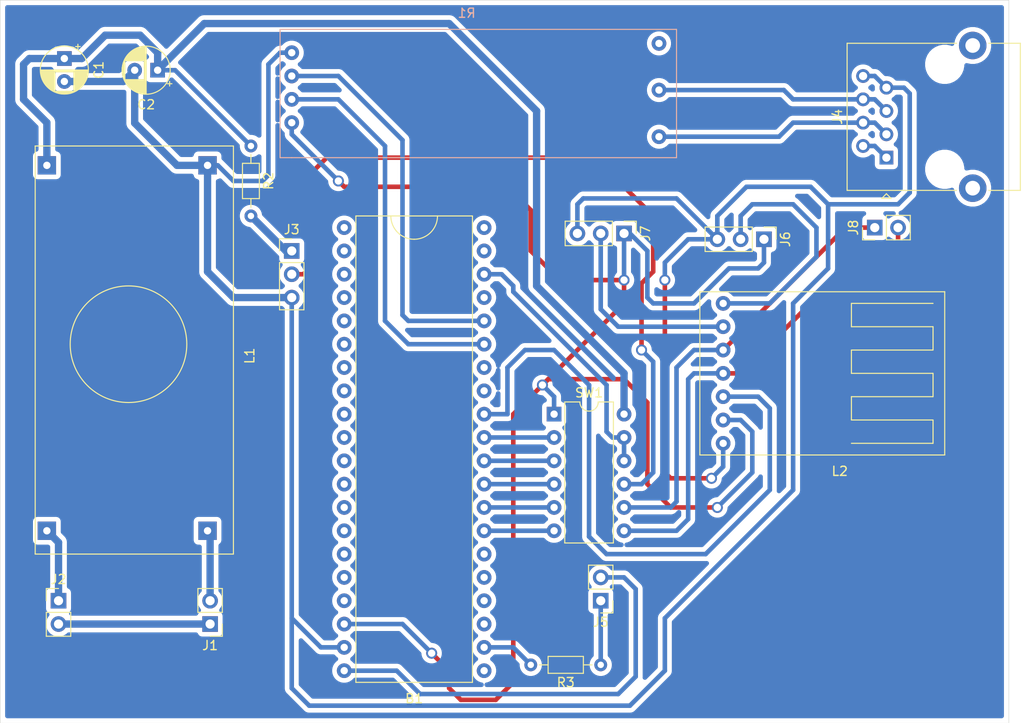
<source format=kicad_pcb>
(kicad_pcb (version 20171130) (host pcbnew "(5.1.6)-1")

  (general
    (thickness 1.6)
    (drawings 4)
    (tracks 227)
    (zones 0)
    (modules 17)
    (nets 54)
  )

  (page A4)
  (layers
    (0 F.Cu signal)
    (31 B.Cu signal)
    (32 B.Adhes user)
    (33 F.Adhes user)
    (34 B.Paste user)
    (35 F.Paste user)
    (36 B.SilkS user)
    (37 F.SilkS user)
    (38 B.Mask user)
    (39 F.Mask user)
    (40 Dwgs.User user)
    (41 Cmts.User user)
    (42 Eco1.User user)
    (43 Eco2.User user)
    (44 Edge.Cuts user)
    (45 Margin user)
    (46 B.CrtYd user)
    (47 F.CrtYd user)
    (48 B.Fab user)
    (49 F.Fab user)
  )

  (setup
    (last_trace_width 0.25)
    (user_trace_width 0.5)
    (user_trace_width 0.8)
    (trace_clearance 0.2)
    (zone_clearance 0.508)
    (zone_45_only no)
    (trace_min 0.2)
    (via_size 0.8)
    (via_drill 0.4)
    (via_min_size 0.4)
    (via_min_drill 0.3)
    (user_via 1.2 0.8)
    (uvia_size 0.3)
    (uvia_drill 0.1)
    (uvias_allowed no)
    (uvia_min_size 0.2)
    (uvia_min_drill 0.1)
    (edge_width 0.05)
    (segment_width 0.2)
    (pcb_text_width 0.3)
    (pcb_text_size 1.5 1.5)
    (mod_edge_width 0.12)
    (mod_text_size 1 1)
    (mod_text_width 0.15)
    (pad_size 1.524 1.524)
    (pad_drill 0.762)
    (pad_to_mask_clearance 0.05)
    (aux_axis_origin 0 0)
    (visible_elements 7FFFFF9F)
    (pcbplotparams
      (layerselection 0x010fc_ffffffff)
      (usegerberextensions false)
      (usegerberattributes true)
      (usegerberadvancedattributes true)
      (creategerberjobfile true)
      (excludeedgelayer true)
      (linewidth 0.100000)
      (plotframeref false)
      (viasonmask false)
      (mode 1)
      (useauxorigin false)
      (hpglpennumber 1)
      (hpglpenspeed 20)
      (hpglpendiameter 15.000000)
      (psnegative false)
      (psa4output false)
      (plotreference true)
      (plotvalue true)
      (plotinvisibletext false)
      (padsonsilk false)
      (subtractmaskfromsilk false)
      (outputformat 1)
      (mirror false)
      (drillshape 1)
      (scaleselection 1)
      (outputdirectory ""))
  )

  (net 0 "")
  (net 1 "Net-(B1-Pad1)")
  (net 2 "Net-(B1-Pad2)")
  (net 3 "Net-(B1-Pad3)")
  (net 4 "Net-(B1-Pad4)")
  (net 5 "Net-(B1-Pad5)")
  (net 6 "Net-(B1-Pad6)")
  (net 7 "Net-(B1-Pad7)")
  (net 8 "Net-(B1-Pad8)")
  (net 9 "Net-(B1-Pad9)")
  (net 10 "Net-(B1-Pad10)")
  (net 11 RLI)
  (net 12 MODE)
  (net 13 MANUAL)
  (net 14 "Net-(B1-Pad14)")
  (net 15 "Net-(B1-Pad15)")
  (net 16 "Net-(B1-Pad16)")
  (net 17 "Net-(B1-Pad17)")
  (net 18 VCCI)
  (net 19 GND1)
  (net 20 "Net-(B1-Pad21)")
  (net 21 "Net-(B1-Pad22)")
  (net 22 "Net-(B1-Pad23)")
  (net 23 "Net-(B1-Pad24)")
  (net 24 "Net-(B1-Pad25)")
  (net 25 AUX)
  (net 26 LRXI)
  (net 27 LTXI)
  (net 28 "Net-(B1-Pad33)")
  (net 29 "Net-(B1-Pad34)")
  (net 30 RTXD)
  (net 31 RRXD)
  (net 32 "Net-(B1-Pad37)")
  (net 33 3V3)
  (net 34 "Net-(B1-Pad39)")
  (net 35 VCCO)
  (net 36 "Net-(J1-Pad1)")
  (net 37 "Net-(J1-Pad2)")
  (net 38 "Net-(J2-Pad1)")
  (net 39 "Net-(J3-Pad1)")
  (net 40 RLD)
  (net 41 A)
  (net 42 B)
  (net 43 "Net-(J4-Pad1)")
  (net 44 "Net-(J5-Pad1)")
  (net 45 M0)
  (net 46 M1)
  (net 47 LRXD)
  (net 48 LTXD)
  (net 49 "Net-(R1-Pad7)")
  (net 50 "Net-(B1-Pad11)")
  (net 51 "Net-(B1-Pad12)")
  (net 52 "Net-(B1-Pad13)")
  (net 53 "Net-(B1-Pad26)")

  (net_class Default "This is the default net class."
    (clearance 0.2)
    (trace_width 0.25)
    (via_dia 0.8)
    (via_drill 0.4)
    (uvia_dia 0.3)
    (uvia_drill 0.1)
    (add_net 3V3)
    (add_net A)
    (add_net AUX)
    (add_net B)
    (add_net GND1)
    (add_net LRXD)
    (add_net LRXI)
    (add_net LTXD)
    (add_net LTXI)
    (add_net M0)
    (add_net M1)
    (add_net MANUAL)
    (add_net MODE)
    (add_net "Net-(B1-Pad1)")
    (add_net "Net-(B1-Pad10)")
    (add_net "Net-(B1-Pad11)")
    (add_net "Net-(B1-Pad12)")
    (add_net "Net-(B1-Pad13)")
    (add_net "Net-(B1-Pad14)")
    (add_net "Net-(B1-Pad15)")
    (add_net "Net-(B1-Pad16)")
    (add_net "Net-(B1-Pad17)")
    (add_net "Net-(B1-Pad2)")
    (add_net "Net-(B1-Pad21)")
    (add_net "Net-(B1-Pad22)")
    (add_net "Net-(B1-Pad23)")
    (add_net "Net-(B1-Pad24)")
    (add_net "Net-(B1-Pad25)")
    (add_net "Net-(B1-Pad26)")
    (add_net "Net-(B1-Pad3)")
    (add_net "Net-(B1-Pad33)")
    (add_net "Net-(B1-Pad34)")
    (add_net "Net-(B1-Pad37)")
    (add_net "Net-(B1-Pad39)")
    (add_net "Net-(B1-Pad4)")
    (add_net "Net-(B1-Pad5)")
    (add_net "Net-(B1-Pad6)")
    (add_net "Net-(B1-Pad7)")
    (add_net "Net-(B1-Pad8)")
    (add_net "Net-(B1-Pad9)")
    (add_net "Net-(J1-Pad1)")
    (add_net "Net-(J1-Pad2)")
    (add_net "Net-(J2-Pad1)")
    (add_net "Net-(J3-Pad1)")
    (add_net "Net-(J4-Pad1)")
    (add_net "Net-(J5-Pad1)")
    (add_net "Net-(R1-Pad7)")
    (add_net RLD)
    (add_net RLI)
    (add_net RRXD)
    (add_net RTXD)
    (add_net VCCI)
    (add_net VCCO)
  )

  (module Connector_PinHeader_2.54mm:PinHeader_1x02_P2.54mm_Vertical (layer F.Cu) (tedit 59FED5CC) (tstamp 5F8BC15D)
    (at 185.42 74.93 90)
    (descr "Through hole straight pin header, 1x02, 2.54mm pitch, single row")
    (tags "Through hole pin header THT 1x02 2.54mm single row")
    (path /5F8D920A)
    (fp_text reference J8 (at 0 -2.33 90) (layer F.SilkS)
      (effects (font (size 1 1) (thickness 0.15)))
    )
    (fp_text value Conn_01x02_Male (at 0 4.87 90) (layer F.Fab)
      (effects (font (size 1 1) (thickness 0.15)))
    )
    (fp_line (start 1.8 -1.8) (end -1.8 -1.8) (layer F.CrtYd) (width 0.05))
    (fp_line (start 1.8 4.35) (end 1.8 -1.8) (layer F.CrtYd) (width 0.05))
    (fp_line (start -1.8 4.35) (end 1.8 4.35) (layer F.CrtYd) (width 0.05))
    (fp_line (start -1.8 -1.8) (end -1.8 4.35) (layer F.CrtYd) (width 0.05))
    (fp_line (start -1.33 -1.33) (end 0 -1.33) (layer F.SilkS) (width 0.12))
    (fp_line (start -1.33 0) (end -1.33 -1.33) (layer F.SilkS) (width 0.12))
    (fp_line (start -1.33 1.27) (end 1.33 1.27) (layer F.SilkS) (width 0.12))
    (fp_line (start 1.33 1.27) (end 1.33 3.87) (layer F.SilkS) (width 0.12))
    (fp_line (start -1.33 1.27) (end -1.33 3.87) (layer F.SilkS) (width 0.12))
    (fp_line (start -1.33 3.87) (end 1.33 3.87) (layer F.SilkS) (width 0.12))
    (fp_line (start -1.27 -0.635) (end -0.635 -1.27) (layer F.Fab) (width 0.1))
    (fp_line (start -1.27 3.81) (end -1.27 -0.635) (layer F.Fab) (width 0.1))
    (fp_line (start 1.27 3.81) (end -1.27 3.81) (layer F.Fab) (width 0.1))
    (fp_line (start 1.27 -1.27) (end 1.27 3.81) (layer F.Fab) (width 0.1))
    (fp_line (start -0.635 -1.27) (end 1.27 -1.27) (layer F.Fab) (width 0.1))
    (fp_text user %R (at 0 1.27) (layer F.Fab)
      (effects (font (size 1 1) (thickness 0.15)))
    )
    (pad 2 thru_hole oval (at 0 2.54 90) (size 1.7 1.7) (drill 1) (layers *.Cu *.Mask)
      (net 48 LTXD))
    (pad 1 thru_hole rect (at 0 0 90) (size 1.7 1.7) (drill 1) (layers *.Cu *.Mask)
      (net 47 LRXD))
    (model ${KISYS3DMOD}/Connector_PinHeader_2.54mm.3dshapes/PinHeader_1x02_P2.54mm_Vertical.wrl
      (at (xyz 0 0 0))
      (scale (xyz 1 1 1))
      (rotate (xyz 0 0 0))
    )
  )

  (module custom:LM2596 (layer F.Cu) (tedit 5F8AE44D) (tstamp 5F8B4BCF)
    (at 99.06 95.25 90)
    (path /5F87A2D9)
    (fp_text reference L1 (at 6.35 18.28 90) (layer F.SilkS)
      (effects (font (size 1 1) (thickness 0.15)))
    )
    (fp_text value LM2596 (at 7.62 -6.85 90) (layer F.Fab)
      (effects (font (size 1 1) (thickness 0.15)))
    )
    (fp_line (start -15.24 16.51) (end -15.24 -5.08) (layer F.SilkS) (width 0.12))
    (fp_line (start 29.21 16.51) (end -15.24 16.51) (layer F.SilkS) (width 0.12))
    (fp_line (start 29.21 -5.08) (end 29.21 16.51) (layer F.SilkS) (width 0.12))
    (fp_line (start -15.24 -5.08) (end 29.21 -5.08) (layer F.SilkS) (width 0.12))
    (fp_circle (center 7.62 5.08) (end 12.7 8.89) (layer F.SilkS) (width 0.12))
    (pad 1 thru_hole rect (at -12.7 -3.81 90) (size 2 2) (drill 0.8) (layers *.Cu *.Mask)
      (net 38 "Net-(J2-Pad1)"))
    (pad 2 thru_hole rect (at -12.7 13.69 90) (size 2 2) (drill 0.8) (layers *.Cu *.Mask)
      (net 37 "Net-(J1-Pad2)"))
    (pad 3 thru_hole rect (at 27.1 -3.81 90) (size 2 2) (drill 0.8) (layers *.Cu *.Mask)
      (net 35 VCCO))
    (pad 4 thru_hole rect (at 27.1 13.69 90) (size 2 2) (drill 0.8) (layers *.Cu *.Mask)
      (net 19 GND1))
  )

  (module custom:BLUEPILL (layer F.Cu) (tedit 5F8ACCC6) (tstamp 5F8B4A10)
    (at 135.255 80.01)
    (path /5F872A09)
    (fp_text reference B1 (at 0 46.22) (layer F.SilkS)
      (effects (font (size 1 1) (thickness 0.15)))
    )
    (fp_text value bluepill (at 0 -8.12) (layer F.Fab)
      (effects (font (size 1 1) (thickness 0.15)))
    )
    (fp_line (start 6.35 -6.35) (end -6.35 -6.35) (layer F.SilkS) (width 0.12))
    (fp_line (start 6.35 44.45) (end 6.35 -6.35) (layer F.SilkS) (width 0.12))
    (fp_line (start -6.35 44.45) (end 6.35 44.45) (layer F.SilkS) (width 0.12))
    (fp_line (start -6.35 -6.35) (end -6.35 44.45) (layer F.SilkS) (width 0.12))
    (fp_arc (start 0 -6.35) (end 2.54 -6.35) (angle 90) (layer F.SilkS) (width 0.12))
    (fp_arc (start 0 -6.35) (end 0 -3.81) (angle 90) (layer F.SilkS) (width 0.12))
    (pad 1 thru_hole circle (at -7.62 -5.08) (size 1.6 1.6) (drill 0.8) (layers *.Cu *.Mask)
      (net 1 "Net-(B1-Pad1)"))
    (pad 2 thru_hole circle (at -7.62 -2.54) (size 1.6 1.6) (drill 0.8) (layers *.Cu *.Mask)
      (net 2 "Net-(B1-Pad2)"))
    (pad 3 thru_hole circle (at -7.62 0) (size 1.6 1.6) (drill 0.8) (layers *.Cu *.Mask)
      (net 3 "Net-(B1-Pad3)"))
    (pad 4 thru_hole circle (at -7.62 2.54) (size 1.6 1.6) (drill 0.8) (layers *.Cu *.Mask)
      (net 4 "Net-(B1-Pad4)"))
    (pad 5 thru_hole circle (at -7.62 5.08) (size 1.6 1.6) (drill 0.8) (layers *.Cu *.Mask)
      (net 5 "Net-(B1-Pad5)"))
    (pad 6 thru_hole circle (at -7.62 7.62) (size 1.6 1.6) (drill 0.8) (layers *.Cu *.Mask)
      (net 6 "Net-(B1-Pad6)"))
    (pad 7 thru_hole circle (at -7.62 10.16) (size 1.6 1.6) (drill 0.8) (layers *.Cu *.Mask)
      (net 7 "Net-(B1-Pad7)"))
    (pad 8 thru_hole circle (at -7.62 12.7) (size 1.6 1.6) (drill 0.8) (layers *.Cu *.Mask)
      (net 8 "Net-(B1-Pad8)"))
    (pad 9 thru_hole circle (at -7.62 15.24) (size 1.6 1.6) (drill 0.8) (layers *.Cu *.Mask)
      (net 9 "Net-(B1-Pad9)"))
    (pad 10 thru_hole circle (at -7.62 17.78) (size 1.6 1.6) (drill 0.8) (layers *.Cu *.Mask)
      (net 10 "Net-(B1-Pad10)"))
    (pad 11 thru_hole circle (at -7.62 20.32) (size 1.6 1.6) (drill 0.8) (layers *.Cu *.Mask)
      (net 50 "Net-(B1-Pad11)"))
    (pad 12 thru_hole circle (at -7.62 22.86) (size 1.6 1.6) (drill 0.8) (layers *.Cu *.Mask)
      (net 51 "Net-(B1-Pad12)"))
    (pad 13 thru_hole circle (at -7.62 25.4) (size 1.6 1.6) (drill 0.8) (layers *.Cu *.Mask)
      (net 52 "Net-(B1-Pad13)"))
    (pad 14 thru_hole circle (at -7.62 27.94) (size 1.6 1.6) (drill 0.8) (layers *.Cu *.Mask)
      (net 14 "Net-(B1-Pad14)"))
    (pad 15 thru_hole circle (at -7.62 30.48) (size 1.6 1.6) (drill 0.8) (layers *.Cu *.Mask)
      (net 15 "Net-(B1-Pad15)"))
    (pad 16 thru_hole circle (at -7.62 33.02) (size 1.6 1.6) (drill 0.8) (layers *.Cu *.Mask)
      (net 16 "Net-(B1-Pad16)"))
    (pad 17 thru_hole circle (at -7.62 35.56) (size 1.6 1.6) (drill 0.8) (layers *.Cu *.Mask)
      (net 17 "Net-(B1-Pad17)"))
    (pad 18 thru_hole circle (at -7.62 38.1) (size 1.6 1.6) (drill 0.8) (layers *.Cu *.Mask)
      (net 18 VCCI))
    (pad 19 thru_hole circle (at -7.62 40.64) (size 1.6 1.6) (drill 0.8) (layers *.Cu *.Mask)
      (net 19 GND1))
    (pad 20 thru_hole circle (at -7.62 43.18) (size 1.6 1.6) (drill 0.8) (layers *.Cu *.Mask)
      (net 33 3V3))
    (pad 21 thru_hole circle (at 7.62 43.18) (size 1.6 1.6) (drill 0.8) (layers *.Cu *.Mask)
      (net 20 "Net-(B1-Pad21)"))
    (pad 22 thru_hole circle (at 7.62 40.64) (size 1.6 1.6) (drill 0.8) (layers *.Cu *.Mask)
      (net 21 "Net-(B1-Pad22)"))
    (pad 23 thru_hole circle (at 7.62 38.1) (size 1.6 1.6) (drill 0.8) (layers *.Cu *.Mask)
      (net 22 "Net-(B1-Pad23)"))
    (pad 24 thru_hole circle (at 7.62 35.56) (size 1.6 1.6) (drill 0.8) (layers *.Cu *.Mask)
      (net 23 "Net-(B1-Pad24)"))
    (pad 25 thru_hole circle (at 7.62 33.02) (size 1.6 1.6) (drill 0.8) (layers *.Cu *.Mask)
      (net 24 "Net-(B1-Pad25)"))
    (pad 26 thru_hole circle (at 7.62 30.48) (size 1.6 1.6) (drill 0.8) (layers *.Cu *.Mask)
      (net 53 "Net-(B1-Pad26)"))
    (pad 27 thru_hole circle (at 7.62 27.94) (size 1.6 1.6) (drill 0.8) (layers *.Cu *.Mask)
      (net 26 LRXI))
    (pad 28 thru_hole circle (at 7.62 25.4) (size 1.6 1.6) (drill 0.8) (layers *.Cu *.Mask)
      (net 27 LTXI))
    (pad 29 thru_hole circle (at 7.62 22.86) (size 1.6 1.6) (drill 0.8) (layers *.Cu *.Mask)
      (net 11 RLI))
    (pad 30 thru_hole circle (at 7.62 20.32) (size 1.6 1.6) (drill 0.8) (layers *.Cu *.Mask)
      (net 13 MANUAL))
    (pad 31 thru_hole circle (at 7.62 17.78) (size 1.6 1.6) (drill 0.8) (layers *.Cu *.Mask)
      (net 12 MODE))
    (pad 32 thru_hole circle (at 7.62 15.24) (size 1.6 1.6) (drill 0.8) (layers *.Cu *.Mask)
      (net 25 AUX))
    (pad 33 thru_hole circle (at 7.62 12.7) (size 1.6 1.6) (drill 0.8) (layers *.Cu *.Mask)
      (net 28 "Net-(B1-Pad33)"))
    (pad 34 thru_hole circle (at 7.62 10.16) (size 1.6 1.6) (drill 0.8) (layers *.Cu *.Mask)
      (net 29 "Net-(B1-Pad34)"))
    (pad 35 thru_hole circle (at 7.62 7.62) (size 1.6 1.6) (drill 0.8) (layers *.Cu *.Mask)
      (net 30 RTXD))
    (pad 36 thru_hole circle (at 7.62 5.08) (size 1.6 1.6) (drill 0.8) (layers *.Cu *.Mask)
      (net 31 RRXD))
    (pad 37 thru_hole circle (at 7.62 2.54) (size 1.6 1.6) (drill 0.8) (layers *.Cu *.Mask)
      (net 32 "Net-(B1-Pad37)"))
    (pad 38 thru_hole circle (at 7.62 0) (size 1.6 1.6) (drill 0.8) (layers *.Cu *.Mask)
      (net 33 3V3))
    (pad 39 thru_hole circle (at 7.62 -2.54) (size 1.6 1.6) (drill 0.8) (layers *.Cu *.Mask)
      (net 34 "Net-(B1-Pad39)"))
    (pad 40 thru_hole circle (at 7.62 -5.08) (size 1.6 1.6) (drill 0.8) (layers *.Cu *.Mask)
      (net 19 GND1))
  )

  (module Capacitor_THT:CP_Radial_D5.0mm_P2.50mm (layer F.Cu) (tedit 5AE50EF0) (tstamp 5F8B4A94)
    (at 97.155 56.515 270)
    (descr "CP, Radial series, Radial, pin pitch=2.50mm, , diameter=5mm, Electrolytic Capacitor")
    (tags "CP Radial series Radial pin pitch 2.50mm  diameter 5mm Electrolytic Capacitor")
    (path /5F88A420)
    (fp_text reference C1 (at 1.25 -3.75 90) (layer F.SilkS)
      (effects (font (size 1 1) (thickness 0.15)))
    )
    (fp_text value C (at 1.25 3.75 90) (layer F.Fab)
      (effects (font (size 1 1) (thickness 0.15)))
    )
    (fp_circle (center 1.25 0) (end 3.75 0) (layer F.Fab) (width 0.1))
    (fp_circle (center 1.25 0) (end 3.87 0) (layer F.SilkS) (width 0.12))
    (fp_circle (center 1.25 0) (end 4 0) (layer F.CrtYd) (width 0.05))
    (fp_line (start -0.883605 -1.0875) (end -0.383605 -1.0875) (layer F.Fab) (width 0.1))
    (fp_line (start -0.633605 -1.3375) (end -0.633605 -0.8375) (layer F.Fab) (width 0.1))
    (fp_line (start 1.25 -2.58) (end 1.25 2.58) (layer F.SilkS) (width 0.12))
    (fp_line (start 1.29 -2.58) (end 1.29 2.58) (layer F.SilkS) (width 0.12))
    (fp_line (start 1.33 -2.579) (end 1.33 2.579) (layer F.SilkS) (width 0.12))
    (fp_line (start 1.37 -2.578) (end 1.37 2.578) (layer F.SilkS) (width 0.12))
    (fp_line (start 1.41 -2.576) (end 1.41 2.576) (layer F.SilkS) (width 0.12))
    (fp_line (start 1.45 -2.573) (end 1.45 2.573) (layer F.SilkS) (width 0.12))
    (fp_line (start 1.49 -2.569) (end 1.49 -1.04) (layer F.SilkS) (width 0.12))
    (fp_line (start 1.49 1.04) (end 1.49 2.569) (layer F.SilkS) (width 0.12))
    (fp_line (start 1.53 -2.565) (end 1.53 -1.04) (layer F.SilkS) (width 0.12))
    (fp_line (start 1.53 1.04) (end 1.53 2.565) (layer F.SilkS) (width 0.12))
    (fp_line (start 1.57 -2.561) (end 1.57 -1.04) (layer F.SilkS) (width 0.12))
    (fp_line (start 1.57 1.04) (end 1.57 2.561) (layer F.SilkS) (width 0.12))
    (fp_line (start 1.61 -2.556) (end 1.61 -1.04) (layer F.SilkS) (width 0.12))
    (fp_line (start 1.61 1.04) (end 1.61 2.556) (layer F.SilkS) (width 0.12))
    (fp_line (start 1.65 -2.55) (end 1.65 -1.04) (layer F.SilkS) (width 0.12))
    (fp_line (start 1.65 1.04) (end 1.65 2.55) (layer F.SilkS) (width 0.12))
    (fp_line (start 1.69 -2.543) (end 1.69 -1.04) (layer F.SilkS) (width 0.12))
    (fp_line (start 1.69 1.04) (end 1.69 2.543) (layer F.SilkS) (width 0.12))
    (fp_line (start 1.73 -2.536) (end 1.73 -1.04) (layer F.SilkS) (width 0.12))
    (fp_line (start 1.73 1.04) (end 1.73 2.536) (layer F.SilkS) (width 0.12))
    (fp_line (start 1.77 -2.528) (end 1.77 -1.04) (layer F.SilkS) (width 0.12))
    (fp_line (start 1.77 1.04) (end 1.77 2.528) (layer F.SilkS) (width 0.12))
    (fp_line (start 1.81 -2.52) (end 1.81 -1.04) (layer F.SilkS) (width 0.12))
    (fp_line (start 1.81 1.04) (end 1.81 2.52) (layer F.SilkS) (width 0.12))
    (fp_line (start 1.85 -2.511) (end 1.85 -1.04) (layer F.SilkS) (width 0.12))
    (fp_line (start 1.85 1.04) (end 1.85 2.511) (layer F.SilkS) (width 0.12))
    (fp_line (start 1.89 -2.501) (end 1.89 -1.04) (layer F.SilkS) (width 0.12))
    (fp_line (start 1.89 1.04) (end 1.89 2.501) (layer F.SilkS) (width 0.12))
    (fp_line (start 1.93 -2.491) (end 1.93 -1.04) (layer F.SilkS) (width 0.12))
    (fp_line (start 1.93 1.04) (end 1.93 2.491) (layer F.SilkS) (width 0.12))
    (fp_line (start 1.971 -2.48) (end 1.971 -1.04) (layer F.SilkS) (width 0.12))
    (fp_line (start 1.971 1.04) (end 1.971 2.48) (layer F.SilkS) (width 0.12))
    (fp_line (start 2.011 -2.468) (end 2.011 -1.04) (layer F.SilkS) (width 0.12))
    (fp_line (start 2.011 1.04) (end 2.011 2.468) (layer F.SilkS) (width 0.12))
    (fp_line (start 2.051 -2.455) (end 2.051 -1.04) (layer F.SilkS) (width 0.12))
    (fp_line (start 2.051 1.04) (end 2.051 2.455) (layer F.SilkS) (width 0.12))
    (fp_line (start 2.091 -2.442) (end 2.091 -1.04) (layer F.SilkS) (width 0.12))
    (fp_line (start 2.091 1.04) (end 2.091 2.442) (layer F.SilkS) (width 0.12))
    (fp_line (start 2.131 -2.428) (end 2.131 -1.04) (layer F.SilkS) (width 0.12))
    (fp_line (start 2.131 1.04) (end 2.131 2.428) (layer F.SilkS) (width 0.12))
    (fp_line (start 2.171 -2.414) (end 2.171 -1.04) (layer F.SilkS) (width 0.12))
    (fp_line (start 2.171 1.04) (end 2.171 2.414) (layer F.SilkS) (width 0.12))
    (fp_line (start 2.211 -2.398) (end 2.211 -1.04) (layer F.SilkS) (width 0.12))
    (fp_line (start 2.211 1.04) (end 2.211 2.398) (layer F.SilkS) (width 0.12))
    (fp_line (start 2.251 -2.382) (end 2.251 -1.04) (layer F.SilkS) (width 0.12))
    (fp_line (start 2.251 1.04) (end 2.251 2.382) (layer F.SilkS) (width 0.12))
    (fp_line (start 2.291 -2.365) (end 2.291 -1.04) (layer F.SilkS) (width 0.12))
    (fp_line (start 2.291 1.04) (end 2.291 2.365) (layer F.SilkS) (width 0.12))
    (fp_line (start 2.331 -2.348) (end 2.331 -1.04) (layer F.SilkS) (width 0.12))
    (fp_line (start 2.331 1.04) (end 2.331 2.348) (layer F.SilkS) (width 0.12))
    (fp_line (start 2.371 -2.329) (end 2.371 -1.04) (layer F.SilkS) (width 0.12))
    (fp_line (start 2.371 1.04) (end 2.371 2.329) (layer F.SilkS) (width 0.12))
    (fp_line (start 2.411 -2.31) (end 2.411 -1.04) (layer F.SilkS) (width 0.12))
    (fp_line (start 2.411 1.04) (end 2.411 2.31) (layer F.SilkS) (width 0.12))
    (fp_line (start 2.451 -2.29) (end 2.451 -1.04) (layer F.SilkS) (width 0.12))
    (fp_line (start 2.451 1.04) (end 2.451 2.29) (layer F.SilkS) (width 0.12))
    (fp_line (start 2.491 -2.268) (end 2.491 -1.04) (layer F.SilkS) (width 0.12))
    (fp_line (start 2.491 1.04) (end 2.491 2.268) (layer F.SilkS) (width 0.12))
    (fp_line (start 2.531 -2.247) (end 2.531 -1.04) (layer F.SilkS) (width 0.12))
    (fp_line (start 2.531 1.04) (end 2.531 2.247) (layer F.SilkS) (width 0.12))
    (fp_line (start 2.571 -2.224) (end 2.571 -1.04) (layer F.SilkS) (width 0.12))
    (fp_line (start 2.571 1.04) (end 2.571 2.224) (layer F.SilkS) (width 0.12))
    (fp_line (start 2.611 -2.2) (end 2.611 -1.04) (layer F.SilkS) (width 0.12))
    (fp_line (start 2.611 1.04) (end 2.611 2.2) (layer F.SilkS) (width 0.12))
    (fp_line (start 2.651 -2.175) (end 2.651 -1.04) (layer F.SilkS) (width 0.12))
    (fp_line (start 2.651 1.04) (end 2.651 2.175) (layer F.SilkS) (width 0.12))
    (fp_line (start 2.691 -2.149) (end 2.691 -1.04) (layer F.SilkS) (width 0.12))
    (fp_line (start 2.691 1.04) (end 2.691 2.149) (layer F.SilkS) (width 0.12))
    (fp_line (start 2.731 -2.122) (end 2.731 -1.04) (layer F.SilkS) (width 0.12))
    (fp_line (start 2.731 1.04) (end 2.731 2.122) (layer F.SilkS) (width 0.12))
    (fp_line (start 2.771 -2.095) (end 2.771 -1.04) (layer F.SilkS) (width 0.12))
    (fp_line (start 2.771 1.04) (end 2.771 2.095) (layer F.SilkS) (width 0.12))
    (fp_line (start 2.811 -2.065) (end 2.811 -1.04) (layer F.SilkS) (width 0.12))
    (fp_line (start 2.811 1.04) (end 2.811 2.065) (layer F.SilkS) (width 0.12))
    (fp_line (start 2.851 -2.035) (end 2.851 -1.04) (layer F.SilkS) (width 0.12))
    (fp_line (start 2.851 1.04) (end 2.851 2.035) (layer F.SilkS) (width 0.12))
    (fp_line (start 2.891 -2.004) (end 2.891 -1.04) (layer F.SilkS) (width 0.12))
    (fp_line (start 2.891 1.04) (end 2.891 2.004) (layer F.SilkS) (width 0.12))
    (fp_line (start 2.931 -1.971) (end 2.931 -1.04) (layer F.SilkS) (width 0.12))
    (fp_line (start 2.931 1.04) (end 2.931 1.971) (layer F.SilkS) (width 0.12))
    (fp_line (start 2.971 -1.937) (end 2.971 -1.04) (layer F.SilkS) (width 0.12))
    (fp_line (start 2.971 1.04) (end 2.971 1.937) (layer F.SilkS) (width 0.12))
    (fp_line (start 3.011 -1.901) (end 3.011 -1.04) (layer F.SilkS) (width 0.12))
    (fp_line (start 3.011 1.04) (end 3.011 1.901) (layer F.SilkS) (width 0.12))
    (fp_line (start 3.051 -1.864) (end 3.051 -1.04) (layer F.SilkS) (width 0.12))
    (fp_line (start 3.051 1.04) (end 3.051 1.864) (layer F.SilkS) (width 0.12))
    (fp_line (start 3.091 -1.826) (end 3.091 -1.04) (layer F.SilkS) (width 0.12))
    (fp_line (start 3.091 1.04) (end 3.091 1.826) (layer F.SilkS) (width 0.12))
    (fp_line (start 3.131 -1.785) (end 3.131 -1.04) (layer F.SilkS) (width 0.12))
    (fp_line (start 3.131 1.04) (end 3.131 1.785) (layer F.SilkS) (width 0.12))
    (fp_line (start 3.171 -1.743) (end 3.171 -1.04) (layer F.SilkS) (width 0.12))
    (fp_line (start 3.171 1.04) (end 3.171 1.743) (layer F.SilkS) (width 0.12))
    (fp_line (start 3.211 -1.699) (end 3.211 -1.04) (layer F.SilkS) (width 0.12))
    (fp_line (start 3.211 1.04) (end 3.211 1.699) (layer F.SilkS) (width 0.12))
    (fp_line (start 3.251 -1.653) (end 3.251 -1.04) (layer F.SilkS) (width 0.12))
    (fp_line (start 3.251 1.04) (end 3.251 1.653) (layer F.SilkS) (width 0.12))
    (fp_line (start 3.291 -1.605) (end 3.291 -1.04) (layer F.SilkS) (width 0.12))
    (fp_line (start 3.291 1.04) (end 3.291 1.605) (layer F.SilkS) (width 0.12))
    (fp_line (start 3.331 -1.554) (end 3.331 -1.04) (layer F.SilkS) (width 0.12))
    (fp_line (start 3.331 1.04) (end 3.331 1.554) (layer F.SilkS) (width 0.12))
    (fp_line (start 3.371 -1.5) (end 3.371 -1.04) (layer F.SilkS) (width 0.12))
    (fp_line (start 3.371 1.04) (end 3.371 1.5) (layer F.SilkS) (width 0.12))
    (fp_line (start 3.411 -1.443) (end 3.411 -1.04) (layer F.SilkS) (width 0.12))
    (fp_line (start 3.411 1.04) (end 3.411 1.443) (layer F.SilkS) (width 0.12))
    (fp_line (start 3.451 -1.383) (end 3.451 -1.04) (layer F.SilkS) (width 0.12))
    (fp_line (start 3.451 1.04) (end 3.451 1.383) (layer F.SilkS) (width 0.12))
    (fp_line (start 3.491 -1.319) (end 3.491 -1.04) (layer F.SilkS) (width 0.12))
    (fp_line (start 3.491 1.04) (end 3.491 1.319) (layer F.SilkS) (width 0.12))
    (fp_line (start 3.531 -1.251) (end 3.531 -1.04) (layer F.SilkS) (width 0.12))
    (fp_line (start 3.531 1.04) (end 3.531 1.251) (layer F.SilkS) (width 0.12))
    (fp_line (start 3.571 -1.178) (end 3.571 1.178) (layer F.SilkS) (width 0.12))
    (fp_line (start 3.611 -1.098) (end 3.611 1.098) (layer F.SilkS) (width 0.12))
    (fp_line (start 3.651 -1.011) (end 3.651 1.011) (layer F.SilkS) (width 0.12))
    (fp_line (start 3.691 -0.915) (end 3.691 0.915) (layer F.SilkS) (width 0.12))
    (fp_line (start 3.731 -0.805) (end 3.731 0.805) (layer F.SilkS) (width 0.12))
    (fp_line (start 3.771 -0.677) (end 3.771 0.677) (layer F.SilkS) (width 0.12))
    (fp_line (start 3.811 -0.518) (end 3.811 0.518) (layer F.SilkS) (width 0.12))
    (fp_line (start 3.851 -0.284) (end 3.851 0.284) (layer F.SilkS) (width 0.12))
    (fp_line (start -1.554775 -1.475) (end -1.054775 -1.475) (layer F.SilkS) (width 0.12))
    (fp_line (start -1.304775 -1.725) (end -1.304775 -1.225) (layer F.SilkS) (width 0.12))
    (fp_text user %R (at 1.25 0 90) (layer F.Fab)
      (effects (font (size 1 1) (thickness 0.15)))
    )
    (pad 1 thru_hole rect (at 0 0 270) (size 1.6 1.6) (drill 0.8) (layers *.Cu *.Mask)
      (net 35 VCCO))
    (pad 2 thru_hole circle (at 2.5 0 270) (size 1.6 1.6) (drill 0.8) (layers *.Cu *.Mask)
      (net 19 GND1))
    (model ${KISYS3DMOD}/Capacitor_THT.3dshapes/CP_Radial_D5.0mm_P2.50mm.wrl
      (at (xyz 0 0 0))
      (scale (xyz 1 1 1))
      (rotate (xyz 0 0 0))
    )
  )

  (module Capacitor_THT:CP_Radial_D5.0mm_P2.50mm (layer F.Cu) (tedit 5AE50EF0) (tstamp 5F8B4B18)
    (at 107.315 57.785 180)
    (descr "CP, Radial series, Radial, pin pitch=2.50mm, , diameter=5mm, Electrolytic Capacitor")
    (tags "CP Radial series Radial pin pitch 2.50mm  diameter 5mm Electrolytic Capacitor")
    (path /5F88C241)
    (fp_text reference C2 (at 1.25 -3.75) (layer F.SilkS)
      (effects (font (size 1 1) (thickness 0.15)))
    )
    (fp_text value CP (at 1.25 3.75) (layer F.Fab)
      (effects (font (size 1 1) (thickness 0.15)))
    )
    (fp_line (start -1.304775 -1.725) (end -1.304775 -1.225) (layer F.SilkS) (width 0.12))
    (fp_line (start -1.554775 -1.475) (end -1.054775 -1.475) (layer F.SilkS) (width 0.12))
    (fp_line (start 3.851 -0.284) (end 3.851 0.284) (layer F.SilkS) (width 0.12))
    (fp_line (start 3.811 -0.518) (end 3.811 0.518) (layer F.SilkS) (width 0.12))
    (fp_line (start 3.771 -0.677) (end 3.771 0.677) (layer F.SilkS) (width 0.12))
    (fp_line (start 3.731 -0.805) (end 3.731 0.805) (layer F.SilkS) (width 0.12))
    (fp_line (start 3.691 -0.915) (end 3.691 0.915) (layer F.SilkS) (width 0.12))
    (fp_line (start 3.651 -1.011) (end 3.651 1.011) (layer F.SilkS) (width 0.12))
    (fp_line (start 3.611 -1.098) (end 3.611 1.098) (layer F.SilkS) (width 0.12))
    (fp_line (start 3.571 -1.178) (end 3.571 1.178) (layer F.SilkS) (width 0.12))
    (fp_line (start 3.531 1.04) (end 3.531 1.251) (layer F.SilkS) (width 0.12))
    (fp_line (start 3.531 -1.251) (end 3.531 -1.04) (layer F.SilkS) (width 0.12))
    (fp_line (start 3.491 1.04) (end 3.491 1.319) (layer F.SilkS) (width 0.12))
    (fp_line (start 3.491 -1.319) (end 3.491 -1.04) (layer F.SilkS) (width 0.12))
    (fp_line (start 3.451 1.04) (end 3.451 1.383) (layer F.SilkS) (width 0.12))
    (fp_line (start 3.451 -1.383) (end 3.451 -1.04) (layer F.SilkS) (width 0.12))
    (fp_line (start 3.411 1.04) (end 3.411 1.443) (layer F.SilkS) (width 0.12))
    (fp_line (start 3.411 -1.443) (end 3.411 -1.04) (layer F.SilkS) (width 0.12))
    (fp_line (start 3.371 1.04) (end 3.371 1.5) (layer F.SilkS) (width 0.12))
    (fp_line (start 3.371 -1.5) (end 3.371 -1.04) (layer F.SilkS) (width 0.12))
    (fp_line (start 3.331 1.04) (end 3.331 1.554) (layer F.SilkS) (width 0.12))
    (fp_line (start 3.331 -1.554) (end 3.331 -1.04) (layer F.SilkS) (width 0.12))
    (fp_line (start 3.291 1.04) (end 3.291 1.605) (layer F.SilkS) (width 0.12))
    (fp_line (start 3.291 -1.605) (end 3.291 -1.04) (layer F.SilkS) (width 0.12))
    (fp_line (start 3.251 1.04) (end 3.251 1.653) (layer F.SilkS) (width 0.12))
    (fp_line (start 3.251 -1.653) (end 3.251 -1.04) (layer F.SilkS) (width 0.12))
    (fp_line (start 3.211 1.04) (end 3.211 1.699) (layer F.SilkS) (width 0.12))
    (fp_line (start 3.211 -1.699) (end 3.211 -1.04) (layer F.SilkS) (width 0.12))
    (fp_line (start 3.171 1.04) (end 3.171 1.743) (layer F.SilkS) (width 0.12))
    (fp_line (start 3.171 -1.743) (end 3.171 -1.04) (layer F.SilkS) (width 0.12))
    (fp_line (start 3.131 1.04) (end 3.131 1.785) (layer F.SilkS) (width 0.12))
    (fp_line (start 3.131 -1.785) (end 3.131 -1.04) (layer F.SilkS) (width 0.12))
    (fp_line (start 3.091 1.04) (end 3.091 1.826) (layer F.SilkS) (width 0.12))
    (fp_line (start 3.091 -1.826) (end 3.091 -1.04) (layer F.SilkS) (width 0.12))
    (fp_line (start 3.051 1.04) (end 3.051 1.864) (layer F.SilkS) (width 0.12))
    (fp_line (start 3.051 -1.864) (end 3.051 -1.04) (layer F.SilkS) (width 0.12))
    (fp_line (start 3.011 1.04) (end 3.011 1.901) (layer F.SilkS) (width 0.12))
    (fp_line (start 3.011 -1.901) (end 3.011 -1.04) (layer F.SilkS) (width 0.12))
    (fp_line (start 2.971 1.04) (end 2.971 1.937) (layer F.SilkS) (width 0.12))
    (fp_line (start 2.971 -1.937) (end 2.971 -1.04) (layer F.SilkS) (width 0.12))
    (fp_line (start 2.931 1.04) (end 2.931 1.971) (layer F.SilkS) (width 0.12))
    (fp_line (start 2.931 -1.971) (end 2.931 -1.04) (layer F.SilkS) (width 0.12))
    (fp_line (start 2.891 1.04) (end 2.891 2.004) (layer F.SilkS) (width 0.12))
    (fp_line (start 2.891 -2.004) (end 2.891 -1.04) (layer F.SilkS) (width 0.12))
    (fp_line (start 2.851 1.04) (end 2.851 2.035) (layer F.SilkS) (width 0.12))
    (fp_line (start 2.851 -2.035) (end 2.851 -1.04) (layer F.SilkS) (width 0.12))
    (fp_line (start 2.811 1.04) (end 2.811 2.065) (layer F.SilkS) (width 0.12))
    (fp_line (start 2.811 -2.065) (end 2.811 -1.04) (layer F.SilkS) (width 0.12))
    (fp_line (start 2.771 1.04) (end 2.771 2.095) (layer F.SilkS) (width 0.12))
    (fp_line (start 2.771 -2.095) (end 2.771 -1.04) (layer F.SilkS) (width 0.12))
    (fp_line (start 2.731 1.04) (end 2.731 2.122) (layer F.SilkS) (width 0.12))
    (fp_line (start 2.731 -2.122) (end 2.731 -1.04) (layer F.SilkS) (width 0.12))
    (fp_line (start 2.691 1.04) (end 2.691 2.149) (layer F.SilkS) (width 0.12))
    (fp_line (start 2.691 -2.149) (end 2.691 -1.04) (layer F.SilkS) (width 0.12))
    (fp_line (start 2.651 1.04) (end 2.651 2.175) (layer F.SilkS) (width 0.12))
    (fp_line (start 2.651 -2.175) (end 2.651 -1.04) (layer F.SilkS) (width 0.12))
    (fp_line (start 2.611 1.04) (end 2.611 2.2) (layer F.SilkS) (width 0.12))
    (fp_line (start 2.611 -2.2) (end 2.611 -1.04) (layer F.SilkS) (width 0.12))
    (fp_line (start 2.571 1.04) (end 2.571 2.224) (layer F.SilkS) (width 0.12))
    (fp_line (start 2.571 -2.224) (end 2.571 -1.04) (layer F.SilkS) (width 0.12))
    (fp_line (start 2.531 1.04) (end 2.531 2.247) (layer F.SilkS) (width 0.12))
    (fp_line (start 2.531 -2.247) (end 2.531 -1.04) (layer F.SilkS) (width 0.12))
    (fp_line (start 2.491 1.04) (end 2.491 2.268) (layer F.SilkS) (width 0.12))
    (fp_line (start 2.491 -2.268) (end 2.491 -1.04) (layer F.SilkS) (width 0.12))
    (fp_line (start 2.451 1.04) (end 2.451 2.29) (layer F.SilkS) (width 0.12))
    (fp_line (start 2.451 -2.29) (end 2.451 -1.04) (layer F.SilkS) (width 0.12))
    (fp_line (start 2.411 1.04) (end 2.411 2.31) (layer F.SilkS) (width 0.12))
    (fp_line (start 2.411 -2.31) (end 2.411 -1.04) (layer F.SilkS) (width 0.12))
    (fp_line (start 2.371 1.04) (end 2.371 2.329) (layer F.SilkS) (width 0.12))
    (fp_line (start 2.371 -2.329) (end 2.371 -1.04) (layer F.SilkS) (width 0.12))
    (fp_line (start 2.331 1.04) (end 2.331 2.348) (layer F.SilkS) (width 0.12))
    (fp_line (start 2.331 -2.348) (end 2.331 -1.04) (layer F.SilkS) (width 0.12))
    (fp_line (start 2.291 1.04) (end 2.291 2.365) (layer F.SilkS) (width 0.12))
    (fp_line (start 2.291 -2.365) (end 2.291 -1.04) (layer F.SilkS) (width 0.12))
    (fp_line (start 2.251 1.04) (end 2.251 2.382) (layer F.SilkS) (width 0.12))
    (fp_line (start 2.251 -2.382) (end 2.251 -1.04) (layer F.SilkS) (width 0.12))
    (fp_line (start 2.211 1.04) (end 2.211 2.398) (layer F.SilkS) (width 0.12))
    (fp_line (start 2.211 -2.398) (end 2.211 -1.04) (layer F.SilkS) (width 0.12))
    (fp_line (start 2.171 1.04) (end 2.171 2.414) (layer F.SilkS) (width 0.12))
    (fp_line (start 2.171 -2.414) (end 2.171 -1.04) (layer F.SilkS) (width 0.12))
    (fp_line (start 2.131 1.04) (end 2.131 2.428) (layer F.SilkS) (width 0.12))
    (fp_line (start 2.131 -2.428) (end 2.131 -1.04) (layer F.SilkS) (width 0.12))
    (fp_line (start 2.091 1.04) (end 2.091 2.442) (layer F.SilkS) (width 0.12))
    (fp_line (start 2.091 -2.442) (end 2.091 -1.04) (layer F.SilkS) (width 0.12))
    (fp_line (start 2.051 1.04) (end 2.051 2.455) (layer F.SilkS) (width 0.12))
    (fp_line (start 2.051 -2.455) (end 2.051 -1.04) (layer F.SilkS) (width 0.12))
    (fp_line (start 2.011 1.04) (end 2.011 2.468) (layer F.SilkS) (width 0.12))
    (fp_line (start 2.011 -2.468) (end 2.011 -1.04) (layer F.SilkS) (width 0.12))
    (fp_line (start 1.971 1.04) (end 1.971 2.48) (layer F.SilkS) (width 0.12))
    (fp_line (start 1.971 -2.48) (end 1.971 -1.04) (layer F.SilkS) (width 0.12))
    (fp_line (start 1.93 1.04) (end 1.93 2.491) (layer F.SilkS) (width 0.12))
    (fp_line (start 1.93 -2.491) (end 1.93 -1.04) (layer F.SilkS) (width 0.12))
    (fp_line (start 1.89 1.04) (end 1.89 2.501) (layer F.SilkS) (width 0.12))
    (fp_line (start 1.89 -2.501) (end 1.89 -1.04) (layer F.SilkS) (width 0.12))
    (fp_line (start 1.85 1.04) (end 1.85 2.511) (layer F.SilkS) (width 0.12))
    (fp_line (start 1.85 -2.511) (end 1.85 -1.04) (layer F.SilkS) (width 0.12))
    (fp_line (start 1.81 1.04) (end 1.81 2.52) (layer F.SilkS) (width 0.12))
    (fp_line (start 1.81 -2.52) (end 1.81 -1.04) (layer F.SilkS) (width 0.12))
    (fp_line (start 1.77 1.04) (end 1.77 2.528) (layer F.SilkS) (width 0.12))
    (fp_line (start 1.77 -2.528) (end 1.77 -1.04) (layer F.SilkS) (width 0.12))
    (fp_line (start 1.73 1.04) (end 1.73 2.536) (layer F.SilkS) (width 0.12))
    (fp_line (start 1.73 -2.536) (end 1.73 -1.04) (layer F.SilkS) (width 0.12))
    (fp_line (start 1.69 1.04) (end 1.69 2.543) (layer F.SilkS) (width 0.12))
    (fp_line (start 1.69 -2.543) (end 1.69 -1.04) (layer F.SilkS) (width 0.12))
    (fp_line (start 1.65 1.04) (end 1.65 2.55) (layer F.SilkS) (width 0.12))
    (fp_line (start 1.65 -2.55) (end 1.65 -1.04) (layer F.SilkS) (width 0.12))
    (fp_line (start 1.61 1.04) (end 1.61 2.556) (layer F.SilkS) (width 0.12))
    (fp_line (start 1.61 -2.556) (end 1.61 -1.04) (layer F.SilkS) (width 0.12))
    (fp_line (start 1.57 1.04) (end 1.57 2.561) (layer F.SilkS) (width 0.12))
    (fp_line (start 1.57 -2.561) (end 1.57 -1.04) (layer F.SilkS) (width 0.12))
    (fp_line (start 1.53 1.04) (end 1.53 2.565) (layer F.SilkS) (width 0.12))
    (fp_line (start 1.53 -2.565) (end 1.53 -1.04) (layer F.SilkS) (width 0.12))
    (fp_line (start 1.49 1.04) (end 1.49 2.569) (layer F.SilkS) (width 0.12))
    (fp_line (start 1.49 -2.569) (end 1.49 -1.04) (layer F.SilkS) (width 0.12))
    (fp_line (start 1.45 -2.573) (end 1.45 2.573) (layer F.SilkS) (width 0.12))
    (fp_line (start 1.41 -2.576) (end 1.41 2.576) (layer F.SilkS) (width 0.12))
    (fp_line (start 1.37 -2.578) (end 1.37 2.578) (layer F.SilkS) (width 0.12))
    (fp_line (start 1.33 -2.579) (end 1.33 2.579) (layer F.SilkS) (width 0.12))
    (fp_line (start 1.29 -2.58) (end 1.29 2.58) (layer F.SilkS) (width 0.12))
    (fp_line (start 1.25 -2.58) (end 1.25 2.58) (layer F.SilkS) (width 0.12))
    (fp_line (start -0.633605 -1.3375) (end -0.633605 -0.8375) (layer F.Fab) (width 0.1))
    (fp_line (start -0.883605 -1.0875) (end -0.383605 -1.0875) (layer F.Fab) (width 0.1))
    (fp_circle (center 1.25 0) (end 4 0) (layer F.CrtYd) (width 0.05))
    (fp_circle (center 1.25 0) (end 3.87 0) (layer F.SilkS) (width 0.12))
    (fp_circle (center 1.25 0) (end 3.75 0) (layer F.Fab) (width 0.1))
    (fp_text user %R (at 1.25 0) (layer F.Fab)
      (effects (font (size 1 1) (thickness 0.15)))
    )
    (pad 2 thru_hole circle (at 2.5 0 180) (size 1.6 1.6) (drill 0.8) (layers *.Cu *.Mask)
      (net 19 GND1))
    (pad 1 thru_hole rect (at 0 0 180) (size 1.6 1.6) (drill 0.8) (layers *.Cu *.Mask)
      (net 35 VCCO))
    (model ${KISYS3DMOD}/Capacitor_THT.3dshapes/CP_Radial_D5.0mm_P2.50mm.wrl
      (at (xyz 0 0 0))
      (scale (xyz 1 1 1))
      (rotate (xyz 0 0 0))
    )
  )

  (module Connector_PinHeader_2.54mm:PinHeader_1x02_P2.54mm_Vertical (layer F.Cu) (tedit 59FED5CC) (tstamp 5F8B4B2E)
    (at 113.03 118.11 180)
    (descr "Through hole straight pin header, 1x02, 2.54mm pitch, single row")
    (tags "Through hole pin header THT 1x02 2.54mm single row")
    (path /5F8B54D4)
    (fp_text reference J1 (at 0 -2.33) (layer F.SilkS)
      (effects (font (size 1 1) (thickness 0.15)))
    )
    (fp_text value Conn_01x02_Male (at 0 4.87) (layer F.Fab)
      (effects (font (size 1 1) (thickness 0.15)))
    )
    (fp_line (start -0.635 -1.27) (end 1.27 -1.27) (layer F.Fab) (width 0.1))
    (fp_line (start 1.27 -1.27) (end 1.27 3.81) (layer F.Fab) (width 0.1))
    (fp_line (start 1.27 3.81) (end -1.27 3.81) (layer F.Fab) (width 0.1))
    (fp_line (start -1.27 3.81) (end -1.27 -0.635) (layer F.Fab) (width 0.1))
    (fp_line (start -1.27 -0.635) (end -0.635 -1.27) (layer F.Fab) (width 0.1))
    (fp_line (start -1.33 3.87) (end 1.33 3.87) (layer F.SilkS) (width 0.12))
    (fp_line (start -1.33 1.27) (end -1.33 3.87) (layer F.SilkS) (width 0.12))
    (fp_line (start 1.33 1.27) (end 1.33 3.87) (layer F.SilkS) (width 0.12))
    (fp_line (start -1.33 1.27) (end 1.33 1.27) (layer F.SilkS) (width 0.12))
    (fp_line (start -1.33 0) (end -1.33 -1.33) (layer F.SilkS) (width 0.12))
    (fp_line (start -1.33 -1.33) (end 0 -1.33) (layer F.SilkS) (width 0.12))
    (fp_line (start -1.8 -1.8) (end -1.8 4.35) (layer F.CrtYd) (width 0.05))
    (fp_line (start -1.8 4.35) (end 1.8 4.35) (layer F.CrtYd) (width 0.05))
    (fp_line (start 1.8 4.35) (end 1.8 -1.8) (layer F.CrtYd) (width 0.05))
    (fp_line (start 1.8 -1.8) (end -1.8 -1.8) (layer F.CrtYd) (width 0.05))
    (fp_text user %R (at 0 1.27 90) (layer F.Fab)
      (effects (font (size 1 1) (thickness 0.15)))
    )
    (pad 1 thru_hole rect (at 0 0 180) (size 1.7 1.7) (drill 1) (layers *.Cu *.Mask)
      (net 36 "Net-(J1-Pad1)"))
    (pad 2 thru_hole oval (at 0 2.54 180) (size 1.7 1.7) (drill 1) (layers *.Cu *.Mask)
      (net 37 "Net-(J1-Pad2)"))
    (model ${KISYS3DMOD}/Connector_PinHeader_2.54mm.3dshapes/PinHeader_1x02_P2.54mm_Vertical.wrl
      (at (xyz 0 0 0))
      (scale (xyz 1 1 1))
      (rotate (xyz 0 0 0))
    )
  )

  (module Connector_PinHeader_2.54mm:PinHeader_1x02_P2.54mm_Vertical (layer F.Cu) (tedit 59FED5CC) (tstamp 5F8B4B44)
    (at 96.52 115.57)
    (descr "Through hole straight pin header, 1x02, 2.54mm pitch, single row")
    (tags "Through hole pin header THT 1x02 2.54mm single row")
    (path /5F8A9A07)
    (fp_text reference J2 (at 0 -2.33) (layer F.SilkS)
      (effects (font (size 1 1) (thickness 0.15)))
    )
    (fp_text value Conn_01x02_Male (at 0 4.87) (layer F.Fab)
      (effects (font (size 1 1) (thickness 0.15)))
    )
    (fp_line (start -0.635 -1.27) (end 1.27 -1.27) (layer F.Fab) (width 0.1))
    (fp_line (start 1.27 -1.27) (end 1.27 3.81) (layer F.Fab) (width 0.1))
    (fp_line (start 1.27 3.81) (end -1.27 3.81) (layer F.Fab) (width 0.1))
    (fp_line (start -1.27 3.81) (end -1.27 -0.635) (layer F.Fab) (width 0.1))
    (fp_line (start -1.27 -0.635) (end -0.635 -1.27) (layer F.Fab) (width 0.1))
    (fp_line (start -1.33 3.87) (end 1.33 3.87) (layer F.SilkS) (width 0.12))
    (fp_line (start -1.33 1.27) (end -1.33 3.87) (layer F.SilkS) (width 0.12))
    (fp_line (start 1.33 1.27) (end 1.33 3.87) (layer F.SilkS) (width 0.12))
    (fp_line (start -1.33 1.27) (end 1.33 1.27) (layer F.SilkS) (width 0.12))
    (fp_line (start -1.33 0) (end -1.33 -1.33) (layer F.SilkS) (width 0.12))
    (fp_line (start -1.33 -1.33) (end 0 -1.33) (layer F.SilkS) (width 0.12))
    (fp_line (start -1.8 -1.8) (end -1.8 4.35) (layer F.CrtYd) (width 0.05))
    (fp_line (start -1.8 4.35) (end 1.8 4.35) (layer F.CrtYd) (width 0.05))
    (fp_line (start 1.8 4.35) (end 1.8 -1.8) (layer F.CrtYd) (width 0.05))
    (fp_line (start 1.8 -1.8) (end -1.8 -1.8) (layer F.CrtYd) (width 0.05))
    (fp_text user %R (at 0 1.27 90) (layer F.Fab)
      (effects (font (size 1 1) (thickness 0.15)))
    )
    (pad 1 thru_hole rect (at 0 0) (size 1.7 1.7) (drill 1) (layers *.Cu *.Mask)
      (net 38 "Net-(J2-Pad1)"))
    (pad 2 thru_hole oval (at 0 2.54) (size 1.7 1.7) (drill 1) (layers *.Cu *.Mask)
      (net 36 "Net-(J1-Pad1)"))
    (model ${KISYS3DMOD}/Connector_PinHeader_2.54mm.3dshapes/PinHeader_1x02_P2.54mm_Vertical.wrl
      (at (xyz 0 0 0))
      (scale (xyz 1 1 1))
      (rotate (xyz 0 0 0))
    )
  )

  (module Connector_PinHeader_2.54mm:PinHeader_1x03_P2.54mm_Vertical (layer F.Cu) (tedit 59FED5CC) (tstamp 5F8B4B5B)
    (at 121.92 77.47)
    (descr "Through hole straight pin header, 1x03, 2.54mm pitch, single row")
    (tags "Through hole pin header THT 1x03 2.54mm single row")
    (path /5F8AD900)
    (fp_text reference J3 (at 0 -2.33) (layer F.SilkS)
      (effects (font (size 1 1) (thickness 0.15)))
    )
    (fp_text value Conn_01x03_Male (at 0 7.41) (layer F.Fab)
      (effects (font (size 1 1) (thickness 0.15)))
    )
    (fp_line (start -0.635 -1.27) (end 1.27 -1.27) (layer F.Fab) (width 0.1))
    (fp_line (start 1.27 -1.27) (end 1.27 6.35) (layer F.Fab) (width 0.1))
    (fp_line (start 1.27 6.35) (end -1.27 6.35) (layer F.Fab) (width 0.1))
    (fp_line (start -1.27 6.35) (end -1.27 -0.635) (layer F.Fab) (width 0.1))
    (fp_line (start -1.27 -0.635) (end -0.635 -1.27) (layer F.Fab) (width 0.1))
    (fp_line (start -1.33 6.41) (end 1.33 6.41) (layer F.SilkS) (width 0.12))
    (fp_line (start -1.33 1.27) (end -1.33 6.41) (layer F.SilkS) (width 0.12))
    (fp_line (start 1.33 1.27) (end 1.33 6.41) (layer F.SilkS) (width 0.12))
    (fp_line (start -1.33 1.27) (end 1.33 1.27) (layer F.SilkS) (width 0.12))
    (fp_line (start -1.33 0) (end -1.33 -1.33) (layer F.SilkS) (width 0.12))
    (fp_line (start -1.33 -1.33) (end 0 -1.33) (layer F.SilkS) (width 0.12))
    (fp_line (start -1.8 -1.8) (end -1.8 6.85) (layer F.CrtYd) (width 0.05))
    (fp_line (start -1.8 6.85) (end 1.8 6.85) (layer F.CrtYd) (width 0.05))
    (fp_line (start 1.8 6.85) (end 1.8 -1.8) (layer F.CrtYd) (width 0.05))
    (fp_line (start 1.8 -1.8) (end -1.8 -1.8) (layer F.CrtYd) (width 0.05))
    (fp_text user %R (at 0 2.54 90) (layer F.Fab)
      (effects (font (size 1 1) (thickness 0.15)))
    )
    (pad 1 thru_hole rect (at 0 0) (size 1.7 1.7) (drill 1) (layers *.Cu *.Mask)
      (net 39 "Net-(J3-Pad1)"))
    (pad 2 thru_hole oval (at 0 2.54) (size 1.7 1.7) (drill 1) (layers *.Cu *.Mask)
      (net 40 RLD))
    (pad 3 thru_hole oval (at 0 5.08) (size 1.7 1.7) (drill 1) (layers *.Cu *.Mask)
      (net 19 GND1))
    (model ${KISYS3DMOD}/Connector_PinHeader_2.54mm.3dshapes/PinHeader_1x03_P2.54mm_Vertical.wrl
      (at (xyz 0 0 0))
      (scale (xyz 1 1 1))
      (rotate (xyz 0 0 0))
    )
  )

  (module Connector_RJ:RJ45_Ninigi_GE (layer F.Cu) (tedit 5E407CD7) (tstamp 5F8B4B7E)
    (at 186.69 67.31 90)
    (descr "1 port ethernet throughhole connector, https://en.ninigi.com/product/rj45ge/pdf")
    (tags "RJ45 ethernet 8p8c")
    (path /5F88426D)
    (fp_text reference J4 (at 4.445 -5.34 90) (layer F.SilkS)
      (effects (font (size 1 1) (thickness 0.15)))
    )
    (fp_text value RJ45 (at 4.455 13.26 90) (layer F.Fab)
      (effects (font (size 1 1) (thickness 0.15)))
    )
    (fp_line (start -3.455 -2.84) (end -3.455 14.48) (layer F.Fab) (width 0.1))
    (fp_line (start 12.345 -4.17) (end -2.125 -4.17) (layer F.Fab) (width 0.1))
    (fp_line (start 12.345 14.48) (end 12.345 -4.17) (layer F.Fab) (width 0.1))
    (fp_line (start 12.345 14.48) (end -3.455 14.48) (layer F.Fab) (width 0.1))
    (fp_line (start 12.455 -4.28) (end 12.455 7.65) (layer F.SilkS) (width 0.12))
    (fp_line (start 12.455 -4.28) (end -3.565 -4.28) (layer F.SilkS) (width 0.12))
    (fp_line (start -3.565 -4.28) (end -3.565 7.65) (layer F.SilkS) (width 0.12))
    (fp_line (start 12.455 14.59) (end -3.565 14.59) (layer F.SilkS) (width 0.12))
    (fp_line (start 12.455 11.15) (end 12.455 14.59) (layer F.SilkS) (width 0.12))
    (fp_line (start -5.33 -4.67) (end 14.22 -4.67) (layer F.CrtYd) (width 0.05))
    (fp_line (start 14.22 -4.67) (end 14.22 14.98) (layer F.CrtYd) (width 0.05))
    (fp_line (start 14.22 14.98) (end -5.33 14.98) (layer F.CrtYd) (width 0.05))
    (fp_line (start -5.33 14.98) (end -5.33 -4.67) (layer F.CrtYd) (width 0.05))
    (fp_line (start -3.933 0) (end -4.441 -0.508) (layer F.SilkS) (width 0.12))
    (fp_line (start -4.441 -0.508) (end -4.441 0.508) (layer F.SilkS) (width 0.12))
    (fp_line (start -4.441 0.508) (end -3.933 0) (layer F.SilkS) (width 0.12))
    (fp_line (start -3.455 -2.84) (end -2.125 -4.17) (layer F.Fab) (width 0.1))
    (fp_line (start -3.565 11.15) (end -3.565 14.59) (layer F.SilkS) (width 0.12))
    (fp_text user %R (at 4.445 6.36 90) (layer F.Fab)
      (effects (font (size 1 1) (thickness 0.15)))
    )
    (pad "" np_thru_hole circle (at 10.16 6.35 270) (size 3.25 3.25) (drill 3.25) (layers *.Cu *.Mask))
    (pad SH thru_hole circle (at 12.215 9.4 270) (size 3 3) (drill 1.6) (layers *.Cu *.Mask))
    (pad "" np_thru_hole circle (at -1.27 6.35 90) (size 3.25 3.25) (drill 3.25) (layers *.Cu *.Mask))
    (pad 3 thru_hole circle (at 2.54 0 270) (size 1.5 1.5) (drill 0.9) (layers *.Cu *.Mask)
      (net 41 A))
    (pad 5 thru_hole circle (at 5.08 0 270) (size 1.5 1.5) (drill 0.9) (layers *.Cu *.Mask)
      (net 42 B))
    (pad 4 thru_hole circle (at 3.81 -2.54 270) (size 1.5 1.5) (drill 0.9) (layers *.Cu *.Mask)
      (net 41 A))
    (pad 7 thru_hole circle (at 7.62 0 270) (size 1.5 1.5) (drill 0.9) (layers *.Cu *.Mask)
      (net 19 GND1))
    (pad 1 thru_hole rect (at 0 0 270) (size 1.5 1.5) (drill 0.9) (layers *.Cu *.Mask)
      (net 43 "Net-(J4-Pad1)"))
    (pad 2 thru_hole circle (at 1.27 -2.54 270) (size 1.5 1.5) (drill 0.9) (layers *.Cu *.Mask)
      (net 43 "Net-(J4-Pad1)"))
    (pad SH thru_hole circle (at -3.325 9.4 90) (size 3 3) (drill 1.6) (layers *.Cu *.Mask))
    (pad 8 thru_hole circle (at 8.89 -2.54 270) (size 1.5 1.5) (drill 0.9) (layers *.Cu *.Mask)
      (net 19 GND1))
    (pad 6 thru_hole circle (at 6.35 -2.54 270) (size 1.5 1.5) (drill 0.9) (layers *.Cu *.Mask)
      (net 42 B))
    (model ${KISYS3DMOD}/Connector_RJ.3dshapes/RJ45_Ninigi_GE.wrl
      (at (xyz 0 0 0))
      (scale (xyz 1 1 1))
      (rotate (xyz 0 0 0))
    )
  )

  (module Connector_PinHeader_2.54mm:PinHeader_1x02_P2.54mm_Vertical (layer F.Cu) (tedit 59FED5CC) (tstamp 5F8B5D22)
    (at 155.575 115.57 180)
    (descr "Through hole straight pin header, 1x02, 2.54mm pitch, single row")
    (tags "Through hole pin header THT 1x02 2.54mm single row")
    (path /5F8B32B5)
    (fp_text reference J5 (at 0 -2.33) (layer F.SilkS)
      (effects (font (size 1 1) (thickness 0.15)))
    )
    (fp_text value Conn_01x02_Male (at 0 4.87) (layer F.Fab)
      (effects (font (size 1 1) (thickness 0.15)))
    )
    (fp_line (start 1.8 -1.8) (end -1.8 -1.8) (layer F.CrtYd) (width 0.05))
    (fp_line (start 1.8 4.35) (end 1.8 -1.8) (layer F.CrtYd) (width 0.05))
    (fp_line (start -1.8 4.35) (end 1.8 4.35) (layer F.CrtYd) (width 0.05))
    (fp_line (start -1.8 -1.8) (end -1.8 4.35) (layer F.CrtYd) (width 0.05))
    (fp_line (start -1.33 -1.33) (end 0 -1.33) (layer F.SilkS) (width 0.12))
    (fp_line (start -1.33 0) (end -1.33 -1.33) (layer F.SilkS) (width 0.12))
    (fp_line (start -1.33 1.27) (end 1.33 1.27) (layer F.SilkS) (width 0.12))
    (fp_line (start 1.33 1.27) (end 1.33 3.87) (layer F.SilkS) (width 0.12))
    (fp_line (start -1.33 1.27) (end -1.33 3.87) (layer F.SilkS) (width 0.12))
    (fp_line (start -1.33 3.87) (end 1.33 3.87) (layer F.SilkS) (width 0.12))
    (fp_line (start -1.27 -0.635) (end -0.635 -1.27) (layer F.Fab) (width 0.1))
    (fp_line (start -1.27 3.81) (end -1.27 -0.635) (layer F.Fab) (width 0.1))
    (fp_line (start 1.27 3.81) (end -1.27 3.81) (layer F.Fab) (width 0.1))
    (fp_line (start 1.27 -1.27) (end 1.27 3.81) (layer F.Fab) (width 0.1))
    (fp_line (start -0.635 -1.27) (end 1.27 -1.27) (layer F.Fab) (width 0.1))
    (fp_text user %R (at 0 1.27 90) (layer F.Fab)
      (effects (font (size 1 1) (thickness 0.15)))
    )
    (pad 2 thru_hole oval (at 0 2.54 180) (size 1.7 1.7) (drill 1) (layers *.Cu *.Mask)
      (net 33 3V3))
    (pad 1 thru_hole rect (at 0 0 180) (size 1.7 1.7) (drill 1) (layers *.Cu *.Mask)
      (net 44 "Net-(J5-Pad1)"))
    (model ${KISYS3DMOD}/Connector_PinHeader_2.54mm.3dshapes/PinHeader_1x02_P2.54mm_Vertical.wrl
      (at (xyz 0 0 0))
      (scale (xyz 1 1 1))
      (rotate (xyz 0 0 0))
    )
  )

  (module Connector_PinHeader_2.54mm:PinHeader_1x03_P2.54mm_Vertical (layer F.Cu) (tedit 59FED5CC) (tstamp 5F8B4BAB)
    (at 173.355 76.2 270)
    (descr "Through hole straight pin header, 1x03, 2.54mm pitch, single row")
    (tags "Through hole pin header THT 1x03 2.54mm single row")
    (path /5F8A008B)
    (fp_text reference J6 (at 0 -2.33 90) (layer F.SilkS)
      (effects (font (size 1 1) (thickness 0.15)))
    )
    (fp_text value Conn_01x03_Male (at 0 7.41 90) (layer F.Fab)
      (effects (font (size 1 1) (thickness 0.15)))
    )
    (fp_line (start -0.635 -1.27) (end 1.27 -1.27) (layer F.Fab) (width 0.1))
    (fp_line (start 1.27 -1.27) (end 1.27 6.35) (layer F.Fab) (width 0.1))
    (fp_line (start 1.27 6.35) (end -1.27 6.35) (layer F.Fab) (width 0.1))
    (fp_line (start -1.27 6.35) (end -1.27 -0.635) (layer F.Fab) (width 0.1))
    (fp_line (start -1.27 -0.635) (end -0.635 -1.27) (layer F.Fab) (width 0.1))
    (fp_line (start -1.33 6.41) (end 1.33 6.41) (layer F.SilkS) (width 0.12))
    (fp_line (start -1.33 1.27) (end -1.33 6.41) (layer F.SilkS) (width 0.12))
    (fp_line (start 1.33 1.27) (end 1.33 6.41) (layer F.SilkS) (width 0.12))
    (fp_line (start -1.33 1.27) (end 1.33 1.27) (layer F.SilkS) (width 0.12))
    (fp_line (start -1.33 0) (end -1.33 -1.33) (layer F.SilkS) (width 0.12))
    (fp_line (start -1.33 -1.33) (end 0 -1.33) (layer F.SilkS) (width 0.12))
    (fp_line (start -1.8 -1.8) (end -1.8 6.85) (layer F.CrtYd) (width 0.05))
    (fp_line (start -1.8 6.85) (end 1.8 6.85) (layer F.CrtYd) (width 0.05))
    (fp_line (start 1.8 6.85) (end 1.8 -1.8) (layer F.CrtYd) (width 0.05))
    (fp_line (start 1.8 -1.8) (end -1.8 -1.8) (layer F.CrtYd) (width 0.05))
    (fp_text user %R (at 0 2.54) (layer F.Fab)
      (effects (font (size 1 1) (thickness 0.15)))
    )
    (pad 1 thru_hole rect (at 0 0 270) (size 1.7 1.7) (drill 1) (layers *.Cu *.Mask)
      (net 18 VCCI))
    (pad 2 thru_hole oval (at 0 2.54 270) (size 1.7 1.7) (drill 1) (layers *.Cu *.Mask)
      (net 45 M0))
    (pad 3 thru_hole oval (at 0 5.08 270) (size 1.7 1.7) (drill 1) (layers *.Cu *.Mask)
      (net 19 GND1))
    (model ${KISYS3DMOD}/Connector_PinHeader_2.54mm.3dshapes/PinHeader_1x03_P2.54mm_Vertical.wrl
      (at (xyz 0 0 0))
      (scale (xyz 1 1 1))
      (rotate (xyz 0 0 0))
    )
  )

  (module Connector_PinHeader_2.54mm:PinHeader_1x03_P2.54mm_Vertical (layer F.Cu) (tedit 59FED5CC) (tstamp 5F8B4BC2)
    (at 158.115 75.565 270)
    (descr "Through hole straight pin header, 1x03, 2.54mm pitch, single row")
    (tags "Through hole pin header THT 1x03 2.54mm single row")
    (path /5F8A439B)
    (fp_text reference J7 (at 0 -2.33 90) (layer F.SilkS)
      (effects (font (size 1 1) (thickness 0.15)))
    )
    (fp_text value Conn_01x03_Male (at 0 7.41 90) (layer F.Fab)
      (effects (font (size 1 1) (thickness 0.15)))
    )
    (fp_line (start 1.8 -1.8) (end -1.8 -1.8) (layer F.CrtYd) (width 0.05))
    (fp_line (start 1.8 6.85) (end 1.8 -1.8) (layer F.CrtYd) (width 0.05))
    (fp_line (start -1.8 6.85) (end 1.8 6.85) (layer F.CrtYd) (width 0.05))
    (fp_line (start -1.8 -1.8) (end -1.8 6.85) (layer F.CrtYd) (width 0.05))
    (fp_line (start -1.33 -1.33) (end 0 -1.33) (layer F.SilkS) (width 0.12))
    (fp_line (start -1.33 0) (end -1.33 -1.33) (layer F.SilkS) (width 0.12))
    (fp_line (start -1.33 1.27) (end 1.33 1.27) (layer F.SilkS) (width 0.12))
    (fp_line (start 1.33 1.27) (end 1.33 6.41) (layer F.SilkS) (width 0.12))
    (fp_line (start -1.33 1.27) (end -1.33 6.41) (layer F.SilkS) (width 0.12))
    (fp_line (start -1.33 6.41) (end 1.33 6.41) (layer F.SilkS) (width 0.12))
    (fp_line (start -1.27 -0.635) (end -0.635 -1.27) (layer F.Fab) (width 0.1))
    (fp_line (start -1.27 6.35) (end -1.27 -0.635) (layer F.Fab) (width 0.1))
    (fp_line (start 1.27 6.35) (end -1.27 6.35) (layer F.Fab) (width 0.1))
    (fp_line (start 1.27 -1.27) (end 1.27 6.35) (layer F.Fab) (width 0.1))
    (fp_line (start -0.635 -1.27) (end 1.27 -1.27) (layer F.Fab) (width 0.1))
    (fp_text user %R (at 0 2.54) (layer F.Fab)
      (effects (font (size 1 1) (thickness 0.15)))
    )
    (pad 3 thru_hole oval (at 0 5.08 270) (size 1.7 1.7) (drill 1) (layers *.Cu *.Mask)
      (net 19 GND1))
    (pad 2 thru_hole oval (at 0 2.54 270) (size 1.7 1.7) (drill 1) (layers *.Cu *.Mask)
      (net 46 M1))
    (pad 1 thru_hole rect (at 0 0 270) (size 1.7 1.7) (drill 1) (layers *.Cu *.Mask)
      (net 18 VCCI))
    (model ${KISYS3DMOD}/Connector_PinHeader_2.54mm.3dshapes/PinHeader_1x03_P2.54mm_Vertical.wrl
      (at (xyz 0 0 0))
      (scale (xyz 1 1 1))
      (rotate (xyz 0 0 0))
    )
  )

  (module custom:LORA (layer F.Cu) (tedit 5F8AC587) (tstamp 5F8B93B9)
    (at 179.07 88.265)
    (path /5F87699F)
    (fp_text reference L2 (at 2.54 13.2) (layer F.SilkS)
      (effects (font (size 1 1) (thickness 0.15)))
    )
    (fp_text value LORA (at 2.54 -8.89) (layer F.Fab)
      (effects (font (size 1 1) (thickness 0.15)))
    )
    (fp_line (start 13.97 -6.35) (end -12.7 -6.35) (layer F.SilkS) (width 0.12))
    (fp_line (start 13.97 11.43) (end 13.97 -6.35) (layer F.SilkS) (width 0.12))
    (fp_line (start -12.7 11.43) (end 13.97 11.43) (layer F.SilkS) (width 0.12))
    (fp_line (start -12.7 -6.35) (end -12.7 11.43) (layer F.SilkS) (width 0.12))
    (fp_line (start 12.7 10.16) (end 3.81 10.16) (layer F.SilkS) (width 0.12))
    (fp_line (start 12.7 7.62) (end 12.7 10.16) (layer F.SilkS) (width 0.12))
    (fp_line (start 3.81 7.62) (end 12.7 7.62) (layer F.SilkS) (width 0.12))
    (fp_line (start 3.81 5.08) (end 3.81 7.62) (layer F.SilkS) (width 0.12))
    (fp_line (start 12.7 5.08) (end 3.81 5.08) (layer F.SilkS) (width 0.12))
    (fp_line (start 12.7 2.54) (end 12.7 5.08) (layer F.SilkS) (width 0.12))
    (fp_line (start 3.81 2.54) (end 12.7 2.54) (layer F.SilkS) (width 0.12))
    (fp_line (start 3.81 0) (end 3.81 2.54) (layer F.SilkS) (width 0.12))
    (fp_line (start 12.7 0) (end 3.81 0) (layer F.SilkS) (width 0.12))
    (fp_line (start 12.7 -2.54) (end 12.7 0) (layer F.SilkS) (width 0.12))
    (fp_line (start 3.81 -2.54) (end 12.7 -2.54) (layer F.SilkS) (width 0.12))
    (fp_line (start 3.81 -5.08) (end 3.81 -2.54) (layer F.SilkS) (width 0.12))
    (fp_line (start 12.7 -5.08) (end 3.81 -5.08) (layer F.SilkS) (width 0.12))
    (pad 1 thru_hole circle (at -10.16 -5.08) (size 1.6 1.6) (drill 0.8) (layers *.Cu *.Mask)
      (net 45 M0))
    (pad 2 thru_hole circle (at -10.16 -2.54) (size 1.6 1.6) (drill 0.8) (layers *.Cu *.Mask)
      (net 46 M1))
    (pad 3 thru_hole circle (at -10.16 0) (size 1.6 1.6) (drill 0.8) (layers *.Cu *.Mask)
      (net 47 LRXD))
    (pad 4 thru_hole circle (at -10.16 2.54) (size 1.6 1.6) (drill 0.8) (layers *.Cu *.Mask)
      (net 48 LTXD))
    (pad 5 thru_hole circle (at -10.16 5.08) (size 1.6 1.6) (drill 0.8) (layers *.Cu *.Mask)
      (net 25 AUX))
    (pad 6 thru_hole circle (at -10.16 7.62) (size 1.6 1.6) (drill 0.8) (layers *.Cu *.Mask)
      (net 18 VCCI))
    (pad 7 thru_hole circle (at -10.16 10.16) (size 1.6 1.6) (drill 0.8) (layers *.Cu *.Mask)
      (net 19 GND1))
  )

  (module custom:RS485 (layer B.Cu) (tedit 5F8ACA82) (tstamp 5F8BA082)
    (at 144.78 58.42)
    (path /5F879355)
    (fp_text reference R1 (at -3.81 -6.85) (layer B.SilkS)
      (effects (font (size 1 1) (thickness 0.15)) (justify mirror))
    )
    (fp_text value RS485 (at -2.54 10.66) (layer B.Fab)
      (effects (font (size 1 1) (thickness 0.15)) (justify mirror))
    )
    (fp_line (start -24.13 8.89) (end -22.86 8.89) (layer B.SilkS) (width 0.12))
    (fp_line (start -24.13 -5.08) (end -24.13 8.89) (layer B.SilkS) (width 0.12))
    (fp_line (start 19.05 -5.08) (end -24.13 -5.08) (layer B.SilkS) (width 0.12))
    (fp_line (start 19.05 8.89) (end 19.05 -5.08) (layer B.SilkS) (width 0.12))
    (fp_line (start -22.86 8.89) (end 19.05 8.89) (layer B.SilkS) (width 0.12))
    (pad 1 thru_hole circle (at -22.86 5.08) (size 1.6 1.6) (drill 0.8) (layers *.Cu *.Mask)
      (net 18 VCCI))
    (pad 2 thru_hole circle (at -22.86 2.54) (size 1.6 1.6) (drill 0.8) (layers *.Cu *.Mask)
      (net 30 RTXD))
    (pad 3 thru_hole circle (at -22.86 0) (size 1.6 1.6) (drill 0.8) (layers *.Cu *.Mask)
      (net 31 RRXD))
    (pad 4 thru_hole circle (at -22.86 -2.54) (size 1.6 1.6) (drill 0.8) (layers *.Cu *.Mask)
      (net 19 GND1))
    (pad 5 thru_hole circle (at 17.14 6.61) (size 1.6 1.6) (drill 0.8) (layers *.Cu *.Mask)
      (net 41 A))
    (pad 6 thru_hole circle (at 17.14 1.53) (size 1.6 1.6) (drill 0.8) (layers *.Cu *.Mask)
      (net 42 B))
    (pad 7 thru_hole circle (at 17.14 -3.55) (size 1.6 1.6) (drill 0.8) (layers *.Cu *.Mask)
      (net 49 "Net-(R1-Pad7)"))
  )

  (module Resistor_THT:R_Axial_DIN0204_L3.6mm_D1.6mm_P7.62mm_Horizontal (layer F.Cu) (tedit 5AE5139B) (tstamp 5F8B4C12)
    (at 117.475 66.04 270)
    (descr "Resistor, Axial_DIN0204 series, Axial, Horizontal, pin pitch=7.62mm, 0.167W, length*diameter=3.6*1.6mm^2, http://cdn-reichelt.de/documents/datenblatt/B400/1_4W%23YAG.pdf")
    (tags "Resistor Axial_DIN0204 series Axial Horizontal pin pitch 7.62mm 0.167W length 3.6mm diameter 1.6mm")
    (path /5F8AE845)
    (fp_text reference R2 (at 3.81 -1.92 90) (layer F.SilkS)
      (effects (font (size 1 1) (thickness 0.15)))
    )
    (fp_text value R (at 3.81 1.92 90) (layer F.Fab)
      (effects (font (size 1 1) (thickness 0.15)))
    )
    (fp_line (start 2.01 -0.8) (end 2.01 0.8) (layer F.Fab) (width 0.1))
    (fp_line (start 2.01 0.8) (end 5.61 0.8) (layer F.Fab) (width 0.1))
    (fp_line (start 5.61 0.8) (end 5.61 -0.8) (layer F.Fab) (width 0.1))
    (fp_line (start 5.61 -0.8) (end 2.01 -0.8) (layer F.Fab) (width 0.1))
    (fp_line (start 0 0) (end 2.01 0) (layer F.Fab) (width 0.1))
    (fp_line (start 7.62 0) (end 5.61 0) (layer F.Fab) (width 0.1))
    (fp_line (start 1.89 -0.92) (end 1.89 0.92) (layer F.SilkS) (width 0.12))
    (fp_line (start 1.89 0.92) (end 5.73 0.92) (layer F.SilkS) (width 0.12))
    (fp_line (start 5.73 0.92) (end 5.73 -0.92) (layer F.SilkS) (width 0.12))
    (fp_line (start 5.73 -0.92) (end 1.89 -0.92) (layer F.SilkS) (width 0.12))
    (fp_line (start 0.94 0) (end 1.89 0) (layer F.SilkS) (width 0.12))
    (fp_line (start 6.68 0) (end 5.73 0) (layer F.SilkS) (width 0.12))
    (fp_line (start -0.95 -1.05) (end -0.95 1.05) (layer F.CrtYd) (width 0.05))
    (fp_line (start -0.95 1.05) (end 8.57 1.05) (layer F.CrtYd) (width 0.05))
    (fp_line (start 8.57 1.05) (end 8.57 -1.05) (layer F.CrtYd) (width 0.05))
    (fp_line (start 8.57 -1.05) (end -0.95 -1.05) (layer F.CrtYd) (width 0.05))
    (fp_text user %R (at 3.81 0 90) (layer F.Fab)
      (effects (font (size 0.72 0.72) (thickness 0.108)))
    )
    (pad 1 thru_hole circle (at 0 0 270) (size 1.4 1.4) (drill 0.7) (layers *.Cu *.Mask)
      (net 35 VCCO))
    (pad 2 thru_hole oval (at 7.62 0 270) (size 1.4 1.4) (drill 0.7) (layers *.Cu *.Mask)
      (net 39 "Net-(J3-Pad1)"))
    (model ${KISYS3DMOD}/Resistor_THT.3dshapes/R_Axial_DIN0204_L3.6mm_D1.6mm_P7.62mm_Horizontal.wrl
      (at (xyz 0 0 0))
      (scale (xyz 1 1 1))
      (rotate (xyz 0 0 0))
    )
  )

  (module Resistor_THT:R_Axial_DIN0204_L3.6mm_D1.6mm_P7.62mm_Horizontal (layer F.Cu) (tedit 5AE5139B) (tstamp 5F8B4C29)
    (at 155.575 122.555 180)
    (descr "Resistor, Axial_DIN0204 series, Axial, Horizontal, pin pitch=7.62mm, 0.167W, length*diameter=3.6*1.6mm^2, http://cdn-reichelt.de/documents/datenblatt/B400/1_4W%23YAG.pdf")
    (tags "Resistor Axial_DIN0204 series Axial Horizontal pin pitch 7.62mm 0.167W length 3.6mm diameter 1.6mm")
    (path /5F8B1CF2)
    (fp_text reference R3 (at 3.81 -1.92) (layer F.SilkS)
      (effects (font (size 1 1) (thickness 0.15)))
    )
    (fp_text value R (at 3.81 1.92) (layer F.Fab)
      (effects (font (size 1 1) (thickness 0.15)))
    )
    (fp_line (start 8.57 -1.05) (end -0.95 -1.05) (layer F.CrtYd) (width 0.05))
    (fp_line (start 8.57 1.05) (end 8.57 -1.05) (layer F.CrtYd) (width 0.05))
    (fp_line (start -0.95 1.05) (end 8.57 1.05) (layer F.CrtYd) (width 0.05))
    (fp_line (start -0.95 -1.05) (end -0.95 1.05) (layer F.CrtYd) (width 0.05))
    (fp_line (start 6.68 0) (end 5.73 0) (layer F.SilkS) (width 0.12))
    (fp_line (start 0.94 0) (end 1.89 0) (layer F.SilkS) (width 0.12))
    (fp_line (start 5.73 -0.92) (end 1.89 -0.92) (layer F.SilkS) (width 0.12))
    (fp_line (start 5.73 0.92) (end 5.73 -0.92) (layer F.SilkS) (width 0.12))
    (fp_line (start 1.89 0.92) (end 5.73 0.92) (layer F.SilkS) (width 0.12))
    (fp_line (start 1.89 -0.92) (end 1.89 0.92) (layer F.SilkS) (width 0.12))
    (fp_line (start 7.62 0) (end 5.61 0) (layer F.Fab) (width 0.1))
    (fp_line (start 0 0) (end 2.01 0) (layer F.Fab) (width 0.1))
    (fp_line (start 5.61 -0.8) (end 2.01 -0.8) (layer F.Fab) (width 0.1))
    (fp_line (start 5.61 0.8) (end 5.61 -0.8) (layer F.Fab) (width 0.1))
    (fp_line (start 2.01 0.8) (end 5.61 0.8) (layer F.Fab) (width 0.1))
    (fp_line (start 2.01 -0.8) (end 2.01 0.8) (layer F.Fab) (width 0.1))
    (fp_text user %R (at 3.81 0) (layer F.Fab)
      (effects (font (size 0.72 0.72) (thickness 0.108)))
    )
    (pad 2 thru_hole oval (at 7.62 0 180) (size 1.4 1.4) (drill 0.7) (layers *.Cu *.Mask)
      (net 21 "Net-(B1-Pad22)"))
    (pad 1 thru_hole circle (at 0 0 180) (size 1.4 1.4) (drill 0.7) (layers *.Cu *.Mask)
      (net 44 "Net-(J5-Pad1)"))
    (model ${KISYS3DMOD}/Resistor_THT.3dshapes/R_Axial_DIN0204_L3.6mm_D1.6mm_P7.62mm_Horizontal.wrl
      (at (xyz 0 0 0))
      (scale (xyz 1 1 1))
      (rotate (xyz 0 0 0))
    )
  )

  (module Package_DIP:DIP-12_W7.62mm (layer F.Cu) (tedit 5A02E8C5) (tstamp 5F8B4C49)
    (at 150.495 95.25)
    (descr "12-lead though-hole mounted DIP package, row spacing 7.62 mm (300 mils)")
    (tags "THT DIP DIL PDIP 2.54mm 7.62mm 300mil")
    (path /5F88E134)
    (fp_text reference SW1 (at 3.81 -2.33) (layer F.SilkS)
      (effects (font (size 1 1) (thickness 0.15)))
    )
    (fp_text value SW_DIP_x06 (at 3.81 15.03) (layer F.Fab)
      (effects (font (size 1 1) (thickness 0.15)))
    )
    (fp_line (start 1.635 -1.27) (end 6.985 -1.27) (layer F.Fab) (width 0.1))
    (fp_line (start 6.985 -1.27) (end 6.985 13.97) (layer F.Fab) (width 0.1))
    (fp_line (start 6.985 13.97) (end 0.635 13.97) (layer F.Fab) (width 0.1))
    (fp_line (start 0.635 13.97) (end 0.635 -0.27) (layer F.Fab) (width 0.1))
    (fp_line (start 0.635 -0.27) (end 1.635 -1.27) (layer F.Fab) (width 0.1))
    (fp_line (start 2.81 -1.33) (end 1.16 -1.33) (layer F.SilkS) (width 0.12))
    (fp_line (start 1.16 -1.33) (end 1.16 14.03) (layer F.SilkS) (width 0.12))
    (fp_line (start 1.16 14.03) (end 6.46 14.03) (layer F.SilkS) (width 0.12))
    (fp_line (start 6.46 14.03) (end 6.46 -1.33) (layer F.SilkS) (width 0.12))
    (fp_line (start 6.46 -1.33) (end 4.81 -1.33) (layer F.SilkS) (width 0.12))
    (fp_line (start -1.1 -1.55) (end -1.1 14.25) (layer F.CrtYd) (width 0.05))
    (fp_line (start -1.1 14.25) (end 8.7 14.25) (layer F.CrtYd) (width 0.05))
    (fp_line (start 8.7 14.25) (end 8.7 -1.55) (layer F.CrtYd) (width 0.05))
    (fp_line (start 8.7 -1.55) (end -1.1 -1.55) (layer F.CrtYd) (width 0.05))
    (fp_arc (start 3.81 -1.33) (end 2.81 -1.33) (angle -180) (layer F.SilkS) (width 0.12))
    (fp_text user %R (at 3.81 6.35) (layer F.Fab)
      (effects (font (size 1 1) (thickness 0.15)))
    )
    (pad 1 thru_hole rect (at 0 0) (size 1.6 1.6) (drill 0.8) (layers *.Cu *.Mask)
      (net 18 VCCI))
    (pad 7 thru_hole oval (at 7.62 12.7) (size 1.6 1.6) (drill 0.8) (layers *.Cu *.Mask)
      (net 48 LTXD))
    (pad 2 thru_hole oval (at 0 2.54) (size 1.6 1.6) (drill 0.8) (layers *.Cu *.Mask)
      (net 12 MODE))
    (pad 8 thru_hole oval (at 7.62 10.16) (size 1.6 1.6) (drill 0.8) (layers *.Cu *.Mask)
      (net 47 LRXD))
    (pad 3 thru_hole oval (at 0 5.08) (size 1.6 1.6) (drill 0.8) (layers *.Cu *.Mask)
      (net 13 MANUAL))
    (pad 9 thru_hole oval (at 7.62 7.62) (size 1.6 1.6) (drill 0.8) (layers *.Cu *.Mask)
      (net 40 RLD))
    (pad 4 thru_hole oval (at 0 7.62) (size 1.6 1.6) (drill 0.8) (layers *.Cu *.Mask)
      (net 11 RLI))
    (pad 10 thru_hole oval (at 7.62 5.08) (size 1.6 1.6) (drill 0.8) (layers *.Cu *.Mask)
      (net 33 3V3))
    (pad 5 thru_hole oval (at 0 10.16) (size 1.6 1.6) (drill 0.8) (layers *.Cu *.Mask)
      (net 26 LRXI))
    (pad 11 thru_hole oval (at 7.62 2.54) (size 1.6 1.6) (drill 0.8) (layers *.Cu *.Mask)
      (net 33 3V3))
    (pad 6 thru_hole oval (at 0 12.7) (size 1.6 1.6) (drill 0.8) (layers *.Cu *.Mask)
      (net 27 LTXI))
    (pad 12 thru_hole oval (at 7.62 0) (size 1.6 1.6) (drill 0.8) (layers *.Cu *.Mask)
      (net 35 VCCO))
    (model ${KISYS3DMOD}/Package_DIP.3dshapes/DIP-12_W7.62mm.wrl
      (at (xyz 0 0 0))
      (scale (xyz 1 1 1))
      (rotate (xyz 0 0 0))
    )
  )

  (gr_line (start 90.17 128.905) (end 90.17 50.165) (layer Edge.Cuts) (width 0.05) (tstamp 5F8BC2B0))
  (gr_line (start 200.025 128.905) (end 90.17 128.905) (layer Edge.Cuts) (width 0.05))
  (gr_line (start 200.025 50.165) (end 200.025 128.905) (layer Edge.Cuts) (width 0.05))
  (gr_line (start 90.17 50.165) (end 200.025 50.165) (layer Edge.Cuts) (width 0.05))

  (segment (start 142.875 102.87) (end 150.495 102.87) (width 0.5) (layer B.Cu) (net 11))
  (segment (start 142.875 97.79) (end 150.495 97.79) (width 0.5) (layer B.Cu) (net 12))
  (segment (start 142.875 100.33) (end 150.495 100.33) (width 0.5) (layer B.Cu) (net 13))
  (segment (start 150.495 95.25) (end 150.495 93.345) (width 0.5) (layer B.Cu) (net 18))
  (via (at 149.225 92.075) (size 1.2) (drill 0.8) (layers F.Cu B.Cu) (net 18) (status 1000000))
  (segment (start 150.495 93.345) (end 149.225 92.075) (width 0.5) (layer B.Cu) (net 18))
  (segment (start 149.225 92.075) (end 149.86 91.44) (width 0.5) (layer F.Cu) (net 18))
  (segment (start 149.86 91.44) (end 158.115 91.44) (width 0.5) (layer F.Cu) (net 18))
  (segment (start 158.115 91.44) (end 160.655 93.98) (width 0.5) (layer F.Cu) (net 18))
  (segment (start 160.655 93.98) (end 160.655 102.87) (width 0.5) (layer F.Cu) (net 18))
  (segment (start 160.655 102.87) (end 163.195 105.41) (width 0.5) (layer F.Cu) (net 18))
  (segment (start 163.195 105.41) (end 167.005 105.41) (width 0.5) (layer F.Cu) (net 18))
  (via (at 168.275 105.41) (size 1.2) (drill 0.8) (layers F.Cu B.Cu) (net 18))
  (segment (start 167.005 105.41) (end 168.275 105.41) (width 0.5) (layer F.Cu) (net 18))
  (segment (start 168.275 105.41) (end 172.085 101.6) (width 0.5) (layer B.Cu) (net 18))
  (segment (start 172.085 101.6) (end 172.085 97.155) (width 0.5) (layer B.Cu) (net 18))
  (segment (start 170.815 95.885) (end 168.91 95.885) (width 0.5) (layer B.Cu) (net 18))
  (segment (start 172.085 97.155) (end 170.815 95.885) (width 0.5) (layer B.Cu) (net 18))
  (segment (start 121.92 63.5) (end 121.92 64.77) (width 0.5) (layer B.Cu) (net 18))
  (via (at 127 69.85) (size 1.2) (drill 0.8) (layers F.Cu B.Cu) (net 18))
  (segment (start 121.92 64.77) (end 127 69.85) (width 0.5) (layer B.Cu) (net 18))
  (segment (start 127 69.85) (end 127.635 70.485) (width 0.5) (layer F.Cu) (net 18))
  (segment (start 127.635 70.485) (end 145.415 70.485) (width 0.5) (layer F.Cu) (net 18))
  (segment (start 145.415 70.485) (end 147.955 73.025) (width 0.5) (layer F.Cu) (net 18))
  (segment (start 147.955 73.025) (end 147.955 77.47) (width 0.5) (layer F.Cu) (net 18))
  (via (at 158.115 80.645) (size 1.2) (drill 0.8) (layers F.Cu B.Cu) (net 18))
  (segment (start 147.955 77.47) (end 151.13 80.645) (width 0.5) (layer F.Cu) (net 18))
  (segment (start 151.13 80.645) (end 158.115 80.645) (width 0.5) (layer F.Cu) (net 18))
  (segment (start 158.115 80.645) (end 158.115 75.565) (width 0.5) (layer B.Cu) (net 18))
  (segment (start 158.115 80.645) (end 158.115 83.185) (width 0.5) (layer F.Cu) (net 18))
  (segment (start 158.115 83.185) (end 152.4 88.9) (width 0.5) (layer F.Cu) (net 18))
  (segment (start 152.4 88.9) (end 149.225 92.075) (width 0.5) (layer F.Cu) (net 18))
  (segment (start 158.115 75.565) (end 158.75 75.565) (width 0.5) (layer B.Cu) (net 18))
  (segment (start 158.75 75.565) (end 160.655 77.47) (width 0.5) (layer B.Cu) (net 18))
  (segment (start 160.655 77.47) (end 160.655 82.55) (width 0.5) (layer B.Cu) (net 18))
  (segment (start 160.655 82.55) (end 161.29 83.185) (width 0.5) (layer B.Cu) (net 18))
  (segment (start 161.29 83.185) (end 165.735 83.185) (width 0.5) (layer B.Cu) (net 18))
  (segment (start 165.735 83.185) (end 169.545 79.375) (width 0.5) (layer B.Cu) (net 18))
  (segment (start 169.545 79.375) (end 172.72 79.375) (width 0.5) (layer B.Cu) (net 18))
  (segment (start 173.355 78.74) (end 173.355 76.2) (width 0.5) (layer B.Cu) (net 18))
  (segment (start 172.72 79.375) (end 173.355 78.74) (width 0.5) (layer B.Cu) (net 18))
  (segment (start 127.635 118.11) (end 133.985 118.11) (width 0.5) (layer B.Cu) (net 18))
  (via (at 137.16 121.285) (size 1.2) (drill 0.8) (layers F.Cu B.Cu) (net 18))
  (segment (start 133.985 118.11) (end 137.16 121.285) (width 0.5) (layer B.Cu) (net 18))
  (segment (start 137.16 121.285) (end 139.065 123.19) (width 0.5) (layer F.Cu) (net 18))
  (segment (start 139.065 123.19) (end 139.065 125.095) (width 0.5) (layer F.Cu) (net 18))
  (segment (start 139.065 125.095) (end 140.335 126.365) (width 0.5) (layer F.Cu) (net 18))
  (segment (start 140.335 126.365) (end 144.145 126.365) (width 0.5) (layer F.Cu) (net 18))
  (segment (start 144.145 126.365) (end 146.05 124.46) (width 0.5) (layer F.Cu) (net 18))
  (segment (start 146.05 95.25) (end 149.225 92.075) (width 0.5) (layer F.Cu) (net 18))
  (segment (start 146.05 124.46) (end 146.05 95.25) (width 0.5) (layer F.Cu) (net 18))
  (segment (start 103.585 59.015) (end 104.815 57.785) (width 0.8) (layer B.Cu) (net 19))
  (segment (start 97.155 59.015) (end 103.585 59.015) (width 0.8) (layer B.Cu) (net 19))
  (segment (start 104.815 57.785) (end 104.815 63.54) (width 0.8) (layer B.Cu) (net 19))
  (segment (start 109.425 68.15) (end 112.75 68.15) (width 0.8) (layer B.Cu) (net 19))
  (segment (start 104.815 63.54) (end 109.425 68.15) (width 0.8) (layer B.Cu) (net 19))
  (segment (start 153.035 75.565) (end 153.035 72.39) (width 0.5) (layer B.Cu) (net 19))
  (segment (start 153.035 72.39) (end 153.67 71.755) (width 0.5) (layer B.Cu) (net 19))
  (segment (start 163.83 71.755) (end 168.275 76.2) (width 0.5) (layer B.Cu) (net 19))
  (segment (start 153.67 71.755) (end 163.83 71.755) (width 0.5) (layer B.Cu) (net 19))
  (segment (start 168.91 98.425) (end 168.91 100.965) (width 0.5) (layer B.Cu) (net 19))
  (segment (start 168.91 100.965) (end 167.64 102.235) (width 0.5) (layer B.Cu) (net 19))
  (segment (start 167.64 102.235) (end 167.64 102.235) (width 0.5) (layer B.Cu) (net 19) (tstamp 5F8BACEB))
  (via (at 167.64 102.235) (size 1.2) (drill 0.8) (layers F.Cu B.Cu) (net 19))
  (segment (start 167.64 102.235) (end 163.195 102.235) (width 0.5) (layer F.Cu) (net 19))
  (segment (start 163.195 102.235) (end 162.56 101.6) (width 0.5) (layer F.Cu) (net 19))
  (segment (start 162.56 101.6) (end 162.56 80.645) (width 0.5) (layer F.Cu) (net 19))
  (segment (start 162.56 80.645) (end 162.56 80.645) (width 0.5) (layer F.Cu) (net 19) (tstamp 5F8BACEE))
  (via (at 162.56 80.645) (size 1.2) (drill 0.8) (layers F.Cu B.Cu) (net 19))
  (segment (start 162.56 80.645) (end 162.56 78.74) (width 0.5) (layer B.Cu) (net 19))
  (segment (start 165.1 76.2) (end 168.275 76.2) (width 0.5) (layer B.Cu) (net 19))
  (segment (start 162.56 78.74) (end 165.1 76.2) (width 0.5) (layer B.Cu) (net 19))
  (segment (start 121.92 82.55) (end 121.92 117.475) (width 0.5) (layer B.Cu) (net 19))
  (segment (start 125.095 120.65) (end 127.635 120.65) (width 0.5) (layer B.Cu) (net 19))
  (segment (start 121.92 117.475) (end 125.095 120.65) (width 0.5) (layer B.Cu) (net 19))
  (segment (start 112.75 68.15) (end 112.75 79.73) (width 0.8) (layer B.Cu) (net 19))
  (segment (start 115.57 82.55) (end 121.92 82.55) (width 0.8) (layer B.Cu) (net 19))
  (segment (start 112.75 79.73) (end 115.57 82.55) (width 0.8) (layer B.Cu) (net 19))
  (segment (start 112.75 68.15) (end 113.87 68.15) (width 0.5) (layer B.Cu) (net 19))
  (segment (start 113.87 68.15) (end 115.57 69.85) (width 0.5) (layer B.Cu) (net 19))
  (segment (start 115.57 69.85) (end 118.745 69.85) (width 0.5) (layer B.Cu) (net 19))
  (segment (start 118.745 69.85) (end 119.38 69.215) (width 0.5) (layer B.Cu) (net 19))
  (segment (start 119.38 69.215) (end 119.38 57.15) (width 0.5) (layer B.Cu) (net 19))
  (segment (start 120.65 55.88) (end 121.92 55.88) (width 0.5) (layer B.Cu) (net 19))
  (segment (start 119.38 57.15) (end 120.65 55.88) (width 0.5) (layer B.Cu) (net 19))
  (segment (start 185.42 58.42) (end 186.69 59.69) (width 0.5) (layer B.Cu) (net 19))
  (segment (start 184.15 58.42) (end 185.42 58.42) (width 0.5) (layer B.Cu) (net 19))
  (segment (start 121.92 125.095) (end 121.92 117.475) (width 0.5) (layer B.Cu) (net 19))
  (segment (start 123.825 127) (end 121.92 125.095) (width 0.5) (layer B.Cu) (net 19))
  (segment (start 180.34 72.39) (end 180.34 79.375) (width 0.5) (layer B.Cu) (net 19))
  (segment (start 176.53 83.185) (end 176.53 103.505) (width 0.5) (layer B.Cu) (net 19))
  (segment (start 171.45 70.485) (end 178.435 70.485) (width 0.5) (layer B.Cu) (net 19))
  (segment (start 178.435 70.485) (end 180.34 72.39) (width 0.5) (layer B.Cu) (net 19))
  (segment (start 168.275 76.2) (end 168.275 73.66) (width 0.5) (layer B.Cu) (net 19))
  (segment (start 168.275 73.66) (end 171.45 70.485) (width 0.5) (layer B.Cu) (net 19))
  (segment (start 158.75 127) (end 123.825 127) (width 0.5) (layer B.Cu) (net 19))
  (segment (start 180.34 79.375) (end 176.53 83.185) (width 0.5) (layer B.Cu) (net 19))
  (segment (start 162.56 123.19) (end 158.75 127) (width 0.5) (layer B.Cu) (net 19))
  (segment (start 176.53 103.505) (end 162.56 117.475) (width 0.5) (layer B.Cu) (net 19))
  (segment (start 162.56 117.475) (end 162.56 123.19) (width 0.5) (layer B.Cu) (net 19))
  (segment (start 180.34 72.39) (end 187.96 72.39) (width 0.5) (layer B.Cu) (net 19))
  (segment (start 187.96 72.39) (end 189.23 71.12) (width 0.5) (layer B.Cu) (net 19))
  (segment (start 189.23 71.12) (end 189.23 60.325) (width 0.5) (layer B.Cu) (net 19))
  (segment (start 188.595 59.69) (end 186.69 59.69) (width 0.5) (layer B.Cu) (net 19))
  (segment (start 189.23 60.325) (end 188.595 59.69) (width 0.5) (layer B.Cu) (net 19))
  (segment (start 146.05 120.65) (end 147.955 122.555) (width 0.5) (layer B.Cu) (net 21))
  (segment (start 142.875 120.65) (end 146.05 120.65) (width 0.5) (layer B.Cu) (net 21))
  (segment (start 167.005 110.49) (end 156.21 110.49) (width 0.5) (layer B.Cu) (net 25))
  (segment (start 173.99 103.505) (end 167.005 110.49) (width 0.5) (layer B.Cu) (net 25))
  (segment (start 145.415 95.25) (end 142.875 95.25) (width 0.5) (layer B.Cu) (net 25))
  (segment (start 145.415 90.17) (end 145.415 95.25) (width 0.5) (layer B.Cu) (net 25))
  (segment (start 168.91 93.345) (end 172.72 93.345) (width 0.5) (layer B.Cu) (net 25))
  (segment (start 154.305 92.075) (end 150.495 88.265) (width 0.5) (layer B.Cu) (net 25))
  (segment (start 173.99 94.615) (end 173.99 103.505) (width 0.5) (layer B.Cu) (net 25))
  (segment (start 172.72 93.345) (end 173.99 94.615) (width 0.5) (layer B.Cu) (net 25))
  (segment (start 150.495 88.265) (end 147.32 88.265) (width 0.5) (layer B.Cu) (net 25))
  (segment (start 156.21 110.49) (end 154.305 108.585) (width 0.5) (layer B.Cu) (net 25))
  (segment (start 147.32 88.265) (end 145.415 90.17) (width 0.5) (layer B.Cu) (net 25))
  (segment (start 154.305 108.585) (end 154.305 92.075) (width 0.5) (layer B.Cu) (net 25))
  (segment (start 142.875 107.95) (end 150.495 107.95) (width 0.5) (layer B.Cu) (net 26))
  (segment (start 142.875 105.41) (end 150.495 105.41) (width 0.5) (layer B.Cu) (net 27))
  (segment (start 121.92 60.96) (end 127 60.96) (width 0.5) (layer B.Cu) (net 30))
  (segment (start 127 60.96) (end 132.08 66.04) (width 0.5) (layer B.Cu) (net 30))
  (segment (start 132.08 66.04) (end 132.08 85.09) (width 0.5) (layer B.Cu) (net 30))
  (segment (start 134.62 87.63) (end 142.875 87.63) (width 0.5) (layer B.Cu) (net 30))
  (segment (start 132.08 85.09) (end 134.62 87.63) (width 0.5) (layer B.Cu) (net 30))
  (segment (start 121.92 58.42) (end 127 58.42) (width 0.5) (layer B.Cu) (net 31))
  (segment (start 127 58.42) (end 133.985 65.405) (width 0.5) (layer B.Cu) (net 31))
  (segment (start 133.985 65.405) (end 133.985 84.455) (width 0.5) (layer B.Cu) (net 31))
  (segment (start 134.62 85.09) (end 142.875 85.09) (width 0.5) (layer B.Cu) (net 31))
  (segment (start 133.985 84.455) (end 134.62 85.09) (width 0.5) (layer B.Cu) (net 31))
  (segment (start 133.35 123.19) (end 127.635 123.19) (width 0.5) (layer B.Cu) (net 33))
  (segment (start 158.115 113.03) (end 159.385 114.3) (width 0.5) (layer B.Cu) (net 33))
  (segment (start 135.89 125.73) (end 133.35 123.19) (width 0.5) (layer B.Cu) (net 33))
  (segment (start 155.575 113.03) (end 158.115 113.03) (width 0.5) (layer B.Cu) (net 33))
  (segment (start 159.385 114.3) (end 159.385 123.825) (width 0.5) (layer B.Cu) (net 33))
  (segment (start 159.385 123.825) (end 157.48 125.73) (width 0.5) (layer B.Cu) (net 33))
  (segment (start 157.48 125.73) (end 135.89 125.73) (width 0.5) (layer B.Cu) (net 33))
  (segment (start 158.115 100.33) (end 158.115 97.79) (width 0.5) (layer B.Cu) (net 33))
  (segment (start 158.115 97.79) (end 156.845 97.79) (width 0.5) (layer B.Cu) (net 33))
  (segment (start 156.845 97.79) (end 156.21 97.155) (width 0.5) (layer B.Cu) (net 33))
  (segment (start 156.21 97.155) (end 156.21 92.075) (width 0.5) (layer B.Cu) (net 33))
  (segment (start 156.21 92.075) (end 146.05 81.915) (width 0.5) (layer B.Cu) (net 33))
  (segment (start 146.05 81.915) (end 146.05 81.28) (width 0.5) (layer B.Cu) (net 33))
  (segment (start 144.78 80.01) (end 142.875 80.01) (width 0.5) (layer B.Cu) (net 33))
  (segment (start 146.05 81.28) (end 144.78 80.01) (width 0.5) (layer B.Cu) (net 33))
  (segment (start 95.25 68.15) (end 95.25 63.5) (width 0.8) (layer B.Cu) (net 35))
  (segment (start 95.25 63.5) (end 92.71 60.96) (width 0.8) (layer B.Cu) (net 35))
  (segment (start 92.71 60.96) (end 92.71 57.15) (width 0.8) (layer B.Cu) (net 35))
  (segment (start 93.345 56.515) (end 97.155 56.515) (width 0.8) (layer B.Cu) (net 35))
  (segment (start 92.71 57.15) (end 93.345 56.515) (width 0.8) (layer B.Cu) (net 35))
  (segment (start 97.155 56.515) (end 99.06 56.515) (width 0.8) (layer B.Cu) (net 35))
  (segment (start 99.06 56.515) (end 101.6 53.975) (width 0.8) (layer B.Cu) (net 35))
  (segment (start 101.6 53.975) (end 105.41 53.975) (width 0.8) (layer B.Cu) (net 35))
  (segment (start 107.315 55.88) (end 107.315 57.785) (width 0.8) (layer B.Cu) (net 35))
  (segment (start 105.41 53.975) (end 107.315 55.88) (width 0.8) (layer B.Cu) (net 35))
  (segment (start 112.395 52.705) (end 139.065 52.705) (width 0.8) (layer B.Cu) (net 35))
  (segment (start 148.59 81.28) (end 158.115 90.805) (width 0.8) (layer B.Cu) (net 35))
  (segment (start 107.315 57.785) (end 112.395 52.705) (width 0.8) (layer B.Cu) (net 35))
  (segment (start 139.065 52.705) (end 148.59 62.23) (width 0.8) (layer B.Cu) (net 35))
  (segment (start 158.115 90.805) (end 158.115 95.25) (width 0.8) (layer B.Cu) (net 35))
  (segment (start 148.59 62.23) (end 148.59 81.28) (width 0.8) (layer B.Cu) (net 35))
  (segment (start 109.22 57.785) (end 117.475 66.04) (width 0.5) (layer B.Cu) (net 35))
  (segment (start 107.315 57.785) (end 109.22 57.785) (width 0.5) (layer B.Cu) (net 35))
  (segment (start 96.52 118.11) (end 113.03 118.11) (width 0.8) (layer B.Cu) (net 36))
  (segment (start 113.03 108.23) (end 112.75 107.95) (width 0.8) (layer B.Cu) (net 37))
  (segment (start 113.03 115.57) (end 113.03 108.23) (width 0.8) (layer B.Cu) (net 37))
  (segment (start 96.52 109.22) (end 95.25 107.95) (width 0.8) (layer B.Cu) (net 38))
  (segment (start 96.52 115.57) (end 96.52 109.22) (width 0.8) (layer B.Cu) (net 38))
  (segment (start 121.285 77.47) (end 117.475 73.66) (width 0.8) (layer B.Cu) (net 39))
  (segment (start 121.92 77.47) (end 121.285 77.47) (width 0.8) (layer B.Cu) (net 39))
  (segment (start 158.115 102.87) (end 160.02 102.87) (width 0.5) (layer B.Cu) (net 40))
  (segment (start 160.02 102.87) (end 161.29 101.6) (width 0.5) (layer B.Cu) (net 40))
  (segment (start 161.29 101.6) (end 161.29 89.535) (width 0.5) (layer B.Cu) (net 40))
  (via (at 160.02 88.265) (size 1.2) (drill 0.8) (layers F.Cu B.Cu) (net 40))
  (segment (start 161.29 89.535) (end 160.02 88.265) (width 0.5) (layer B.Cu) (net 40))
  (segment (start 160.02 80.995998) (end 161.29 79.725998) (width 0.5) (layer F.Cu) (net 40))
  (segment (start 160.02 88.265) (end 160.02 80.995998) (width 0.5) (layer F.Cu) (net 40))
  (segment (start 161.29 79.725998) (end 161.29 73.66) (width 0.5) (layer F.Cu) (net 40))
  (segment (start 161.29 73.66) (end 154.94 67.31) (width 0.5) (layer F.Cu) (net 40))
  (segment (start 154.94 67.31) (end 125.73 67.31) (width 0.5) (layer F.Cu) (net 40))
  (segment (start 125.73 67.31) (end 124.46 68.58) (width 0.5) (layer F.Cu) (net 40))
  (segment (start 124.46 68.58) (end 124.46 74.93) (width 0.5) (layer F.Cu) (net 40))
  (segment (start 124.46 74.93) (end 125.095 75.565) (width 0.5) (layer F.Cu) (net 40))
  (segment (start 125.095 75.565) (end 125.095 78.105) (width 0.5) (layer F.Cu) (net 40))
  (segment (start 123.19 80.01) (end 121.92 80.01) (width 0.5) (layer F.Cu) (net 40))
  (segment (start 125.095 78.105) (end 123.19 80.01) (width 0.5) (layer F.Cu) (net 40))
  (segment (start 185.42 63.5) (end 186.69 64.77) (width 0.5) (layer B.Cu) (net 41))
  (segment (start 184.15 63.5) (end 185.42 63.5) (width 0.5) (layer B.Cu) (net 41))
  (segment (start 176.53 63.5) (end 184.15 63.5) (width 0.5) (layer B.Cu) (net 41))
  (segment (start 161.92 65.03) (end 175 65.03) (width 0.5) (layer B.Cu) (net 41))
  (segment (start 175 65.03) (end 176.53 63.5) (width 0.5) (layer B.Cu) (net 41))
  (segment (start 185.42 60.96) (end 186.69 62.23) (width 0.5) (layer B.Cu) (net 42))
  (segment (start 184.15 60.96) (end 185.42 60.96) (width 0.5) (layer B.Cu) (net 42))
  (segment (start 161.92 59.95) (end 175.52 59.95) (width 0.5) (layer B.Cu) (net 42))
  (segment (start 176.53 60.96) (end 184.15 60.96) (width 0.5) (layer B.Cu) (net 42))
  (segment (start 175.52 59.95) (end 176.53 60.96) (width 0.5) (layer B.Cu) (net 42))
  (segment (start 185.42 66.04) (end 186.69 67.31) (width 0.5) (layer B.Cu) (net 43))
  (segment (start 184.15 66.04) (end 185.42 66.04) (width 0.5) (layer B.Cu) (net 43))
  (segment (start 155.575 122.555) (end 155.575 115.57) (width 0.5) (layer B.Cu) (net 44))
  (segment (start 168.91 83.185) (end 173.99 83.185) (width 0.5) (layer B.Cu) (net 45))
  (segment (start 173.99 83.185) (end 179.07 78.105) (width 0.5) (layer B.Cu) (net 45))
  (segment (start 179.07 78.105) (end 179.07 74.93) (width 0.5) (layer B.Cu) (net 45))
  (segment (start 179.07 74.93) (end 176.53 72.39) (width 0.5) (layer B.Cu) (net 45))
  (segment (start 176.53 72.39) (end 172.085 72.39) (width 0.5) (layer B.Cu) (net 45))
  (segment (start 170.815 73.66) (end 170.815 76.2) (width 0.5) (layer B.Cu) (net 45))
  (segment (start 172.085 72.39) (end 170.815 73.66) (width 0.5) (layer B.Cu) (net 45))
  (segment (start 155.575 75.565) (end 155.575 83.82) (width 0.5) (layer B.Cu) (net 46))
  (segment (start 157.48 85.725) (end 168.91 85.725) (width 0.5) (layer B.Cu) (net 46))
  (segment (start 155.575 83.82) (end 157.48 85.725) (width 0.5) (layer B.Cu) (net 46))
  (segment (start 163.83 104.775) (end 163.195 105.41) (width 0.5) (layer B.Cu) (net 47))
  (segment (start 163.83 90.17) (end 163.83 104.775) (width 0.5) (layer B.Cu) (net 47))
  (segment (start 168.91 88.265) (end 165.735 88.265) (width 0.5) (layer B.Cu) (net 47))
  (segment (start 163.195 105.41) (end 158.115 105.41) (width 0.5) (layer B.Cu) (net 47))
  (segment (start 165.735 88.265) (end 163.83 90.17) (width 0.5) (layer B.Cu) (net 47))
  (segment (start 168.91 88.265) (end 182.245 74.93) (width 0.5) (layer F.Cu) (net 47))
  (segment (start 182.245 74.93) (end 185.42 74.93) (width 0.5) (layer F.Cu) (net 47))
  (segment (start 168.91 90.805) (end 165.735 90.805) (width 0.5) (layer B.Cu) (net 48))
  (segment (start 165.735 90.805) (end 165.1 91.44) (width 0.5) (layer B.Cu) (net 48))
  (segment (start 165.1 91.44) (end 165.1 106.68) (width 0.5) (layer B.Cu) (net 48))
  (segment (start 163.83 107.95) (end 158.115 107.95) (width 0.5) (layer B.Cu) (net 48))
  (segment (start 165.1 106.68) (end 163.83 107.95) (width 0.5) (layer B.Cu) (net 48))
  (segment (start 168.91 90.805) (end 170.815 90.805) (width 0.5) (layer F.Cu) (net 48))
  (segment (start 170.815 90.805) (end 183.515 78.105) (width 0.5) (layer F.Cu) (net 48))
  (segment (start 183.515 78.105) (end 187.325 78.105) (width 0.5) (layer F.Cu) (net 48))
  (segment (start 187.96 77.47) (end 187.96 74.93) (width 0.5) (layer F.Cu) (net 48))
  (segment (start 187.325 78.105) (end 187.96 77.47) (width 0.5) (layer F.Cu) (net 48))

  (zone (net 0) (net_name "") (layer B.Cu) (tstamp 0) (hatch edge 0.508)
    (connect_pads (clearance 0.508))
    (min_thickness 0.5)
    (fill yes (arc_segments 32) (thermal_gap 0.508) (thermal_bridge_width 0.508))
    (polygon
      (pts
        (xy 200.025 128.905) (xy 90.17 128.905) (xy 90.17 50.165) (xy 200.025 50.165)
      )
    )
    (filled_polygon
      (pts
        (xy 199.242001 128.122) (xy 90.953 128.122) (xy 90.953 106.95) (xy 93.488333 106.95) (xy 93.488333 108.95)
        (xy 93.502968 109.098594) (xy 93.546311 109.241477) (xy 93.616697 109.37316) (xy 93.71142 109.48858) (xy 93.82684 109.583303)
        (xy 93.958523 109.653689) (xy 94.101406 109.697032) (xy 94.25 109.711667) (xy 95.362001 109.711667) (xy 95.362 114.025143)
        (xy 95.24684 114.086697) (xy 95.13142 114.18142) (xy 95.036697 114.29684) (xy 94.966311 114.428523) (xy 94.922968 114.571406)
        (xy 94.908333 114.72) (xy 94.908333 116.42) (xy 94.922968 116.568594) (xy 94.966311 116.711477) (xy 95.036697 116.84316)
        (xy 95.13142 116.95858) (xy 95.24684 117.053303) (xy 95.283205 117.07274) (xy 95.270985 117.08496) (xy 95.095009 117.348327)
        (xy 94.973795 117.640964) (xy 94.912 117.951626) (xy 94.912 118.268374) (xy 94.973795 118.579036) (xy 95.095009 118.871673)
        (xy 95.270985 119.13504) (xy 95.49496 119.359015) (xy 95.758327 119.534991) (xy 96.050964 119.656205) (xy 96.361626 119.718)
        (xy 96.678374 119.718) (xy 96.989036 119.656205) (xy 97.281673 119.534991) (xy 97.54504 119.359015) (xy 97.636055 119.268)
        (xy 111.485143 119.268) (xy 111.546697 119.38316) (xy 111.64142 119.49858) (xy 111.75684 119.593303) (xy 111.888523 119.663689)
        (xy 112.031406 119.707032) (xy 112.18 119.721667) (xy 113.88 119.721667) (xy 114.028594 119.707032) (xy 114.171477 119.663689)
        (xy 114.30316 119.593303) (xy 114.41858 119.49858) (xy 114.513303 119.38316) (xy 114.583689 119.251477) (xy 114.627032 119.108594)
        (xy 114.641667 118.96) (xy 114.641667 117.26) (xy 114.627032 117.111406) (xy 114.583689 116.968523) (xy 114.513303 116.83684)
        (xy 114.41858 116.72142) (xy 114.30316 116.626697) (xy 114.266795 116.60726) (xy 114.279015 116.59504) (xy 114.454991 116.331673)
        (xy 114.576205 116.039036) (xy 114.638 115.728374) (xy 114.638 115.411626) (xy 114.576205 115.100964) (xy 114.454991 114.808327)
        (xy 114.279015 114.54496) (xy 114.188 114.453945) (xy 114.188 109.571124) (xy 114.28858 109.48858) (xy 114.383303 109.37316)
        (xy 114.453689 109.241477) (xy 114.497032 109.098594) (xy 114.511667 108.95) (xy 114.511667 106.95) (xy 114.497032 106.801406)
        (xy 114.453689 106.658523) (xy 114.383303 106.52684) (xy 114.28858 106.41142) (xy 114.17316 106.316697) (xy 114.041477 106.246311)
        (xy 113.898594 106.202968) (xy 113.75 106.188333) (xy 111.75 106.188333) (xy 111.601406 106.202968) (xy 111.458523 106.246311)
        (xy 111.32684 106.316697) (xy 111.21142 106.41142) (xy 111.116697 106.52684) (xy 111.046311 106.658523) (xy 111.002968 106.801406)
        (xy 110.988333 106.95) (xy 110.988333 108.95) (xy 111.002968 109.098594) (xy 111.046311 109.241477) (xy 111.116697 109.37316)
        (xy 111.21142 109.48858) (xy 111.32684 109.583303) (xy 111.458523 109.653689) (xy 111.601406 109.697032) (xy 111.75 109.711667)
        (xy 111.872001 109.711667) (xy 111.872 114.453945) (xy 111.780985 114.54496) (xy 111.605009 114.808327) (xy 111.483795 115.100964)
        (xy 111.422 115.411626) (xy 111.422 115.728374) (xy 111.483795 116.039036) (xy 111.605009 116.331673) (xy 111.780985 116.59504)
        (xy 111.793205 116.60726) (xy 111.75684 116.626697) (xy 111.64142 116.72142) (xy 111.546697 116.83684) (xy 111.485143 116.952)
        (xy 97.91398 116.952) (xy 98.003303 116.84316) (xy 98.073689 116.711477) (xy 98.117032 116.568594) (xy 98.131667 116.42)
        (xy 98.131667 114.72) (xy 98.117032 114.571406) (xy 98.073689 114.428523) (xy 98.003303 114.29684) (xy 97.90858 114.18142)
        (xy 97.79316 114.086697) (xy 97.678 114.025143) (xy 97.678 109.276886) (xy 97.683603 109.219999) (xy 97.677711 109.160177)
        (xy 97.661245 108.992992) (xy 97.595029 108.774708) (xy 97.487501 108.573537) (xy 97.342792 108.397208) (xy 97.298603 108.360944)
        (xy 97.011667 108.074007) (xy 97.011667 106.95) (xy 96.997032 106.801406) (xy 96.953689 106.658523) (xy 96.883303 106.52684)
        (xy 96.78858 106.41142) (xy 96.67316 106.316697) (xy 96.541477 106.246311) (xy 96.398594 106.202968) (xy 96.25 106.188333)
        (xy 94.25 106.188333) (xy 94.101406 106.202968) (xy 93.958523 106.246311) (xy 93.82684 106.316697) (xy 93.71142 106.41142)
        (xy 93.616697 106.52684) (xy 93.546311 106.658523) (xy 93.502968 106.801406) (xy 93.488333 106.95) (xy 90.953 106.95)
        (xy 90.953 57.15) (xy 91.546397 57.15) (xy 91.552001 57.206896) (xy 91.552 60.903113) (xy 91.546397 60.96)
        (xy 91.552 61.016887) (xy 91.552 61.016888) (xy 91.568755 61.187007) (xy 91.634971 61.405291) (xy 91.742499 61.606462)
        (xy 91.887208 61.782792) (xy 91.931402 61.819061) (xy 94.092001 63.97966) (xy 94.092 66.405821) (xy 93.958523 66.446311)
        (xy 93.82684 66.516697) (xy 93.71142 66.61142) (xy 93.616697 66.72684) (xy 93.546311 66.858523) (xy 93.502968 67.001406)
        (xy 93.488333 67.15) (xy 93.488333 69.15) (xy 93.502968 69.298594) (xy 93.546311 69.441477) (xy 93.616697 69.57316)
        (xy 93.71142 69.68858) (xy 93.82684 69.783303) (xy 93.958523 69.853689) (xy 94.101406 69.897032) (xy 94.25 69.911667)
        (xy 96.25 69.911667) (xy 96.398594 69.897032) (xy 96.541477 69.853689) (xy 96.67316 69.783303) (xy 96.78858 69.68858)
        (xy 96.883303 69.57316) (xy 96.953689 69.441477) (xy 96.997032 69.298594) (xy 97.011667 69.15) (xy 97.011667 67.15)
        (xy 96.997032 67.001406) (xy 96.953689 66.858523) (xy 96.883303 66.72684) (xy 96.78858 66.61142) (xy 96.67316 66.516697)
        (xy 96.541477 66.446311) (xy 96.408 66.405821) (xy 96.408 63.556886) (xy 96.413603 63.499999) (xy 96.403124 63.393603)
        (xy 96.391245 63.272992) (xy 96.325029 63.054708) (xy 96.217501 62.853537) (xy 96.072792 62.677208) (xy 96.028598 62.640939)
        (xy 93.868 60.480341) (xy 93.868 57.673) (xy 95.686868 57.673) (xy 95.721697 57.73816) (xy 95.81642 57.85358)
        (xy 95.93184 57.948303) (xy 95.988218 57.978438) (xy 95.944823 58.021833) (xy 95.774319 58.27701) (xy 95.656874 58.560548)
        (xy 95.597 58.86155) (xy 95.597 59.16845) (xy 95.656874 59.469452) (xy 95.774319 59.75299) (xy 95.944823 60.008167)
        (xy 96.161833 60.225177) (xy 96.41701 60.395681) (xy 96.700548 60.513126) (xy 97.00155 60.573) (xy 97.30845 60.573)
        (xy 97.609452 60.513126) (xy 97.89299 60.395681) (xy 98.148167 60.225177) (xy 98.200344 60.173) (xy 103.528113 60.173)
        (xy 103.585 60.178603) (xy 103.641887 60.173) (xy 103.641889 60.173) (xy 103.657 60.171512) (xy 103.657001 63.483104)
        (xy 103.651397 63.54) (xy 103.673756 63.767008) (xy 103.739971 63.985291) (xy 103.8475 64.186463) (xy 103.951993 64.313788)
        (xy 103.992209 64.362792) (xy 104.036397 64.399056) (xy 108.565939 68.928598) (xy 108.602208 68.972792) (xy 108.778537 69.117501)
        (xy 108.979708 69.225029) (xy 109.144753 69.275095) (xy 109.197992 69.291245) (xy 109.425 69.313603) (xy 109.481889 69.308)
        (xy 111.005821 69.308) (xy 111.046311 69.441477) (xy 111.116697 69.57316) (xy 111.21142 69.68858) (xy 111.32684 69.783303)
        (xy 111.458523 69.853689) (xy 111.592 69.894179) (xy 111.592001 79.673103) (xy 111.586397 79.73) (xy 111.608756 79.957008)
        (xy 111.674971 80.175291) (xy 111.7825 80.376463) (xy 111.832858 80.437824) (xy 111.927209 80.552792) (xy 111.971397 80.589056)
        (xy 114.710944 83.328604) (xy 114.747208 83.372792) (xy 114.923537 83.517501) (xy 115.124708 83.625029) (xy 115.342992 83.691245)
        (xy 115.513111 83.708) (xy 115.513112 83.708) (xy 115.569999 83.713603) (xy 115.626886 83.708) (xy 120.803945 83.708)
        (xy 120.89496 83.799015) (xy 120.912 83.810401) (xy 120.912001 117.425482) (xy 120.907124 117.475) (xy 120.912001 117.524517)
        (xy 120.912 125.045493) (xy 120.907124 125.095) (xy 120.912 125.144507) (xy 120.912 125.144517) (xy 120.926585 125.292602)
        (xy 120.984224 125.48261) (xy 121.077824 125.657724) (xy 121.203788 125.811212) (xy 121.242249 125.842776) (xy 123.077228 127.677756)
        (xy 123.108788 127.716212) (xy 123.147244 127.747772) (xy 123.14725 127.747778) (xy 123.262276 127.842177) (xy 123.437388 127.935776)
        (xy 123.481612 127.949191) (xy 123.627397 127.993415) (xy 123.775482 128.008) (xy 123.775493 128.008) (xy 123.825 128.012876)
        (xy 123.874507 128.008) (xy 158.700493 128.008) (xy 158.75 128.012876) (xy 158.799507 128.008) (xy 158.799518 128.008)
        (xy 158.947603 127.993415) (xy 159.137611 127.935776) (xy 159.312724 127.842176) (xy 159.466212 127.716212) (xy 159.497776 127.677751)
        (xy 163.237751 123.937776) (xy 163.276212 123.906212) (xy 163.307778 123.867749) (xy 163.402177 123.752724) (xy 163.495776 123.577611)
        (xy 163.498729 123.567876) (xy 163.553415 123.387603) (xy 163.568 123.239518) (xy 163.568 123.239507) (xy 163.572876 123.19)
        (xy 163.568 123.140493) (xy 163.568 117.892527) (xy 177.207751 104.252776) (xy 177.246212 104.221212) (xy 177.342252 104.104187)
        (xy 177.372176 104.067725) (xy 177.444282 103.932823) (xy 177.465776 103.892611) (xy 177.523415 103.702603) (xy 177.538 103.554518)
        (xy 177.538 103.554506) (xy 177.542876 103.505001) (xy 177.538 103.455496) (xy 177.538 83.602527) (xy 181.017751 80.122776)
        (xy 181.056212 80.091212) (xy 181.129635 80.001746) (xy 181.182177 79.937724) (xy 181.275776 79.762611) (xy 181.278729 79.752876)
        (xy 181.333415 79.572603) (xy 181.348 79.424518) (xy 181.348 79.424507) (xy 181.352876 79.375) (xy 181.348 79.325493)
        (xy 181.348 73.398) (xy 184.237946 73.398) (xy 184.14684 73.446697) (xy 184.03142 73.54142) (xy 183.936697 73.65684)
        (xy 183.866311 73.788523) (xy 183.822968 73.931406) (xy 183.808333 74.08) (xy 183.808333 75.78) (xy 183.822968 75.928594)
        (xy 183.866311 76.071477) (xy 183.936697 76.20316) (xy 184.03142 76.31858) (xy 184.14684 76.413303) (xy 184.278523 76.483689)
        (xy 184.421406 76.527032) (xy 184.57 76.541667) (xy 186.27 76.541667) (xy 186.418594 76.527032) (xy 186.561477 76.483689)
        (xy 186.69316 76.413303) (xy 186.80858 76.31858) (xy 186.903303 76.20316) (xy 186.92274 76.166795) (xy 186.93496 76.179015)
        (xy 187.198327 76.354991) (xy 187.490964 76.476205) (xy 187.801626 76.538) (xy 188.118374 76.538) (xy 188.429036 76.476205)
        (xy 188.721673 76.354991) (xy 188.98504 76.179015) (xy 189.209015 75.95504) (xy 189.384991 75.691673) (xy 189.506205 75.399036)
        (xy 189.568 75.088374) (xy 189.568 74.771626) (xy 189.506205 74.460964) (xy 189.384991 74.168327) (xy 189.209015 73.90496)
        (xy 188.98504 73.680985) (xy 188.721673 73.505009) (xy 188.429036 73.383795) (xy 188.264343 73.351035) (xy 188.347611 73.325776)
        (xy 188.522724 73.232176) (xy 188.676212 73.106212) (xy 188.707778 73.067749) (xy 189.907751 71.867776) (xy 189.946212 71.836212)
        (xy 190.012861 71.755) (xy 190.072176 71.682725) (xy 190.139165 71.557397) (xy 190.165776 71.507611) (xy 190.223415 71.317603)
        (xy 190.238 71.169518) (xy 190.238 71.169508) (xy 190.242876 71.120001) (xy 190.238 71.070494) (xy 190.238 68.345295)
        (xy 190.657 68.345295) (xy 190.657 68.814705) (xy 190.748578 69.275095) (xy 190.928213 69.708774) (xy 191.189003 70.099074)
        (xy 191.520926 70.430997) (xy 191.911226 70.691787) (xy 192.344905 70.871422) (xy 192.805295 70.963) (xy 193.274705 70.963)
        (xy 193.735095 70.871422) (xy 193.832 70.831283) (xy 193.832 70.857394) (xy 193.918774 71.293634) (xy 194.088987 71.704564)
        (xy 194.336097 72.074391) (xy 194.650609 72.388903) (xy 195.020436 72.636013) (xy 195.431366 72.806226) (xy 195.867606 72.893)
        (xy 196.312394 72.893) (xy 196.748634 72.806226) (xy 197.159564 72.636013) (xy 197.529391 72.388903) (xy 197.843903 72.074391)
        (xy 198.091013 71.704564) (xy 198.261226 71.293634) (xy 198.348 70.857394) (xy 198.348 70.412606) (xy 198.261226 69.976366)
        (xy 198.091013 69.565436) (xy 197.843903 69.195609) (xy 197.529391 68.881097) (xy 197.159564 68.633987) (xy 196.748634 68.463774)
        (xy 196.312394 68.377) (xy 195.867606 68.377) (xy 195.431366 68.463774) (xy 195.423 68.467239) (xy 195.423 68.345295)
        (xy 195.331422 67.884905) (xy 195.151787 67.451226) (xy 194.890997 67.060926) (xy 194.559074 66.729003) (xy 194.168774 66.468213)
        (xy 193.735095 66.288578) (xy 193.274705 66.197) (xy 192.805295 66.197) (xy 192.344905 66.288578) (xy 191.911226 66.468213)
        (xy 191.520926 66.729003) (xy 191.189003 67.060926) (xy 190.928213 67.451226) (xy 190.748578 67.884905) (xy 190.657 68.345295)
        (xy 190.238 68.345295) (xy 190.238 60.374507) (xy 190.242876 60.325) (xy 190.238 60.275493) (xy 190.238 60.275482)
        (xy 190.223415 60.127397) (xy 190.165776 59.937389) (xy 190.072177 59.762276) (xy 189.989441 59.661463) (xy 189.946212 59.608788)
        (xy 189.907746 59.57722) (xy 189.342777 59.01225) (xy 189.311212 58.973788) (xy 189.25328 58.926244) (xy 189.157724 58.847824)
        (xy 188.982611 58.754224) (xy 188.792603 58.696585) (xy 188.644518 58.682) (xy 188.644507 58.682) (xy 188.595 58.677124)
        (xy 188.545493 58.682) (xy 187.814634 58.682) (xy 187.651294 58.51866) (xy 187.404306 58.353627) (xy 187.129868 58.239951)
        (xy 186.838525 58.182) (xy 186.607527 58.182) (xy 186.167776 57.742249) (xy 186.136212 57.703788) (xy 186.07828 57.656244)
        (xy 185.982724 57.577824) (xy 185.807611 57.484224) (xy 185.617603 57.426585) (xy 185.469518 57.412) (xy 185.469507 57.412)
        (xy 185.42 57.407124) (xy 185.370493 57.412) (xy 185.274634 57.412) (xy 185.111294 57.24866) (xy 184.864306 57.083627)
        (xy 184.589868 56.969951) (xy 184.315091 56.915295) (xy 190.657 56.915295) (xy 190.657 57.384705) (xy 190.748578 57.845095)
        (xy 190.928213 58.278774) (xy 191.189003 58.669074) (xy 191.520926 59.000997) (xy 191.911226 59.261787) (xy 192.344905 59.441422)
        (xy 192.805295 59.533) (xy 193.274705 59.533) (xy 193.735095 59.441422) (xy 194.168774 59.261787) (xy 194.559074 59.000997)
        (xy 194.890997 58.669074) (xy 195.151787 58.278774) (xy 195.331422 57.845095) (xy 195.423 57.384705) (xy 195.423 57.262761)
        (xy 195.431366 57.266226) (xy 195.867606 57.353) (xy 196.312394 57.353) (xy 196.748634 57.266226) (xy 197.159564 57.096013)
        (xy 197.529391 56.848903) (xy 197.843903 56.534391) (xy 198.091013 56.164564) (xy 198.261226 55.753634) (xy 198.348 55.317394)
        (xy 198.348 54.872606) (xy 198.261226 54.436366) (xy 198.091013 54.025436) (xy 197.843903 53.655609) (xy 197.529391 53.341097)
        (xy 197.159564 53.093987) (xy 196.748634 52.923774) (xy 196.312394 52.837) (xy 195.867606 52.837) (xy 195.431366 52.923774)
        (xy 195.020436 53.093987) (xy 194.650609 53.341097) (xy 194.336097 53.655609) (xy 194.088987 54.025436) (xy 193.918774 54.436366)
        (xy 193.832 54.872606) (xy 193.832 54.898717) (xy 193.735095 54.858578) (xy 193.274705 54.767) (xy 192.805295 54.767)
        (xy 192.344905 54.858578) (xy 191.911226 55.038213) (xy 191.520926 55.299003) (xy 191.189003 55.630926) (xy 190.928213 56.021226)
        (xy 190.748578 56.454905) (xy 190.657 56.915295) (xy 184.315091 56.915295) (xy 184.298525 56.912) (xy 184.001475 56.912)
        (xy 183.710132 56.969951) (xy 183.435694 57.083627) (xy 183.188706 57.24866) (xy 182.97866 57.458706) (xy 182.813627 57.705694)
        (xy 182.699951 57.980132) (xy 182.642 58.271475) (xy 182.642 58.568525) (xy 182.699951 58.859868) (xy 182.813627 59.134306)
        (xy 182.97866 59.381294) (xy 183.188706 59.59134) (xy 183.33636 59.69) (xy 183.188706 59.78866) (xy 183.025366 59.952)
        (xy 176.947527 59.952) (xy 176.267776 59.272249) (xy 176.236212 59.233788) (xy 176.114993 59.134306) (xy 176.082724 59.107824)
        (xy 176.063875 59.097749) (xy 175.907611 59.014224) (xy 175.717603 58.956585) (xy 175.569518 58.942) (xy 175.569507 58.942)
        (xy 175.52 58.937124) (xy 175.470493 58.942) (xy 163.115344 58.942) (xy 162.913167 58.739823) (xy 162.65799 58.569319)
        (xy 162.374452 58.451874) (xy 162.07345 58.392) (xy 161.76655 58.392) (xy 161.465548 58.451874) (xy 161.18201 58.569319)
        (xy 160.926833 58.739823) (xy 160.709823 58.956833) (xy 160.539319 59.21201) (xy 160.421874 59.495548) (xy 160.362 59.79655)
        (xy 160.362 60.10345) (xy 160.421874 60.404452) (xy 160.539319 60.68799) (xy 160.709823 60.943167) (xy 160.926833 61.160177)
        (xy 161.18201 61.330681) (xy 161.465548 61.448126) (xy 161.76655 61.508) (xy 162.07345 61.508) (xy 162.374452 61.448126)
        (xy 162.65799 61.330681) (xy 162.913167 61.160177) (xy 163.115344 60.958) (xy 175.102473 60.958) (xy 175.782222 61.637749)
        (xy 175.813788 61.676212) (xy 175.852249 61.707776) (xy 175.852251 61.707778) (xy 175.967276 61.802177) (xy 176.142389 61.895776)
        (xy 176.332397 61.953415) (xy 176.480482 61.968) (xy 176.480493 61.968) (xy 176.53 61.972876) (xy 176.579507 61.968)
        (xy 183.025366 61.968) (xy 183.188706 62.13134) (xy 183.33636 62.23) (xy 183.188706 62.32866) (xy 183.025366 62.492)
        (xy 176.579507 62.492) (xy 176.53 62.487124) (xy 176.480493 62.492) (xy 176.480482 62.492) (xy 176.332397 62.506585)
        (xy 176.22651 62.538706) (xy 176.142388 62.564224) (xy 175.967276 62.657823) (xy 175.852251 62.752222) (xy 175.813788 62.783788)
        (xy 175.782224 62.822249) (xy 174.582473 64.022) (xy 163.115344 64.022) (xy 162.913167 63.819823) (xy 162.65799 63.649319)
        (xy 162.374452 63.531874) (xy 162.07345 63.472) (xy 161.76655 63.472) (xy 161.465548 63.531874) (xy 161.18201 63.649319)
        (xy 160.926833 63.819823) (xy 160.709823 64.036833) (xy 160.539319 64.29201) (xy 160.421874 64.575548) (xy 160.362 64.87655)
        (xy 160.362 65.18345) (xy 160.421874 65.484452) (xy 160.539319 65.76799) (xy 160.709823 66.023167) (xy 160.926833 66.240177)
        (xy 161.18201 66.410681) (xy 161.465548 66.528126) (xy 161.76655 66.588) (xy 162.07345 66.588) (xy 162.374452 66.528126)
        (xy 162.65799 66.410681) (xy 162.913167 66.240177) (xy 163.115344 66.038) (xy 174.950493 66.038) (xy 175 66.042876)
        (xy 175.049507 66.038) (xy 175.049518 66.038) (xy 175.197603 66.023415) (xy 175.387611 65.965776) (xy 175.562724 65.872176)
        (xy 175.59901 65.842397) (xy 175.677749 65.777778) (xy 175.677751 65.777776) (xy 175.716212 65.746212) (xy 175.747776 65.707751)
        (xy 176.947527 64.508) (xy 183.025366 64.508) (xy 183.188706 64.67134) (xy 183.33636 64.77) (xy 183.188706 64.86866)
        (xy 182.97866 65.078706) (xy 182.813627 65.325694) (xy 182.699951 65.600132) (xy 182.642 65.891475) (xy 182.642 66.188525)
        (xy 182.699951 66.479868) (xy 182.813627 66.754306) (xy 182.97866 67.001294) (xy 183.188706 67.21134) (xy 183.435694 67.376373)
        (xy 183.710132 67.490049) (xy 184.001475 67.548) (xy 184.298525 67.548) (xy 184.589868 67.490049) (xy 184.864306 67.376373)
        (xy 185.111294 67.21134) (xy 185.138554 67.184081) (xy 185.178333 67.22386) (xy 185.178333 68.06) (xy 185.192968 68.208594)
        (xy 185.236311 68.351477) (xy 185.306697 68.48316) (xy 185.40142 68.59858) (xy 185.51684 68.693303) (xy 185.648523 68.763689)
        (xy 185.791406 68.807032) (xy 185.94 68.821667) (xy 187.44 68.821667) (xy 187.588594 68.807032) (xy 187.731477 68.763689)
        (xy 187.86316 68.693303) (xy 187.97858 68.59858) (xy 188.073303 68.48316) (xy 188.143689 68.351477) (xy 188.187032 68.208594)
        (xy 188.201667 68.06) (xy 188.201667 66.56) (xy 188.187032 66.411406) (xy 188.143689 66.268523) (xy 188.073303 66.13684)
        (xy 187.97858 66.02142) (xy 187.86316 65.926697) (xy 187.734635 65.857999) (xy 187.86134 65.731294) (xy 188.026373 65.484306)
        (xy 188.140049 65.209868) (xy 188.198 64.918525) (xy 188.198 64.621475) (xy 188.140049 64.330132) (xy 188.026373 64.055694)
        (xy 187.86134 63.808706) (xy 187.651294 63.59866) (xy 187.50364 63.5) (xy 187.651294 63.40134) (xy 187.86134 63.191294)
        (xy 188.026373 62.944306) (xy 188.140049 62.669868) (xy 188.198 62.378525) (xy 188.198 62.081475) (xy 188.140049 61.790132)
        (xy 188.026373 61.515694) (xy 187.86134 61.268706) (xy 187.651294 61.05866) (xy 187.50364 60.96) (xy 187.651294 60.86134)
        (xy 187.814634 60.698) (xy 188.177473 60.698) (xy 188.222001 60.742527) (xy 188.222 70.702473) (xy 187.542473 71.382)
        (xy 180.757528 71.382) (xy 179.182776 69.807249) (xy 179.151212 69.768788) (xy 178.997724 69.642824) (xy 178.822611 69.549224)
        (xy 178.632603 69.491585) (xy 178.484518 69.477) (xy 178.484507 69.477) (xy 178.435 69.472124) (xy 178.385493 69.477)
        (xy 171.499506 69.477) (xy 171.449999 69.472124) (xy 171.400492 69.477) (xy 171.400482 69.477) (xy 171.252397 69.491585)
        (xy 171.062389 69.549224) (xy 171.032059 69.565436) (xy 170.887275 69.642824) (xy 170.77225 69.737222) (xy 170.772244 69.737228)
        (xy 170.733788 69.768788) (xy 170.702228 69.807244) (xy 167.597245 72.912228) (xy 167.558789 72.943788) (xy 167.527229 72.982244)
        (xy 167.527222 72.982251) (xy 167.432824 73.097276) (xy 167.360719 73.232176) (xy 167.339225 73.272389) (xy 167.324176 73.322)
        (xy 167.281586 73.462398) (xy 167.262124 73.66) (xy 167.267001 73.709517) (xy 167.267001 73.766474) (xy 164.577776 71.077249)
        (xy 164.546212 71.038788) (xy 164.392724 70.912824) (xy 164.217611 70.819224) (xy 164.027603 70.761585) (xy 163.879518 70.747)
        (xy 163.879507 70.747) (xy 163.83 70.742124) (xy 163.780493 70.747) (xy 153.719507 70.747) (xy 153.67 70.742124)
        (xy 153.620493 70.747) (xy 153.620482 70.747) (xy 153.472397 70.761585) (xy 153.282389 70.819224) (xy 153.107276 70.912823)
        (xy 153.046136 70.963) (xy 152.953788 71.038788) (xy 152.92222 71.077254) (xy 152.357245 71.642228) (xy 152.318789 71.673788)
        (xy 152.287229 71.712244) (xy 152.287222 71.712251) (xy 152.192824 71.827276) (xy 152.125836 71.952603) (xy 152.099225 72.002389)
        (xy 152.041586 72.192397) (xy 152.027001 72.340482) (xy 152.022124 72.39) (xy 152.027001 72.439517) (xy 152.027 74.304599)
        (xy 152.00996 74.315985) (xy 151.785985 74.53996) (xy 151.610009 74.803327) (xy 151.488795 75.095964) (xy 151.427 75.406626)
        (xy 151.427 75.723374) (xy 151.488795 76.034036) (xy 151.610009 76.326673) (xy 151.785985 76.59004) (xy 152.00996 76.814015)
        (xy 152.273327 76.989991) (xy 152.565964 77.111205) (xy 152.876626 77.173) (xy 153.193374 77.173) (xy 153.504036 77.111205)
        (xy 153.796673 76.989991) (xy 154.06004 76.814015) (xy 154.284015 76.59004) (xy 154.305 76.558634) (xy 154.325985 76.59004)
        (xy 154.54996 76.814015) (xy 154.567 76.825401) (xy 154.567001 83.770483) (xy 154.562124 83.82) (xy 154.567001 83.869517)
        (xy 154.567001 83.869518) (xy 154.581586 84.017603) (xy 154.626906 84.167) (xy 154.639225 84.207611) (xy 154.732824 84.382724)
        (xy 154.827222 84.497749) (xy 154.827229 84.497756) (xy 154.858789 84.536212) (xy 154.897244 84.567771) (xy 156.732228 86.402756)
        (xy 156.763788 86.441212) (xy 156.802244 86.472772) (xy 156.80225 86.472778) (xy 156.917276 86.567177) (xy 157.092388 86.660776)
        (xy 157.136612 86.674191) (xy 157.282397 86.718415) (xy 157.430482 86.733) (xy 157.430493 86.733) (xy 157.48 86.737876)
        (xy 157.529507 86.733) (xy 167.714656 86.733) (xy 167.916833 86.935177) (xy 168.006364 86.995) (xy 167.916833 87.054823)
        (xy 167.714656 87.257) (xy 165.784507 87.257) (xy 165.735 87.252124) (xy 165.685493 87.257) (xy 165.685482 87.257)
        (xy 165.537397 87.271585) (xy 165.391612 87.315809) (xy 165.347388 87.329224) (xy 165.172276 87.422823) (xy 165.05725 87.517222)
        (xy 165.057244 87.517228) (xy 165.018788 87.548788) (xy 164.987228 87.587244) (xy 163.152249 89.422224) (xy 163.113788 89.453788)
        (xy 162.987824 89.607276) (xy 162.894224 89.78239) (xy 162.836585 89.972398) (xy 162.822 90.120483) (xy 162.822 90.120493)
        (xy 162.817124 90.17) (xy 162.822 90.219507) (xy 162.822001 104.357473) (xy 162.777473 104.402) (xy 159.310344 104.402)
        (xy 159.108167 104.199823) (xy 159.018636 104.14) (xy 159.108167 104.080177) (xy 159.310344 103.878) (xy 159.970493 103.878)
        (xy 160.02 103.882876) (xy 160.069507 103.878) (xy 160.069518 103.878) (xy 160.217603 103.863415) (xy 160.407611 103.805776)
        (xy 160.582724 103.712176) (xy 160.736212 103.586212) (xy 160.767776 103.547751) (xy 161.967751 102.347776) (xy 162.006212 102.316212)
        (xy 162.072861 102.235) (xy 162.132176 102.162725) (xy 162.199165 102.037397) (xy 162.225776 101.987611) (xy 162.283415 101.797603)
        (xy 162.298 101.649518) (xy 162.298 101.649508) (xy 162.302876 101.600001) (xy 162.298 101.550494) (xy 162.298 89.584506)
        (xy 162.302876 89.534999) (xy 162.298 89.485492) (xy 162.298 89.485482) (xy 162.283415 89.337397) (xy 162.225776 89.147389)
        (xy 162.148593 89.00299) (xy 162.132176 88.972275) (xy 162.037777 88.85725) (xy 162.037776 88.857249) (xy 162.006212 88.818788)
        (xy 161.967751 88.787224) (xy 161.378 88.197473) (xy 161.378 88.131249) (xy 161.325813 87.868886) (xy 161.223444 87.621746)
        (xy 161.074828 87.399325) (xy 160.885675 87.210172) (xy 160.663254 87.061556) (xy 160.416114 86.959187) (xy 160.153751 86.907)
        (xy 159.886249 86.907) (xy 159.623886 86.959187) (xy 159.376746 87.061556) (xy 159.154325 87.210172) (xy 158.965172 87.399325)
        (xy 158.816556 87.621746) (xy 158.714187 87.868886) (xy 158.662 88.131249) (xy 158.662 88.398751) (xy 158.714187 88.661114)
        (xy 158.816556 88.908254) (xy 158.965172 89.130675) (xy 159.154325 89.319828) (xy 159.376746 89.468444) (xy 159.623886 89.570813)
        (xy 159.886249 89.623) (xy 159.952473 89.623) (xy 160.282001 89.952528) (xy 160.282 101.182473) (xy 159.602473 101.862)
        (xy 159.310344 101.862) (xy 159.108167 101.659823) (xy 159.018636 101.6) (xy 159.108167 101.540177) (xy 159.325177 101.323167)
        (xy 159.495681 101.06799) (xy 159.613126 100.784452) (xy 159.673 100.48345) (xy 159.673 100.17655) (xy 159.613126 99.875548)
        (xy 159.495681 99.59201) (xy 159.325177 99.336833) (xy 159.123 99.134656) (xy 159.123 98.985344) (xy 159.325177 98.783167)
        (xy 159.495681 98.52799) (xy 159.613126 98.244452) (xy 159.673 97.94345) (xy 159.673 97.63655) (xy 159.613126 97.335548)
        (xy 159.495681 97.05201) (xy 159.325177 96.796833) (xy 159.108167 96.579823) (xy 159.018636 96.52) (xy 159.108167 96.460177)
        (xy 159.325177 96.243167) (xy 159.495681 95.98799) (xy 159.613126 95.704452) (xy 159.673 95.40345) (xy 159.673 95.09655)
        (xy 159.613126 94.795548) (xy 159.495681 94.51201) (xy 159.325177 94.256833) (xy 159.273 94.204656) (xy 159.273 90.861886)
        (xy 159.278603 90.804999) (xy 159.273 90.748111) (xy 159.256245 90.577992) (xy 159.190029 90.359708) (xy 159.082501 90.158537)
        (xy 158.937792 89.982208) (xy 158.893605 89.945945) (xy 149.748 80.800341) (xy 149.748 62.286886) (xy 149.753603 62.229999)
        (xy 149.742702 62.119319) (xy 149.731245 62.002992) (xy 149.665029 61.784708) (xy 149.557501 61.583537) (xy 149.412792 61.407208)
        (xy 149.368605 61.370945) (xy 142.71421 54.71655) (xy 160.362 54.71655) (xy 160.362 55.02345) (xy 160.421874 55.324452)
        (xy 160.539319 55.60799) (xy 160.709823 55.863167) (xy 160.926833 56.080177) (xy 161.18201 56.250681) (xy 161.465548 56.368126)
        (xy 161.76655 56.428) (xy 162.07345 56.428) (xy 162.374452 56.368126) (xy 162.65799 56.250681) (xy 162.913167 56.080177)
        (xy 163.130177 55.863167) (xy 163.300681 55.60799) (xy 163.418126 55.324452) (xy 163.478 55.02345) (xy 163.478 54.71655)
        (xy 163.418126 54.415548) (xy 163.300681 54.13201) (xy 163.130177 53.876833) (xy 162.913167 53.659823) (xy 162.65799 53.489319)
        (xy 162.374452 53.371874) (xy 162.07345 53.312) (xy 161.76655 53.312) (xy 161.465548 53.371874) (xy 161.18201 53.489319)
        (xy 160.926833 53.659823) (xy 160.709823 53.876833) (xy 160.539319 54.13201) (xy 160.421874 54.415548) (xy 160.362 54.71655)
        (xy 142.71421 54.71655) (xy 139.924061 51.926402) (xy 139.887792 51.882208) (xy 139.711463 51.737499) (xy 139.510292 51.629971)
        (xy 139.292008 51.563755) (xy 139.121889 51.547) (xy 139.121887 51.547) (xy 139.065 51.541397) (xy 139.008113 51.547)
        (xy 112.451887 51.547) (xy 112.395 51.541397) (xy 112.338113 51.547) (xy 112.338111 51.547) (xy 112.167992 51.563755)
        (xy 111.949708 51.629971) (xy 111.748536 51.737499) (xy 111.683904 51.790542) (xy 111.572208 51.882208) (xy 111.535939 51.926402)
        (xy 108.258297 55.204044) (xy 108.207387 55.14201) (xy 108.137792 55.057208) (xy 108.093599 55.02094) (xy 106.269061 53.196402)
        (xy 106.232792 53.152208) (xy 106.056463 53.007499) (xy 105.855292 52.899971) (xy 105.637008 52.833755) (xy 105.466889 52.817)
        (xy 105.466887 52.817) (xy 105.41 52.811397) (xy 105.353113 52.817) (xy 101.656886 52.817) (xy 101.599999 52.811397)
        (xy 101.543112 52.817) (xy 101.543111 52.817) (xy 101.372992 52.833755) (xy 101.154708 52.899971) (xy 100.953537 53.007499)
        (xy 100.777208 53.152208) (xy 100.740939 53.196402) (xy 98.608227 55.329114) (xy 98.588303 55.29184) (xy 98.49358 55.17642)
        (xy 98.37816 55.081697) (xy 98.246477 55.011311) (xy 98.103594 54.967968) (xy 97.955 54.953333) (xy 96.355 54.953333)
        (xy 96.206406 54.967968) (xy 96.063523 55.011311) (xy 95.93184 55.081697) (xy 95.81642 55.17642) (xy 95.721697 55.29184)
        (xy 95.686868 55.357) (xy 93.401889 55.357) (xy 93.345 55.351397) (xy 93.288111 55.357) (xy 93.117992 55.373755)
        (xy 92.899708 55.439971) (xy 92.698537 55.547499) (xy 92.522208 55.692208) (xy 92.485935 55.736407) (xy 91.931398 56.290943)
        (xy 91.887209 56.327208) (xy 91.850945 56.371396) (xy 91.850944 56.371397) (xy 91.7425 56.503537) (xy 91.634971 56.704709)
        (xy 91.568756 56.922992) (xy 91.546397 57.15) (xy 90.953 57.15) (xy 90.953 50.948) (xy 199.242 50.948)
      )
    )
    (filled_polygon
      (pts
        (xy 124.347228 121.327756) (xy 124.378788 121.366212) (xy 124.417244 121.397772) (xy 124.41725 121.397778) (xy 124.532275 121.492176)
        (xy 124.625875 121.542206) (xy 124.707389 121.585776) (xy 124.897397 121.643415) (xy 125.045482 121.658) (xy 125.045492 121.658)
        (xy 125.094999 121.662876) (xy 125.144506 121.658) (xy 126.439656 121.658) (xy 126.641833 121.860177) (xy 126.731364 121.92)
        (xy 126.641833 121.979823) (xy 126.424823 122.196833) (xy 126.254319 122.45201) (xy 126.136874 122.735548) (xy 126.077 123.03655)
        (xy 126.077 123.34345) (xy 126.136874 123.644452) (xy 126.254319 123.92799) (xy 126.424823 124.183167) (xy 126.641833 124.400177)
        (xy 126.89701 124.570681) (xy 127.180548 124.688126) (xy 127.48155 124.748) (xy 127.78845 124.748) (xy 128.089452 124.688126)
        (xy 128.37299 124.570681) (xy 128.628167 124.400177) (xy 128.830344 124.198) (xy 132.932473 124.198) (xy 134.726473 125.992)
        (xy 124.242528 125.992) (xy 122.928 124.677473) (xy 122.928 119.908528)
      )
    )
    (filled_polygon
      (pts
        (xy 131.072 66.457528) (xy 131.072001 85.040483) (xy 131.067124 85.09) (xy 131.072001 85.139517) (xy 131.072001 85.139518)
        (xy 131.086586 85.287603) (xy 131.101689 85.337389) (xy 131.144225 85.477611) (xy 131.237824 85.652724) (xy 131.332222 85.767749)
        (xy 131.332229 85.767756) (xy 131.363789 85.806212) (xy 131.402245 85.837772) (xy 133.872224 88.307751) (xy 133.903788 88.346212)
        (xy 133.942249 88.377776) (xy 133.94225 88.377777) (xy 134.057275 88.472176) (xy 134.15072 88.522123) (xy 134.232389 88.565776)
        (xy 134.422397 88.623415) (xy 134.570482 88.638) (xy 134.570494 88.638) (xy 134.619999 88.642876) (xy 134.669504 88.638)
        (xy 141.679656 88.638) (xy 141.881833 88.840177) (xy 141.971364 88.9) (xy 141.881833 88.959823) (xy 141.664823 89.176833)
        (xy 141.494319 89.43201) (xy 141.376874 89.715548) (xy 141.317 90.01655) (xy 141.317 90.32345) (xy 141.376874 90.624452)
        (xy 141.494319 90.90799) (xy 141.664823 91.163167) (xy 141.881833 91.380177) (xy 141.971364 91.44) (xy 141.881833 91.499823)
        (xy 141.664823 91.716833) (xy 141.494319 91.97201) (xy 141.376874 92.255548) (xy 141.317 92.55655) (xy 141.317 92.86345)
        (xy 141.376874 93.164452) (xy 141.494319 93.44799) (xy 141.664823 93.703167) (xy 141.881833 93.920177) (xy 141.971364 93.98)
        (xy 141.881833 94.039823) (xy 141.664823 94.256833) (xy 141.494319 94.51201) (xy 141.376874 94.795548) (xy 141.317 95.09655)
        (xy 141.317 95.40345) (xy 141.376874 95.704452) (xy 141.494319 95.98799) (xy 141.664823 96.243167) (xy 141.881833 96.460177)
        (xy 141.971364 96.52) (xy 141.881833 96.579823) (xy 141.664823 96.796833) (xy 141.494319 97.05201) (xy 141.376874 97.335548)
        (xy 141.317 97.63655) (xy 141.317 97.94345) (xy 141.376874 98.244452) (xy 141.494319 98.52799) (xy 141.664823 98.783167)
        (xy 141.881833 99.000177) (xy 141.971364 99.06) (xy 141.881833 99.119823) (xy 141.664823 99.336833) (xy 141.494319 99.59201)
        (xy 141.376874 99.875548) (xy 141.317 100.17655) (xy 141.317 100.48345) (xy 141.376874 100.784452) (xy 141.494319 101.06799)
        (xy 141.664823 101.323167) (xy 141.881833 101.540177) (xy 141.971364 101.6) (xy 141.881833 101.659823) (xy 141.664823 101.876833)
        (xy 141.494319 102.13201) (xy 141.376874 102.415548) (xy 141.317 102.71655) (xy 141.317 103.02345) (xy 141.376874 103.324452)
        (xy 141.494319 103.60799) (xy 141.664823 103.863167) (xy 141.881833 104.080177) (xy 141.971364 104.14) (xy 141.881833 104.199823)
        (xy 141.664823 104.416833) (xy 141.494319 104.67201) (xy 141.376874 104.955548) (xy 141.317 105.25655) (xy 141.317 105.56345)
        (xy 141.376874 105.864452) (xy 141.494319 106.14799) (xy 141.664823 106.403167) (xy 141.881833 106.620177) (xy 141.971364 106.68)
        (xy 141.881833 106.739823) (xy 141.664823 106.956833) (xy 141.494319 107.21201) (xy 141.376874 107.495548) (xy 141.317 107.79655)
        (xy 141.317 108.10345) (xy 141.376874 108.404452) (xy 141.494319 108.68799) (xy 141.664823 108.943167) (xy 141.881833 109.160177)
        (xy 141.971364 109.22) (xy 141.881833 109.279823) (xy 141.664823 109.496833) (xy 141.494319 109.75201) (xy 141.376874 110.035548)
        (xy 141.317 110.33655) (xy 141.317 110.64345) (xy 141.376874 110.944452) (xy 141.494319 111.22799) (xy 141.664823 111.483167)
        (xy 141.881833 111.700177) (xy 141.971364 111.76) (xy 141.881833 111.819823) (xy 141.664823 112.036833) (xy 141.494319 112.29201)
        (xy 141.376874 112.575548) (xy 141.317 112.87655) (xy 141.317 113.18345) (xy 141.376874 113.484452) (xy 141.494319 113.76799)
        (xy 141.664823 114.023167) (xy 141.881833 114.240177) (xy 141.971364 114.3) (xy 141.881833 114.359823) (xy 141.664823 114.576833)
        (xy 141.494319 114.83201) (xy 141.376874 115.115548) (xy 141.317 115.41655) (xy 141.317 115.72345) (xy 141.376874 116.024452)
        (xy 141.494319 116.30799) (xy 141.664823 116.563167) (xy 141.881833 116.780177) (xy 141.971364 116.84) (xy 141.881833 116.899823)
        (xy 141.664823 117.116833) (xy 141.494319 117.37201) (xy 141.376874 117.655548) (xy 141.317 117.95655) (xy 141.317 118.26345)
        (xy 141.376874 118.564452) (xy 141.494319 118.84799) (xy 141.664823 119.103167) (xy 141.881833 119.320177) (xy 141.971364 119.38)
        (xy 141.881833 119.439823) (xy 141.664823 119.656833) (xy 141.494319 119.91201) (xy 141.376874 120.195548) (xy 141.317 120.49655)
        (xy 141.317 120.80345) (xy 141.376874 121.104452) (xy 141.494319 121.38799) (xy 141.664823 121.643167) (xy 141.881833 121.860177)
        (xy 141.971364 121.92) (xy 141.881833 121.979823) (xy 141.664823 122.196833) (xy 141.494319 122.45201) (xy 141.376874 122.735548)
        (xy 141.317 123.03655) (xy 141.317 123.34345) (xy 141.376874 123.644452) (xy 141.494319 123.92799) (xy 141.664823 124.183167)
        (xy 141.881833 124.400177) (xy 142.13701 124.570681) (xy 142.420548 124.688126) (xy 142.590841 124.722) (xy 136.307527 124.722)
        (xy 134.097776 122.512249) (xy 134.066212 122.473788) (xy 133.912724 122.347824) (xy 133.737611 122.254224) (xy 133.547603 122.196585)
        (xy 133.399518 122.182) (xy 133.399507 122.182) (xy 133.35 122.177124) (xy 133.300493 122.182) (xy 128.830344 122.182)
        (xy 128.628167 121.979823) (xy 128.538636 121.92) (xy 128.628167 121.860177) (xy 128.845177 121.643167) (xy 129.015681 121.38799)
        (xy 129.133126 121.104452) (xy 129.193 120.80345) (xy 129.193 120.49655) (xy 129.133126 120.195548) (xy 129.015681 119.91201)
        (xy 128.845177 119.656833) (xy 128.628167 119.439823) (xy 128.538636 119.38) (xy 128.628167 119.320177) (xy 128.830344 119.118)
        (xy 133.567473 119.118) (xy 135.802 121.352528) (xy 135.802 121.418751) (xy 135.854187 121.681114) (xy 135.956556 121.928254)
        (xy 136.105172 122.150675) (xy 136.294325 122.339828) (xy 136.516746 122.488444) (xy 136.763886 122.590813) (xy 137.026249 122.643)
        (xy 137.293751 122.643) (xy 137.556114 122.590813) (xy 137.803254 122.488444) (xy 138.025675 122.339828) (xy 138.214828 122.150675)
        (xy 138.363444 121.928254) (xy 138.465813 121.681114) (xy 138.518 121.418751) (xy 138.518 121.151249) (xy 138.465813 120.888886)
        (xy 138.363444 120.641746) (xy 138.214828 120.419325) (xy 138.025675 120.230172) (xy 137.803254 120.081556) (xy 137.556114 119.979187)
        (xy 137.293751 119.927) (xy 137.227528 119.927) (xy 134.732776 117.432249) (xy 134.701212 117.393788) (xy 134.645818 117.348327)
        (xy 134.547724 117.267824) (xy 134.533086 117.26) (xy 134.372611 117.174224) (xy 134.182603 117.116585) (xy 134.034518 117.102)
        (xy 134.034507 117.102) (xy 133.985 117.097124) (xy 133.935493 117.102) (xy 128.830344 117.102) (xy 128.628167 116.899823)
        (xy 128.538636 116.84) (xy 128.628167 116.780177) (xy 128.845177 116.563167) (xy 129.015681 116.30799) (xy 129.133126 116.024452)
        (xy 129.193 115.72345) (xy 129.193 115.41655) (xy 129.133126 115.115548) (xy 129.015681 114.83201) (xy 128.845177 114.576833)
        (xy 128.628167 114.359823) (xy 128.538636 114.3) (xy 128.628167 114.240177) (xy 128.845177 114.023167) (xy 129.015681 113.76799)
        (xy 129.133126 113.484452) (xy 129.193 113.18345) (xy 129.193 112.87655) (xy 129.133126 112.575548) (xy 129.015681 112.29201)
        (xy 128.845177 112.036833) (xy 128.628167 111.819823) (xy 128.538636 111.76) (xy 128.628167 111.700177) (xy 128.845177 111.483167)
        (xy 129.015681 111.22799) (xy 129.133126 110.944452) (xy 129.193 110.64345) (xy 129.193 110.33655) (xy 129.133126 110.035548)
        (xy 129.015681 109.75201) (xy 128.845177 109.496833) (xy 128.628167 109.279823) (xy 128.538636 109.22) (xy 128.628167 109.160177)
        (xy 128.845177 108.943167) (xy 129.015681 108.68799) (xy 129.133126 108.404452) (xy 129.193 108.10345) (xy 129.193 107.79655)
        (xy 129.133126 107.495548) (xy 129.015681 107.21201) (xy 128.845177 106.956833) (xy 128.628167 106.739823) (xy 128.538636 106.68)
        (xy 128.628167 106.620177) (xy 128.845177 106.403167) (xy 129.015681 106.14799) (xy 129.133126 105.864452) (xy 129.193 105.56345)
        (xy 129.193 105.25655) (xy 129.133126 104.955548) (xy 129.015681 104.67201) (xy 128.845177 104.416833) (xy 128.628167 104.199823)
        (xy 128.538636 104.14) (xy 128.628167 104.080177) (xy 128.845177 103.863167) (xy 129.015681 103.60799) (xy 129.133126 103.324452)
        (xy 129.193 103.02345) (xy 129.193 102.71655) (xy 129.133126 102.415548) (xy 129.015681 102.13201) (xy 128.845177 101.876833)
        (xy 128.628167 101.659823) (xy 128.538636 101.6) (xy 128.628167 101.540177) (xy 128.845177 101.323167) (xy 129.015681 101.06799)
        (xy 129.133126 100.784452) (xy 129.193 100.48345) (xy 129.193 100.17655) (xy 129.133126 99.875548) (xy 129.015681 99.59201)
        (xy 128.845177 99.336833) (xy 128.628167 99.119823) (xy 128.538636 99.06) (xy 128.628167 99.000177) (xy 128.845177 98.783167)
        (xy 129.015681 98.52799) (xy 129.133126 98.244452) (xy 129.193 97.94345) (xy 129.193 97.63655) (xy 129.133126 97.335548)
        (xy 129.015681 97.05201) (xy 128.845177 96.796833) (xy 128.628167 96.579823) (xy 128.538636 96.52) (xy 128.628167 96.460177)
        (xy 128.845177 96.243167) (xy 129.015681 95.98799) (xy 129.133126 95.704452) (xy 129.193 95.40345) (xy 129.193 95.09655)
        (xy 129.133126 94.795548) (xy 129.015681 94.51201) (xy 128.845177 94.256833) (xy 128.628167 94.039823) (xy 128.538636 93.98)
        (xy 128.628167 93.920177) (xy 128.845177 93.703167) (xy 129.015681 93.44799) (xy 129.133126 93.164452) (xy 129.193 92.86345)
        (xy 129.193 92.55655) (xy 129.133126 92.255548) (xy 129.015681 91.97201) (xy 128.845177 91.716833) (xy 128.628167 91.499823)
        (xy 128.538636 91.44) (xy 128.628167 91.380177) (xy 128.845177 91.163167) (xy 129.015681 90.90799) (xy 129.133126 90.624452)
        (xy 129.193 90.32345) (xy 129.193 90.01655) (xy 129.133126 89.715548) (xy 129.015681 89.43201) (xy 128.845177 89.176833)
        (xy 128.628167 88.959823) (xy 128.538636 88.9) (xy 128.628167 88.840177) (xy 128.845177 88.623167) (xy 129.015681 88.36799)
        (xy 129.133126 88.084452) (xy 129.193 87.78345) (xy 129.193 87.47655) (xy 129.133126 87.175548) (xy 129.015681 86.89201)
        (xy 128.845177 86.636833) (xy 128.628167 86.419823) (xy 128.538636 86.36) (xy 128.628167 86.300177) (xy 128.845177 86.083167)
        (xy 129.015681 85.82799) (xy 129.133126 85.544452) (xy 129.193 85.24345) (xy 129.193 84.93655) (xy 129.133126 84.635548)
        (xy 129.015681 84.35201) (xy 128.845177 84.096833) (xy 128.628167 83.879823) (xy 128.538636 83.82) (xy 128.628167 83.760177)
        (xy 128.845177 83.543167) (xy 129.015681 83.28799) (xy 129.133126 83.004452) (xy 129.193 82.70345) (xy 129.193 82.39655)
        (xy 129.133126 82.095548) (xy 129.015681 81.81201) (xy 128.845177 81.556833) (xy 128.628167 81.339823) (xy 128.538636 81.28)
        (xy 128.628167 81.220177) (xy 128.845177 81.003167) (xy 129.015681 80.74799) (xy 129.133126 80.464452) (xy 129.193 80.16345)
        (xy 129.193 79.85655) (xy 129.133126 79.555548) (xy 129.015681 79.27201) (xy 128.845177 79.016833) (xy 128.628167 78.799823)
        (xy 128.538636 78.74) (xy 128.628167 78.680177) (xy 128.845177 78.463167) (xy 129.015681 78.20799) (xy 129.133126 77.924452)
        (xy 129.193 77.62345) (xy 129.193 77.31655) (xy 129.133126 77.015548) (xy 129.015681 76.73201) (xy 128.845177 76.476833)
        (xy 128.628167 76.259823) (xy 128.538636 76.2) (xy 128.628167 76.140177) (xy 128.845177 75.923167) (xy 129.015681 75.66799)
        (xy 129.133126 75.384452) (xy 129.193 75.08345) (xy 129.193 74.77655) (xy 129.133126 74.475548) (xy 129.015681 74.19201)
        (xy 128.845177 73.936833) (xy 128.628167 73.719823) (xy 128.37299 73.549319) (xy 128.089452 73.431874) (xy 127.78845 73.372)
        (xy 127.48155 73.372) (xy 127.180548 73.431874) (xy 126.89701 73.549319) (xy 126.641833 73.719823) (xy 126.424823 73.936833)
        (xy 126.254319 74.19201) (xy 126.136874 74.475548) (xy 126.077 74.77655) (xy 126.077 75.08345) (xy 126.136874 75.384452)
        (xy 126.254319 75.66799) (xy 126.424823 75.923167) (xy 126.641833 76.140177) (xy 126.731364 76.2) (xy 126.641833 76.259823)
        (xy 126.424823 76.476833) (xy 126.254319 76.73201) (xy 126.136874 77.015548) (xy 126.077 77.31655) (xy 126.077 77.62345)
        (xy 126.136874 77.924452) (xy 126.254319 78.20799) (xy 126.424823 78.463167) (xy 126.641833 78.680177) (xy 126.731364 78.74)
        (xy 126.641833 78.799823) (xy 126.424823 79.016833) (xy 126.254319 79.27201) (xy 126.136874 79.555548) (xy 126.077 79.85655)
        (xy 126.077 80.16345) (xy 126.136874 80.464452) (xy 126.254319 80.74799) (xy 126.424823 81.003167) (xy 126.641833 81.220177)
        (xy 126.731364 81.28) (xy 126.641833 81.339823) (xy 126.424823 81.556833) (xy 126.254319 81.81201) (xy 126.136874 82.095548)
        (xy 126.077 82.39655) (xy 126.077 82.70345) (xy 126.136874 83.004452) (xy 126.254319 83.28799) (xy 126.424823 83.543167)
        (xy 126.641833 83.760177) (xy 126.731364 83.82) (xy 126.641833 83.879823) (xy 126.424823 84.096833) (xy 126.254319 84.35201)
        (xy 126.136874 84.635548) (xy 126.077 84.93655) (xy 126.077 85.24345) (xy 126.136874 85.544452) (xy 126.254319 85.82799)
        (xy 126.424823 86.083167) (xy 126.641833 86.300177) (xy 126.731364 86.36) (xy 126.641833 86.419823) (xy 126.424823 86.636833)
        (xy 126.254319 86.89201) (xy 126.136874 87.175548) (xy 126.077 87.47655) (xy 126.077 87.78345) (xy 126.136874 88.084452)
        (xy 126.254319 88.36799) (xy 126.424823 88.623167) (xy 126.641833 88.840177) (xy 126.731364 88.9) (xy 126.641833 88.959823)
        (xy 126.424823 89.176833) (xy 126.254319 89.43201) (xy 126.136874 89.715548) (xy 126.077 90.01655) (xy 126.077 90.32345)
        (xy 126.136874 90.624452) (xy 126.254319 90.90799) (xy 126.424823 91.163167) (xy 126.641833 91.380177) (xy 126.731364 91.44)
        (xy 126.641833 91.499823) (xy 126.424823 91.716833) (xy 126.254319 91.97201) (xy 126.136874 92.255548) (xy 126.077 92.55655)
        (xy 126.077 92.86345) (xy 126.136874 93.164452) (xy 126.254319 93.44799) (xy 126.424823 93.703167) (xy 126.641833 93.920177)
        (xy 126.731364 93.98) (xy 126.641833 94.039823) (xy 126.424823 94.256833) (xy 126.254319 94.51201) (xy 126.136874 94.795548)
        (xy 126.077 95.09655) (xy 126.077 95.40345) (xy 126.136874 95.704452) (xy 126.254319 95.98799) (xy 126.424823 96.243167)
        (xy 126.641833 96.460177) (xy 126.731364 96.52) (xy 126.641833 96.579823) (xy 126.424823 96.796833) (xy 126.254319 97.05201)
        (xy 126.136874 97.335548) (xy 126.077 97.63655) (xy 126.077 97.94345) (xy 126.136874 98.244452) (xy 126.254319 98.52799)
        (xy 126.424823 98.783167) (xy 126.641833 99.000177) (xy 126.731364 99.06) (xy 126.641833 99.119823) (xy 126.424823 99.336833)
        (xy 126.254319 99.59201) (xy 126.136874 99.875548) (xy 126.077 100.17655) (xy 126.077 100.48345) (xy 126.136874 100.784452)
        (xy 126.254319 101.06799) (xy 126.424823 101.323167) (xy 126.641833 101.540177) (xy 126.731364 101.6) (xy 126.641833 101.659823)
        (xy 126.424823 101.876833) (xy 126.254319 102.13201) (xy 126.136874 102.415548) (xy 126.077 102.71655) (xy 126.077 103.02345)
        (xy 126.136874 103.324452) (xy 126.254319 103.60799) (xy 126.424823 103.863167) (xy 126.641833 104.080177) (xy 126.731364 104.14)
        (xy 126.641833 104.199823) (xy 126.424823 104.416833) (xy 126.254319 104.67201) (xy 126.136874 104.955548) (xy 126.077 105.25655)
        (xy 126.077 105.56345) (xy 126.136874 105.864452) (xy 126.254319 106.14799) (xy 126.424823 106.403167) (xy 126.641833 106.620177)
        (xy 126.731364 106.68) (xy 126.641833 106.739823) (xy 126.424823 106.956833) (xy 126.254319 107.21201) (xy 126.136874 107.495548)
        (xy 126.077 107.79655) (xy 126.077 108.10345) (xy 126.136874 108.404452) (xy 126.254319 108.68799) (xy 126.424823 108.943167)
        (xy 126.641833 109.160177) (xy 126.731364 109.22) (xy 126.641833 109.279823) (xy 126.424823 109.496833) (xy 126.254319 109.75201)
        (xy 126.136874 110.035548) (xy 126.077 110.33655) (xy 126.077 110.64345) (xy 126.136874 110.944452) (xy 126.254319 111.22799)
        (xy 126.424823 111.483167) (xy 126.641833 111.700177) (xy 126.731364 111.76) (xy 126.641833 111.819823) (xy 126.424823 112.036833)
        (xy 126.254319 112.29201) (xy 126.136874 112.575548) (xy 126.077 112.87655) (xy 126.077 113.18345) (xy 126.136874 113.484452)
        (xy 126.254319 113.76799) (xy 126.424823 114.023167) (xy 126.641833 114.240177) (xy 126.731364 114.3) (xy 126.641833 114.359823)
        (xy 126.424823 114.576833) (xy 126.254319 114.83201) (xy 126.136874 115.115548) (xy 126.077 115.41655) (xy 126.077 115.72345)
        (xy 126.136874 116.024452) (xy 126.254319 116.30799) (xy 126.424823 116.563167) (xy 126.641833 116.780177) (xy 126.731364 116.84)
        (xy 126.641833 116.899823) (xy 126.424823 117.116833) (xy 126.254319 117.37201) (xy 126.136874 117.655548) (xy 126.077 117.95655)
        (xy 126.077 118.26345) (xy 126.136874 118.564452) (xy 126.254319 118.84799) (xy 126.424823 119.103167) (xy 126.641833 119.320177)
        (xy 126.731364 119.38) (xy 126.641833 119.439823) (xy 126.439656 119.642) (xy 125.512528 119.642) (xy 122.928 117.057473)
        (xy 122.928 83.810401) (xy 122.94504 83.799015) (xy 123.169015 83.57504) (xy 123.344991 83.311673) (xy 123.466205 83.019036)
        (xy 123.528 82.708374) (xy 123.528 82.391626) (xy 123.466205 82.080964) (xy 123.344991 81.788327) (xy 123.169015 81.52496)
        (xy 122.94504 81.300985) (xy 122.913634 81.28) (xy 122.94504 81.259015) (xy 123.169015 81.03504) (xy 123.344991 80.771673)
        (xy 123.466205 80.479036) (xy 123.528 80.168374) (xy 123.528 79.851626) (xy 123.466205 79.540964) (xy 123.344991 79.248327)
        (xy 123.169015 78.98496) (xy 123.156795 78.97274) (xy 123.19316 78.953303) (xy 123.30858 78.85858) (xy 123.403303 78.74316)
        (xy 123.473689 78.611477) (xy 123.517032 78.468594) (xy 123.531667 78.32) (xy 123.531667 76.62) (xy 123.517032 76.471406)
        (xy 123.473689 76.328523) (xy 123.403303 76.19684) (xy 123.30858 76.08142) (xy 123.19316 75.986697) (xy 123.061477 75.916311)
        (xy 122.918594 75.872968) (xy 122.77 75.858333) (xy 121.310992 75.858333) (xy 118.924047 73.471388) (xy 118.87697 73.234717)
        (xy 118.767063 72.969378) (xy 118.607503 72.730579) (xy 118.404421 72.527497) (xy 118.165622 72.367937) (xy 117.900283 72.25803)
        (xy 117.618601 72.202) (xy 117.331399 72.202) (xy 117.049717 72.25803) (xy 116.784378 72.367937) (xy 116.545579 72.527497)
        (xy 116.342497 72.730579) (xy 116.182937 72.969378) (xy 116.07303 73.234717) (xy 116.017 73.516399) (xy 116.017 73.803601)
        (xy 116.07303 74.085283) (xy 116.182937 74.350622) (xy 116.342497 74.589421) (xy 116.545579 74.792503) (xy 116.784378 74.952063)
        (xy 117.049717 75.06197) (xy 117.286388 75.109047) (xy 120.308333 78.130992) (xy 120.308333 78.32) (xy 120.322968 78.468594)
        (xy 120.366311 78.611477) (xy 120.436697 78.74316) (xy 120.53142 78.85858) (xy 120.64684 78.953303) (xy 120.683205 78.97274)
        (xy 120.670985 78.98496) (xy 120.495009 79.248327) (xy 120.373795 79.540964) (xy 120.312 79.851626) (xy 120.312 80.168374)
        (xy 120.373795 80.479036) (xy 120.495009 80.771673) (xy 120.670985 81.03504) (xy 120.89496 81.259015) (xy 120.926366 81.28)
        (xy 120.89496 81.300985) (xy 120.803945 81.392) (xy 116.04966 81.392) (xy 113.908 79.250341) (xy 113.908 69.894179)
        (xy 114.041477 69.853689) (xy 114.111 69.816528) (xy 114.822228 70.527756) (xy 114.853788 70.566212) (xy 114.892244 70.597772)
        (xy 114.89225 70.597778) (xy 115.007275 70.692176) (xy 115.051239 70.715675) (xy 115.182389 70.785776) (xy 115.372397 70.843415)
        (xy 115.520482 70.858) (xy 115.520492 70.858) (xy 115.569999 70.862876) (xy 115.619506 70.858) (xy 118.695493 70.858)
        (xy 118.745 70.862876) (xy 118.794507 70.858) (xy 118.794518 70.858) (xy 118.942603 70.843415) (xy 119.132611 70.785776)
        (xy 119.307724 70.692176) (xy 119.461212 70.566212) (xy 119.492777 70.52775) (xy 120.057746 69.96278) (xy 120.096212 69.931212)
        (xy 120.162862 69.849999) (xy 120.222177 69.777724) (xy 120.315776 69.602611) (xy 120.327053 69.565436) (xy 120.373415 69.412603)
        (xy 120.388 69.264518) (xy 120.388 69.264507) (xy 120.392876 69.215) (xy 120.388 69.165493) (xy 120.388 63.784159)
        (xy 120.421874 63.954452) (xy 120.539319 64.23799) (xy 120.709823 64.493167) (xy 120.912001 64.695345) (xy 120.912001 64.720483)
        (xy 120.907124 64.77) (xy 120.912001 64.819517) (xy 120.912001 64.819518) (xy 120.926586 64.967603) (xy 120.944642 65.027124)
        (xy 120.984225 65.157611) (xy 121.077824 65.332724) (xy 121.172222 65.447749) (xy 121.172229 65.447756) (xy 121.203789 65.486212)
        (xy 121.242245 65.517772) (xy 125.642 69.917528) (xy 125.642 69.983751) (xy 125.694187 70.246114) (xy 125.796556 70.493254)
        (xy 125.945172 70.715675) (xy 126.134325 70.904828) (xy 126.356746 71.053444) (xy 126.603886 71.155813) (xy 126.866249 71.208)
        (xy 127.133751 71.208) (xy 127.396114 71.155813) (xy 127.643254 71.053444) (xy 127.865675 70.904828) (xy 128.054828 70.715675)
        (xy 128.203444 70.493254) (xy 128.305813 70.246114) (xy 128.358 69.983751) (xy 128.358 69.716249) (xy 128.305813 69.453886)
        (xy 128.203444 69.206746) (xy 128.054828 68.984325) (xy 127.865675 68.795172) (xy 127.643254 68.646556) (xy 127.396114 68.544187)
        (xy 127.133751 68.492) (xy 127.067528 68.492) (xy 123.099436 64.523908) (xy 123.130177 64.493167) (xy 123.300681 64.23799)
        (xy 123.418126 63.954452) (xy 123.478 63.65345) (xy 123.478 63.34655) (xy 123.418126 63.045548) (xy 123.300681 62.76201)
        (xy 123.130177 62.506833) (xy 122.913167 62.289823) (xy 122.823636 62.23) (xy 122.913167 62.170177) (xy 123.115344 61.968)
        (xy 126.582473 61.968)
      )
    )
    (filled_polygon
      (pts
        (xy 153.297001 92.492528) (xy 153.297 108.535493) (xy 153.292124 108.585) (xy 153.297 108.634507) (xy 153.297 108.634517)
        (xy 153.311585 108.782602) (xy 153.369224 108.97261) (xy 153.462824 109.147724) (xy 153.588788 109.301212) (xy 153.627249 109.332776)
        (xy 155.462228 111.167756) (xy 155.493788 111.206212) (xy 155.532244 111.237772) (xy 155.53225 111.237778) (xy 155.647276 111.332177)
        (xy 155.822388 111.425776) (xy 155.866612 111.439191) (xy 155.955775 111.466239) (xy 155.733374 111.422) (xy 155.416626 111.422)
        (xy 155.105964 111.483795) (xy 154.813327 111.605009) (xy 154.54996 111.780985) (xy 154.325985 112.00496) (xy 154.150009 112.268327)
        (xy 154.028795 112.560964) (xy 153.967 112.871626) (xy 153.967 113.188374) (xy 154.028795 113.499036) (xy 154.150009 113.791673)
        (xy 154.325985 114.05504) (xy 154.338205 114.06726) (xy 154.30184 114.086697) (xy 154.18642 114.18142) (xy 154.091697 114.29684)
        (xy 154.021311 114.428523) (xy 153.977968 114.571406) (xy 153.963333 114.72) (xy 153.963333 116.42) (xy 153.977968 116.568594)
        (xy 154.021311 116.711477) (xy 154.091697 116.84316) (xy 154.18642 116.95858) (xy 154.30184 117.053303) (xy 154.433523 117.123689)
        (xy 154.567001 117.164179) (xy 154.567 121.501076) (xy 154.442497 121.625579) (xy 154.282937 121.864378) (xy 154.17303 122.129717)
        (xy 154.117 122.411399) (xy 154.117 122.698601) (xy 154.17303 122.980283) (xy 154.282937 123.245622) (xy 154.442497 123.484421)
        (xy 154.645579 123.687503) (xy 154.884378 123.847063) (xy 155.149717 123.95697) (xy 155.431399 124.013) (xy 155.718601 124.013)
        (xy 156.000283 123.95697) (xy 156.265622 123.847063) (xy 156.504421 123.687503) (xy 156.707503 123.484421) (xy 156.867063 123.245622)
        (xy 156.97697 122.980283) (xy 157.033 122.698601) (xy 157.033 122.411399) (xy 156.97697 122.129717) (xy 156.867063 121.864378)
        (xy 156.707503 121.625579) (xy 156.583 121.501076) (xy 156.583 117.164179) (xy 156.716477 117.123689) (xy 156.84816 117.053303)
        (xy 156.96358 116.95858) (xy 157.058303 116.84316) (xy 157.128689 116.711477) (xy 157.172032 116.568594) (xy 157.186667 116.42)
        (xy 157.186667 114.72) (xy 157.172032 114.571406) (xy 157.128689 114.428523) (xy 157.058303 114.29684) (xy 156.96358 114.18142)
        (xy 156.84816 114.086697) (xy 156.811795 114.06726) (xy 156.824015 114.05504) (xy 156.835401 114.038) (xy 157.697473 114.038)
        (xy 158.377 114.717527) (xy 158.377001 123.407471) (xy 157.062473 124.722) (xy 143.159159 124.722) (xy 143.329452 124.688126)
        (xy 143.61299 124.570681) (xy 143.868167 124.400177) (xy 144.085177 124.183167) (xy 144.255681 123.92799) (xy 144.373126 123.644452)
        (xy 144.433 123.34345) (xy 144.433 123.03655) (xy 144.373126 122.735548) (xy 144.255681 122.45201) (xy 144.085177 122.196833)
        (xy 143.868167 121.979823) (xy 143.778636 121.92) (xy 143.868167 121.860177) (xy 144.070344 121.658) (xy 145.632473 121.658)
        (xy 146.497 122.522528) (xy 146.497 122.698601) (xy 146.55303 122.980283) (xy 146.662937 123.245622) (xy 146.822497 123.484421)
        (xy 147.025579 123.687503) (xy 147.264378 123.847063) (xy 147.529717 123.95697) (xy 147.811399 124.013) (xy 148.098601 124.013)
        (xy 148.380283 123.95697) (xy 148.645622 123.847063) (xy 148.884421 123.687503) (xy 149.087503 123.484421) (xy 149.247063 123.245622)
        (xy 149.35697 122.980283) (xy 149.413 122.698601) (xy 149.413 122.411399) (xy 149.35697 122.129717) (xy 149.247063 121.864378)
        (xy 149.087503 121.625579) (xy 148.884421 121.422497) (xy 148.645622 121.262937) (xy 148.380283 121.15303) (xy 148.098601 121.097)
        (xy 147.922528 121.097) (xy 146.797776 119.972249) (xy 146.766212 119.933788) (xy 146.612724 119.807824) (xy 146.437611 119.714224)
        (xy 146.247603 119.656585) (xy 146.099518 119.642) (xy 146.099507 119.642) (xy 146.05 119.637124) (xy 146.000493 119.642)
        (xy 144.070344 119.642) (xy 143.868167 119.439823) (xy 143.778636 119.38) (xy 143.868167 119.320177) (xy 144.085177 119.103167)
        (xy 144.255681 118.84799) (xy 144.373126 118.564452) (xy 144.433 118.26345) (xy 144.433 117.95655) (xy 144.373126 117.655548)
        (xy 144.255681 117.37201) (xy 144.085177 117.116833) (xy 143.868167 116.899823) (xy 143.778636 116.84) (xy 143.868167 116.780177)
        (xy 144.085177 116.563167) (xy 144.255681 116.30799) (xy 144.373126 116.024452) (xy 144.433 115.72345) (xy 144.433 115.41655)
        (xy 144.373126 115.115548) (xy 144.255681 114.83201) (xy 144.085177 114.576833) (xy 143.868167 114.359823) (xy 143.778636 114.3)
        (xy 143.868167 114.240177) (xy 144.085177 114.023167) (xy 144.255681 113.76799) (xy 144.373126 113.484452) (xy 144.433 113.18345)
        (xy 144.433 112.87655) (xy 144.373126 112.575548) (xy 144.255681 112.29201) (xy 144.085177 112.036833) (xy 143.868167 111.819823)
        (xy 143.778636 111.76) (xy 143.868167 111.700177) (xy 144.085177 111.483167) (xy 144.255681 111.22799) (xy 144.373126 110.944452)
        (xy 144.433 110.64345) (xy 144.433 110.33655) (xy 144.373126 110.035548) (xy 144.255681 109.75201) (xy 144.085177 109.496833)
        (xy 143.868167 109.279823) (xy 143.778636 109.22) (xy 143.868167 109.160177) (xy 144.070344 108.958) (xy 149.299656 108.958)
        (xy 149.501833 109.160177) (xy 149.75701 109.330681) (xy 150.040548 109.448126) (xy 150.34155 109.508) (xy 150.64845 109.508)
        (xy 150.949452 109.448126) (xy 151.23299 109.330681) (xy 151.488167 109.160177) (xy 151.705177 108.943167) (xy 151.875681 108.68799)
        (xy 151.993126 108.404452) (xy 152.053 108.10345) (xy 152.053 107.79655) (xy 151.993126 107.495548) (xy 151.875681 107.21201)
        (xy 151.705177 106.956833) (xy 151.488167 106.739823) (xy 151.398636 106.68) (xy 151.488167 106.620177) (xy 151.705177 106.403167)
        (xy 151.875681 106.14799) (xy 151.993126 105.864452) (xy 152.053 105.56345) (xy 152.053 105.25655) (xy 151.993126 104.955548)
        (xy 151.875681 104.67201) (xy 151.705177 104.416833) (xy 151.488167 104.199823) (xy 151.398636 104.14) (xy 151.488167 104.080177)
        (xy 151.705177 103.863167) (xy 151.875681 103.60799) (xy 151.993126 103.324452) (xy 152.053 103.02345) (xy 152.053 102.71655)
        (xy 151.993126 102.415548) (xy 151.875681 102.13201) (xy 151.705177 101.876833) (xy 151.488167 101.659823) (xy 151.398636 101.6)
        (xy 151.488167 101.540177) (xy 151.705177 101.323167) (xy 151.875681 101.06799) (xy 151.993126 100.784452) (xy 152.053 100.48345)
        (xy 152.053 100.17655) (xy 151.993126 99.875548) (xy 151.875681 99.59201) (xy 151.705177 99.336833) (xy 151.488167 99.119823)
        (xy 151.398636 99.06) (xy 151.488167 99.000177) (xy 151.705177 98.783167) (xy 151.875681 98.52799) (xy 151.993126 98.244452)
        (xy 152.053 97.94345) (xy 152.053 97.63655) (xy 151.993126 97.335548) (xy 151.875681 97.05201) (xy 151.705177 96.796833)
        (xy 151.635715 96.727371) (xy 151.71816 96.683303) (xy 151.83358 96.58858) (xy 151.928303 96.47316) (xy 151.998689 96.341477)
        (xy 152.042032 96.198594) (xy 152.056667 96.05) (xy 152.056667 94.45) (xy 152.042032 94.301406) (xy 151.998689 94.158523)
        (xy 151.928303 94.02684) (xy 151.83358 93.91142) (xy 151.71816 93.816697) (xy 151.586477 93.746311) (xy 151.503 93.720989)
        (xy 151.503 93.394506) (xy 151.507876 93.344999) (xy 151.503 93.295492) (xy 151.503 93.295482) (xy 151.488415 93.147397)
        (xy 151.430776 92.957389) (xy 151.387206 92.875875) (xy 151.337176 92.782275) (xy 151.242777 92.66725) (xy 151.242776 92.667249)
        (xy 151.211212 92.628788) (xy 151.172749 92.597222) (xy 150.583 92.007473) (xy 150.583 91.941249) (xy 150.530813 91.678886)
        (xy 150.428444 91.431746) (xy 150.279828 91.209325) (xy 150.090675 91.020172) (xy 149.868254 90.871556) (xy 149.621114 90.769187)
        (xy 149.358751 90.717) (xy 149.091249 90.717) (xy 148.828886 90.769187) (xy 148.581746 90.871556) (xy 148.359325 91.020172)
        (xy 148.170172 91.209325) (xy 148.021556 91.431746) (xy 147.919187 91.678886) (xy 147.867 91.941249) (xy 147.867 92.208751)
        (xy 147.919187 92.471114) (xy 148.021556 92.718254) (xy 148.170172 92.940675) (xy 148.359325 93.129828) (xy 148.581746 93.278444)
        (xy 148.828886 93.380813) (xy 149.091249 93.433) (xy 149.157473 93.433) (xy 149.455129 93.730656) (xy 149.403523 93.746311)
        (xy 149.27184 93.816697) (xy 149.15642 93.91142) (xy 149.061697 94.02684) (xy 148.991311 94.158523) (xy 148.947968 94.301406)
        (xy 148.933333 94.45) (xy 148.933333 96.05) (xy 148.947968 96.198594) (xy 148.991311 96.341477) (xy 149.061697 96.47316)
        (xy 149.15642 96.58858) (xy 149.27184 96.683303) (xy 149.354285 96.727371) (xy 149.299656 96.782) (xy 144.070344 96.782)
        (xy 143.868167 96.579823) (xy 143.778636 96.52) (xy 143.868167 96.460177) (xy 144.070344 96.258) (xy 145.365483 96.258)
        (xy 145.415 96.262877) (xy 145.612603 96.243415) (xy 145.802611 96.185776) (xy 145.977724 96.092176) (xy 146.131212 95.966212)
        (xy 146.257176 95.812724) (xy 146.350776 95.637611) (xy 146.408415 95.447603) (xy 146.423 95.299518) (xy 146.423 95.299517)
        (xy 146.427877 95.25) (xy 146.423 95.200482) (xy 146.423 90.587527) (xy 147.737528 89.273) (xy 150.077473 89.273)
      )
    )
    (filled_polygon
      (pts
        (xy 156.160482 111.498) (xy 156.160493 111.498) (xy 156.21 111.502876) (xy 156.259507 111.498) (xy 166.955493 111.498)
        (xy 167.005 111.502876) (xy 167.054507 111.498) (xy 167.054518 111.498) (xy 167.117695 111.491778) (xy 161.882251 116.727222)
        (xy 161.843788 116.758788) (xy 161.812224 116.797249) (xy 161.812222 116.797251) (xy 161.774546 116.84316) (xy 161.717824 116.912276)
        (xy 161.624224 117.08739) (xy 161.566585 117.277398) (xy 161.552 117.425483) (xy 161.552 117.425493) (xy 161.547124 117.475)
        (xy 161.552 117.524507) (xy 161.552001 122.772472) (xy 160.386778 123.937695) (xy 160.393 123.874518) (xy 160.393 123.874507)
        (xy 160.397876 123.825) (xy 160.393 123.775493) (xy 160.393 114.349506) (xy 160.397876 114.299999) (xy 160.393 114.250492)
        (xy 160.393 114.250482) (xy 160.378415 114.102397) (xy 160.320776 113.912389) (xy 160.243593 113.76799) (xy 160.227176 113.737275)
        (xy 160.132777 113.62225) (xy 160.132776 113.622249) (xy 160.101212 113.583788) (xy 160.062751 113.552224) (xy 158.862776 112.352249)
        (xy 158.831212 112.313788) (xy 158.775818 112.268327) (xy 158.677724 112.187824) (xy 158.502611 112.094224) (xy 158.312603 112.036585)
        (xy 158.164518 112.022) (xy 158.164507 112.022) (xy 158.115 112.017124) (xy 158.065493 112.022) (xy 156.835401 112.022)
        (xy 156.824015 112.00496) (xy 156.60004 111.780985) (xy 156.336673 111.605009) (xy 156.052702 111.487385)
      )
    )
    (filled_polygon
      (pts
        (xy 155.367824 97.717724) (xy 155.493788 97.871212) (xy 155.53225 97.902777) (xy 156.09722 98.467746) (xy 156.128788 98.506212)
        (xy 156.205708 98.569338) (xy 156.282276 98.632177) (xy 156.457389 98.725776) (xy 156.647397 98.783415) (xy 156.795482 98.798)
        (xy 156.795493 98.798) (xy 156.845 98.802876) (xy 156.894507 98.798) (xy 156.919656 98.798) (xy 157.107001 98.985345)
        (xy 157.107 99.134656) (xy 156.904823 99.336833) (xy 156.734319 99.59201) (xy 156.616874 99.875548) (xy 156.557 100.17655)
        (xy 156.557 100.48345) (xy 156.616874 100.784452) (xy 156.734319 101.06799) (xy 156.904823 101.323167) (xy 157.121833 101.540177)
        (xy 157.211364 101.6) (xy 157.121833 101.659823) (xy 156.904823 101.876833) (xy 156.734319 102.13201) (xy 156.616874 102.415548)
        (xy 156.557 102.71655) (xy 156.557 103.02345) (xy 156.616874 103.324452) (xy 156.734319 103.60799) (xy 156.904823 103.863167)
        (xy 157.121833 104.080177) (xy 157.211364 104.14) (xy 157.121833 104.199823) (xy 156.904823 104.416833) (xy 156.734319 104.67201)
        (xy 156.616874 104.955548) (xy 156.557 105.25655) (xy 156.557 105.56345) (xy 156.616874 105.864452) (xy 156.734319 106.14799)
        (xy 156.904823 106.403167) (xy 157.121833 106.620177) (xy 157.211364 106.68) (xy 157.121833 106.739823) (xy 156.904823 106.956833)
        (xy 156.734319 107.21201) (xy 156.616874 107.495548) (xy 156.557 107.79655) (xy 156.557 108.10345) (xy 156.616874 108.404452)
        (xy 156.734319 108.68799) (xy 156.904823 108.943167) (xy 157.121833 109.160177) (xy 157.37701 109.330681) (xy 157.660548 109.448126)
        (xy 157.830841 109.482) (xy 156.627528 109.482) (xy 155.313 108.167473) (xy 155.313 97.615155)
      )
    )
    (filled_polygon
      (pts
        (xy 167.916833 92.015177) (xy 168.006364 92.075) (xy 167.916833 92.134823) (xy 167.699823 92.351833) (xy 167.529319 92.60701)
        (xy 167.411874 92.890548) (xy 167.352 93.19155) (xy 167.352 93.49845) (xy 167.411874 93.799452) (xy 167.529319 94.08299)
        (xy 167.699823 94.338167) (xy 167.916833 94.555177) (xy 168.006364 94.615) (xy 167.916833 94.674823) (xy 167.699823 94.891833)
        (xy 167.529319 95.14701) (xy 167.411874 95.430548) (xy 167.352 95.73155) (xy 167.352 96.03845) (xy 167.411874 96.339452)
        (xy 167.529319 96.62299) (xy 167.699823 96.878167) (xy 167.916833 97.095177) (xy 168.006364 97.155) (xy 167.916833 97.214823)
        (xy 167.699823 97.431833) (xy 167.529319 97.68701) (xy 167.411874 97.970548) (xy 167.352 98.27155) (xy 167.352 98.57845)
        (xy 167.411874 98.879452) (xy 167.529319 99.16299) (xy 167.699823 99.418167) (xy 167.902 99.620344) (xy 167.902001 100.547472)
        (xy 167.572473 100.877) (xy 167.506249 100.877) (xy 167.243886 100.929187) (xy 166.996746 101.031556) (xy 166.774325 101.180172)
        (xy 166.585172 101.369325) (xy 166.436556 101.591746) (xy 166.334187 101.838886) (xy 166.282 102.101249) (xy 166.282 102.368751)
        (xy 166.334187 102.631114) (xy 166.436556 102.878254) (xy 166.585172 103.100675) (xy 166.774325 103.289828) (xy 166.996746 103.438444)
        (xy 167.243886 103.540813) (xy 167.506249 103.593) (xy 167.773751 103.593) (xy 168.036114 103.540813) (xy 168.283254 103.438444)
        (xy 168.505675 103.289828) (xy 168.694828 103.100675) (xy 168.843444 102.878254) (xy 168.945813 102.631114) (xy 168.998 102.368751)
        (xy 168.998 102.302527) (xy 169.587751 101.712776) (xy 169.626212 101.681212) (xy 169.699635 101.591746) (xy 169.752176 101.527725)
        (xy 169.819164 101.402398) (xy 169.845776 101.352611) (xy 169.903415 101.162603) (xy 169.918 101.014518) (xy 169.918 101.014508)
        (xy 169.922876 100.965001) (xy 169.918 100.915494) (xy 169.918 99.620344) (xy 170.120177 99.418167) (xy 170.290681 99.16299)
        (xy 170.408126 98.879452) (xy 170.468 98.57845) (xy 170.468 98.27155) (xy 170.408126 97.970548) (xy 170.290681 97.68701)
        (xy 170.120177 97.431833) (xy 169.903167 97.214823) (xy 169.813636 97.155) (xy 169.903167 97.095177) (xy 170.105344 96.893)
        (xy 170.397473 96.893) (xy 171.077001 97.572528) (xy 171.077 101.182473) (xy 168.207473 104.052) (xy 168.141249 104.052)
        (xy 167.878886 104.104187) (xy 167.631746 104.206556) (xy 167.409325 104.355172) (xy 167.220172 104.544325) (xy 167.071556 104.766746)
        (xy 166.969187 105.013886) (xy 166.917 105.276249) (xy 166.917 105.543751) (xy 166.969187 105.806114) (xy 167.071556 106.053254)
        (xy 167.220172 106.275675) (xy 167.409325 106.464828) (xy 167.631746 106.613444) (xy 167.878886 106.715813) (xy 168.141249 106.768)
        (xy 168.408751 106.768) (xy 168.671114 106.715813) (xy 168.918254 106.613444) (xy 169.140675 106.464828) (xy 169.329828 106.275675)
        (xy 169.478444 106.053254) (xy 169.580813 105.806114) (xy 169.633 105.543751) (xy 169.633 105.477527) (xy 172.762751 102.347776)
        (xy 172.801212 102.316212) (xy 172.867861 102.235) (xy 172.927177 102.162724) (xy 172.982001 102.060155) (xy 172.982001 103.087472)
        (xy 166.587473 109.482) (xy 158.399159 109.482) (xy 158.569452 109.448126) (xy 158.85299 109.330681) (xy 159.108167 109.160177)
        (xy 159.310344 108.958) (xy 163.780493 108.958) (xy 163.83 108.962876) (xy 163.879507 108.958) (xy 163.879518 108.958)
        (xy 164.027603 108.943415) (xy 164.217611 108.885776) (xy 164.392724 108.792176) (xy 164.546212 108.666212) (xy 164.577776 108.627751)
        (xy 165.777751 107.427776) (xy 165.816212 107.396212) (xy 165.847777 107.35775) (xy 165.942176 107.242725) (xy 166.00392 107.127209)
        (xy 166.035776 107.067611) (xy 166.093415 106.877603) (xy 166.108 106.729518) (xy 166.108 106.729508) (xy 166.112876 106.680001)
        (xy 166.108 106.630494) (xy 166.108 91.857527) (xy 166.152526 91.813) (xy 167.714656 91.813)
      )
    )
    (filled_polygon
      (pts
        (xy 164.092001 106.262472) (xy 163.412473 106.942) (xy 159.310344 106.942) (xy 159.108167 106.739823) (xy 159.018636 106.68)
        (xy 159.108167 106.620177) (xy 159.310344 106.418) (xy 163.145493 106.418) (xy 163.195 106.422876) (xy 163.244507 106.418)
        (xy 163.244518 106.418) (xy 163.392603 106.403415) (xy 163.582611 106.345776) (xy 163.757724 106.252176) (xy 163.911212 106.126212)
        (xy 163.942777 106.08775) (xy 164.092001 105.938526)
      )
    )
    (filled_polygon
      (pts
        (xy 149.501833 106.620177) (xy 149.591364 106.68) (xy 149.501833 106.739823) (xy 149.299656 106.942) (xy 144.070344 106.942)
        (xy 143.868167 106.739823) (xy 143.778636 106.68) (xy 143.868167 106.620177) (xy 144.070344 106.418) (xy 149.299656 106.418)
      )
    )
    (filled_polygon
      (pts
        (xy 149.501833 104.080177) (xy 149.591364 104.14) (xy 149.501833 104.199823) (xy 149.299656 104.402) (xy 144.070344 104.402)
        (xy 143.868167 104.199823) (xy 143.778636 104.14) (xy 143.868167 104.080177) (xy 144.070344 103.878) (xy 149.299656 103.878)
      )
    )
    (filled_polygon
      (pts
        (xy 175.522 83.135483) (xy 175.522 83.135493) (xy 175.517124 83.185) (xy 175.522 83.234507) (xy 175.522001 103.087472)
        (xy 174.991778 103.617695) (xy 174.998 103.554518) (xy 174.998 103.554507) (xy 175.002876 103.505) (xy 174.998 103.455493)
        (xy 174.998 94.664506) (xy 175.002876 94.614999) (xy 174.998 94.565492) (xy 174.998 94.565482) (xy 174.983415 94.417397)
        (xy 174.925776 94.227389) (xy 174.882206 94.145875) (xy 174.832176 94.052275) (xy 174.737777 93.93725) (xy 174.737776 93.937249)
        (xy 174.706212 93.898788) (xy 174.667751 93.867224) (xy 173.467776 92.667249) (xy 173.436212 92.628788) (xy 173.282724 92.502824)
        (xy 173.107611 92.409224) (xy 172.917603 92.351585) (xy 172.769518 92.337) (xy 172.769507 92.337) (xy 172.72 92.332124)
        (xy 172.670493 92.337) (xy 170.105344 92.337) (xy 169.903167 92.134823) (xy 169.813636 92.075) (xy 169.903167 92.015177)
        (xy 170.120177 91.798167) (xy 170.290681 91.54299) (xy 170.408126 91.259452) (xy 170.468 90.95845) (xy 170.468 90.65155)
        (xy 170.408126 90.350548) (xy 170.290681 90.06701) (xy 170.120177 89.811833) (xy 169.903167 89.594823) (xy 169.813636 89.535)
        (xy 169.903167 89.475177) (xy 170.120177 89.258167) (xy 170.290681 89.00299) (xy 170.408126 88.719452) (xy 170.468 88.41845)
        (xy 170.468 88.11155) (xy 170.408126 87.810548) (xy 170.290681 87.52701) (xy 170.120177 87.271833) (xy 169.903167 87.054823)
        (xy 169.813636 86.995) (xy 169.903167 86.935177) (xy 170.120177 86.718167) (xy 170.290681 86.46299) (xy 170.408126 86.179452)
        (xy 170.468 85.87845) (xy 170.468 85.57155) (xy 170.408126 85.270548) (xy 170.290681 84.98701) (xy 170.120177 84.731833)
        (xy 169.903167 84.514823) (xy 169.813636 84.455) (xy 169.903167 84.395177) (xy 170.105344 84.193) (xy 173.940493 84.193)
        (xy 173.99 84.197876) (xy 174.039507 84.193) (xy 174.039518 84.193) (xy 174.187603 84.178415) (xy 174.377611 84.120776)
        (xy 174.552724 84.027176) (xy 174.706212 83.901212) (xy 174.737776 83.862751) (xy 175.528222 83.072305)
      )
    )
    (filled_polygon
      (pts
        (xy 149.501833 101.540177) (xy 149.591364 101.6) (xy 149.501833 101.659823) (xy 149.299656 101.862) (xy 144.070344 101.862)
        (xy 143.868167 101.659823) (xy 143.778636 101.6) (xy 143.868167 101.540177) (xy 144.070344 101.338) (xy 149.299656 101.338)
      )
    )
    (filled_polygon
      (pts
        (xy 149.501833 99.000177) (xy 149.591364 99.06) (xy 149.501833 99.119823) (xy 149.299656 99.322) (xy 144.070344 99.322)
        (xy 143.868167 99.119823) (xy 143.778636 99.06) (xy 143.868167 99.000177) (xy 144.070344 98.798) (xy 149.299656 98.798)
      )
    )
    (filled_polygon
      (pts
        (xy 172.982 95.032527) (xy 172.982 96.694845) (xy 172.943593 96.62299) (xy 172.927176 96.592275) (xy 172.832777 96.47725)
        (xy 172.832776 96.477249) (xy 172.801212 96.438788) (xy 172.762749 96.407222) (xy 171.562776 95.207249) (xy 171.531212 95.168788)
        (xy 171.377724 95.042824) (xy 171.202611 94.949224) (xy 171.012603 94.891585) (xy 170.864518 94.877) (xy 170.864507 94.877)
        (xy 170.815 94.872124) (xy 170.765493 94.877) (xy 170.105344 94.877) (xy 169.903167 94.674823) (xy 169.813636 94.615)
        (xy 169.903167 94.555177) (xy 170.105344 94.353) (xy 172.302473 94.353)
      )
    )
    (filled_polygon
      (pts
        (xy 144.407001 94.242) (xy 144.070344 94.242) (xy 143.868167 94.039823) (xy 143.778636 93.98) (xy 143.868167 93.920177)
        (xy 144.085177 93.703167) (xy 144.255681 93.44799) (xy 144.373126 93.164452) (xy 144.407001 92.994156)
      )
    )
    (filled_polygon
      (pts
        (xy 144.407 92.425844) (xy 144.373126 92.255548) (xy 144.255681 91.97201) (xy 144.085177 91.716833) (xy 143.868167 91.499823)
        (xy 143.778636 91.44) (xy 143.868167 91.380177) (xy 144.085177 91.163167) (xy 144.255681 90.90799) (xy 144.373126 90.624452)
        (xy 144.407 90.454158)
      )
    )
    (filled_polygon
      (pts
        (xy 147.432 62.70966) (xy 147.432001 81.223103) (xy 147.426397 81.28) (xy 147.448756 81.507008) (xy 147.514971 81.725291)
        (xy 147.572964 81.833788) (xy 147.6225 81.926463) (xy 147.767209 82.102792) (xy 147.811397 82.139056) (xy 156.957 91.28466)
        (xy 156.957 91.396304) (xy 156.926212 91.358788) (xy 156.887749 91.327222) (xy 147.058 81.497473) (xy 147.058 81.329506)
        (xy 147.062876 81.279999) (xy 147.058 81.230492) (xy 147.058 81.230483) (xy 147.043415 81.082398) (xy 146.985776 80.892389)
        (xy 146.908593 80.74799) (xy 146.892176 80.717275) (xy 146.797777 80.60225) (xy 146.797776 80.602249) (xy 146.766212 80.563788)
        (xy 146.727751 80.532224) (xy 145.527776 79.332249) (xy 145.496212 79.293788) (xy 145.440818 79.248327) (xy 145.342724 79.167824)
        (xy 145.167611 79.074224) (xy 144.977603 79.016585) (xy 144.829518 79.002) (xy 144.829507 79.002) (xy 144.78 78.997124)
        (xy 144.730493 79.002) (xy 144.070344 79.002) (xy 143.868167 78.799823) (xy 143.778636 78.74) (xy 143.868167 78.680177)
        (xy 144.085177 78.463167) (xy 144.255681 78.20799) (xy 144.373126 77.924452) (xy 144.433 77.62345) (xy 144.433 77.31655)
        (xy 144.373126 77.015548) (xy 144.255681 76.73201) (xy 144.085177 76.476833) (xy 143.868167 76.259823) (xy 143.778636 76.2)
        (xy 143.868167 76.140177) (xy 144.085177 75.923167) (xy 144.255681 75.66799) (xy 144.373126 75.384452) (xy 144.433 75.08345)
        (xy 144.433 74.77655) (xy 144.373126 74.475548) (xy 144.255681 74.19201) (xy 144.085177 73.936833) (xy 143.868167 73.719823)
        (xy 143.61299 73.549319) (xy 143.329452 73.431874) (xy 143.02845 73.372) (xy 142.72155 73.372) (xy 142.420548 73.431874)
        (xy 142.13701 73.549319) (xy 141.881833 73.719823) (xy 141.664823 73.936833) (xy 141.494319 74.19201) (xy 141.376874 74.475548)
        (xy 141.317 74.77655) (xy 141.317 75.08345) (xy 141.376874 75.384452) (xy 141.494319 75.66799) (xy 141.664823 75.923167)
        (xy 141.881833 76.140177) (xy 141.971364 76.2) (xy 141.881833 76.259823) (xy 141.664823 76.476833) (xy 141.494319 76.73201)
        (xy 141.376874 77.015548) (xy 141.317 77.31655) (xy 141.317 77.62345) (xy 141.376874 77.924452) (xy 141.494319 78.20799)
        (xy 141.664823 78.463167) (xy 141.881833 78.680177) (xy 141.971364 78.74) (xy 141.881833 78.799823) (xy 141.664823 79.016833)
        (xy 141.494319 79.27201) (xy 141.376874 79.555548) (xy 141.317 79.85655) (xy 141.317 80.16345) (xy 141.376874 80.464452)
        (xy 141.494319 80.74799) (xy 141.664823 81.003167) (xy 141.881833 81.220177) (xy 141.971364 81.28) (xy 141.881833 81.339823)
        (xy 141.664823 81.556833) (xy 141.494319 81.81201) (xy 141.376874 82.095548) (xy 141.317 82.39655) (xy 141.317 82.70345)
        (xy 141.376874 83.004452) (xy 141.494319 83.28799) (xy 141.664823 83.543167) (xy 141.881833 83.760177) (xy 141.971364 83.82)
        (xy 141.881833 83.879823) (xy 141.679656 84.082) (xy 135.037526 84.082) (xy 134.993 84.037473) (xy 134.993 65.454507)
        (xy 134.997876 65.405) (xy 134.993 65.355493) (xy 134.993 65.355482) (xy 134.978415 65.207397) (xy 134.923729 65.027123)
        (xy 134.920776 65.017388) (xy 134.827177 64.842276) (xy 134.732778 64.727251) (xy 134.732776 64.727249) (xy 134.701212 64.688788)
        (xy 134.662751 64.657224) (xy 127.747776 57.742249) (xy 127.716212 57.703788) (xy 127.65828 57.656244) (xy 127.562724 57.577824)
        (xy 127.387611 57.484224) (xy 127.197603 57.426585) (xy 127.049518 57.412) (xy 127.049507 57.412) (xy 127 57.407124)
        (xy 126.950493 57.412) (xy 123.115344 57.412) (xy 122.913167 57.209823) (xy 122.823636 57.15) (xy 122.913167 57.090177)
        (xy 123.130177 56.873167) (xy 123.300681 56.61799) (xy 123.418126 56.334452) (xy 123.478 56.03345) (xy 123.478 55.72655)
        (xy 123.418126 55.425548) (xy 123.300681 55.14201) (xy 123.130177 54.886833) (xy 122.913167 54.669823) (xy 122.65799 54.499319)
        (xy 122.374452 54.381874) (xy 122.07345 54.322) (xy 121.76655 54.322) (xy 121.465548 54.381874) (xy 121.18201 54.499319)
        (xy 120.926833 54.669823) (xy 120.724656 54.872) (xy 120.699506 54.872) (xy 120.649999 54.867124) (xy 120.600492 54.872)
        (xy 120.600482 54.872) (xy 120.452397 54.886585) (xy 120.262389 54.944224) (xy 120.180875 54.987794) (xy 120.087275 55.037824)
        (xy 119.991719 55.116245) (xy 119.933788 55.163788) (xy 119.902224 55.202249) (xy 118.702245 56.402228) (xy 118.663789 56.433788)
        (xy 118.632229 56.472244) (xy 118.632222 56.472251) (xy 118.537824 56.587276) (xy 118.472243 56.709971) (xy 118.444225 56.762389)
        (xy 118.386586 56.952397) (xy 118.375123 57.068788) (xy 118.367124 57.15) (xy 118.372001 57.199517) (xy 118.372 64.885834)
        (xy 118.165622 64.747937) (xy 117.900283 64.63803) (xy 117.618601 64.582) (xy 117.442528 64.582) (xy 109.967776 57.107249)
        (xy 109.936212 57.068788) (xy 109.815779 56.969951) (xy 109.789376 56.948283) (xy 112.874659 53.863) (xy 138.585341 53.863)
      )
    )
    (filled_polygon
      (pts
        (xy 145.042 81.697527) (xy 145.042 81.865493) (xy 145.037124 81.915) (xy 145.042 81.964507) (xy 145.042 81.964517)
        (xy 145.056585 82.112602) (xy 145.114224 82.30261) (xy 145.207824 82.477724) (xy 145.333788 82.631212) (xy 145.372249 82.662776)
        (xy 149.966473 87.257) (xy 147.369507 87.257) (xy 147.32 87.252124) (xy 147.270493 87.257) (xy 147.270482 87.257)
        (xy 147.122397 87.271585) (xy 146.976612 87.315809) (xy 146.932388 87.329224) (xy 146.757276 87.422823) (xy 146.64225 87.517222)
        (xy 146.642244 87.517228) (xy 146.603788 87.548788) (xy 146.572228 87.587244) (xy 144.737249 89.422224) (xy 144.698788 89.453788)
        (xy 144.572824 89.607276) (xy 144.479224 89.78239) (xy 144.423175 89.967157) (xy 144.373126 89.715548) (xy 144.255681 89.43201)
        (xy 144.085177 89.176833) (xy 143.868167 88.959823) (xy 143.778636 88.9) (xy 143.868167 88.840177) (xy 144.085177 88.623167)
        (xy 144.255681 88.36799) (xy 144.373126 88.084452) (xy 144.433 87.78345) (xy 144.433 87.47655) (xy 144.373126 87.175548)
        (xy 144.255681 86.89201) (xy 144.085177 86.636833) (xy 143.868167 86.419823) (xy 143.778636 86.36) (xy 143.868167 86.300177)
        (xy 144.085177 86.083167) (xy 144.255681 85.82799) (xy 144.373126 85.544452) (xy 144.433 85.24345) (xy 144.433 84.93655)
        (xy 144.373126 84.635548) (xy 144.255681 84.35201) (xy 144.085177 84.096833) (xy 143.868167 83.879823) (xy 143.778636 83.82)
        (xy 143.868167 83.760177) (xy 144.085177 83.543167) (xy 144.255681 83.28799) (xy 144.373126 83.004452) (xy 144.433 82.70345)
        (xy 144.433 82.39655) (xy 144.373126 82.095548) (xy 144.255681 81.81201) (xy 144.085177 81.556833) (xy 143.868167 81.339823)
        (xy 143.778636 81.28) (xy 143.868167 81.220177) (xy 144.070344 81.018) (xy 144.362473 81.018)
      )
    )
    (filled_polygon
      (pts
        (xy 167.916833 89.475177) (xy 168.006364 89.535) (xy 167.916833 89.594823) (xy 167.714656 89.797) (xy 165.784507 89.797)
        (xy 165.735 89.792124) (xy 165.685493 89.797) (xy 165.685482 89.797) (xy 165.622305 89.803222) (xy 166.152528 89.273)
        (xy 167.714656 89.273)
      )
    )
    (filled_polygon
      (pts
        (xy 134.570482 86.098) (xy 134.570493 86.098) (xy 134.62 86.102876) (xy 134.669507 86.098) (xy 141.679656 86.098)
        (xy 141.881833 86.300177) (xy 141.971364 86.36) (xy 141.881833 86.419823) (xy 141.679656 86.622) (xy 135.037527 86.622)
        (xy 134.507305 86.091778)
      )
    )
    (filled_polygon
      (pts
        (xy 156.631697 76.83816) (xy 156.72642 76.95358) (xy 156.84184 77.048303) (xy 156.973523 77.118689) (xy 157.107001 77.159179)
        (xy 157.107 79.732497) (xy 157.060172 79.779325) (xy 156.911556 80.001746) (xy 156.809187 80.248886) (xy 156.757 80.511249)
        (xy 156.757 80.778751) (xy 156.809187 81.041114) (xy 156.911556 81.288254) (xy 157.060172 81.510675) (xy 157.249325 81.699828)
        (xy 157.471746 81.848444) (xy 157.718886 81.950813) (xy 157.981249 82.003) (xy 158.248751 82.003) (xy 158.511114 81.950813)
        (xy 158.758254 81.848444) (xy 158.980675 81.699828) (xy 159.169828 81.510675) (xy 159.318444 81.288254) (xy 159.420813 81.041114)
        (xy 159.473 80.778751) (xy 159.473 80.511249) (xy 159.420813 80.248886) (xy 159.318444 80.001746) (xy 159.169828 79.779325)
        (xy 159.123 79.732497) (xy 159.123 77.363528) (xy 159.647 77.887528) (xy 159.647001 82.500482) (xy 159.642124 82.55)
        (xy 159.647001 82.599517) (xy 159.647001 82.599518) (xy 159.649243 82.622276) (xy 159.661586 82.747602) (xy 159.719225 82.937611)
        (xy 159.812824 83.112724) (xy 159.907222 83.227749) (xy 159.907229 83.227756) (xy 159.938789 83.266212) (xy 159.977245 83.297772)
        (xy 160.54222 83.862746) (xy 160.573788 83.901212) (xy 160.650708 83.964338) (xy 160.727276 84.027177) (xy 160.878487 84.108)
        (xy 160.902389 84.120776) (xy 161.092397 84.178415) (xy 161.240482 84.193) (xy 161.240493 84.193) (xy 161.29 84.197876)
        (xy 161.339507 84.193) (xy 165.685493 84.193) (xy 165.735 84.197876) (xy 165.784507 84.193) (xy 165.784518 84.193)
        (xy 165.932603 84.178415) (xy 166.122611 84.120776) (xy 166.297724 84.027176) (xy 166.451212 83.901212) (xy 166.482776 83.862751)
        (xy 167.361441 82.984086) (xy 167.352 83.03155) (xy 167.352 83.33845) (xy 167.411874 83.639452) (xy 167.529319 83.92299)
        (xy 167.699823 84.178167) (xy 167.916833 84.395177) (xy 168.006364 84.455) (xy 167.916833 84.514823) (xy 167.714656 84.717)
        (xy 157.897528 84.717) (xy 156.583 83.402473) (xy 156.583 76.825401) (xy 156.60004 76.814015) (xy 156.61226 76.801795)
      )
    )
    (filled_polygon
      (pts
        (xy 169.565985 77.22504) (xy 169.78996 77.449015) (xy 170.053327 77.624991) (xy 170.345964 77.746205) (xy 170.656626 77.808)
        (xy 170.973374 77.808) (xy 171.284036 77.746205) (xy 171.576673 77.624991) (xy 171.84004 77.449015) (xy 171.85226 77.436795)
        (xy 171.871697 77.47316) (xy 171.96642 77.58858) (xy 172.08184 77.683303) (xy 172.213523 77.753689) (xy 172.347 77.794179)
        (xy 172.347 78.322473) (xy 172.302473 78.367) (xy 169.594507 78.367) (xy 169.545 78.362124) (xy 169.495493 78.367)
        (xy 169.495482 78.367) (xy 169.347397 78.381585) (xy 169.163069 78.437501) (xy 169.157389 78.439224) (xy 168.982276 78.532823)
        (xy 168.867251 78.627222) (xy 168.828788 78.658788) (xy 168.797224 78.697249) (xy 165.317473 82.177) (xy 161.707526 82.177)
        (xy 161.663 82.132473) (xy 161.663 81.668503) (xy 161.694325 81.699828) (xy 161.916746 81.848444) (xy 162.163886 81.950813)
        (xy 162.426249 82.003) (xy 162.693751 82.003) (xy 162.956114 81.950813) (xy 163.203254 81.848444) (xy 163.425675 81.699828)
        (xy 163.614828 81.510675) (xy 163.763444 81.288254) (xy 163.865813 81.041114) (xy 163.918 80.778751) (xy 163.918 80.511249)
        (xy 163.865813 80.248886) (xy 163.763444 80.001746) (xy 163.614828 79.779325) (xy 163.568 79.732497) (xy 163.568 79.157527)
        (xy 165.517527 77.208) (xy 167.014599 77.208) (xy 167.025985 77.22504) (xy 167.24996 77.449015) (xy 167.513327 77.624991)
        (xy 167.805964 77.746205) (xy 168.116626 77.808) (xy 168.433374 77.808) (xy 168.744036 77.746205) (xy 169.036673 77.624991)
        (xy 169.30004 77.449015) (xy 169.524015 77.22504) (xy 169.545 77.193634)
      )
    )
    (filled_polygon
      (pts
        (xy 178.062001 75.347528) (xy 178.062 77.687472) (xy 173.572473 82.177) (xy 170.105344 82.177) (xy 169.903167 81.974823)
        (xy 169.64799 81.804319) (xy 169.364452 81.686874) (xy 169.06345 81.627) (xy 168.75655 81.627) (xy 168.709086 81.636441)
        (xy 169.962527 80.383) (xy 172.670493 80.383) (xy 172.72 80.387876) (xy 172.769507 80.383) (xy 172.769518 80.383)
        (xy 172.917603 80.368415) (xy 173.107611 80.310776) (xy 173.282724 80.217176) (xy 173.34819 80.16345) (xy 173.397749 80.122778)
        (xy 173.397751 80.122776) (xy 173.436212 80.091212) (xy 173.467778 80.052749) (xy 174.032746 79.48778) (xy 174.071212 79.456212)
        (xy 174.167252 79.339187) (xy 174.197177 79.302724) (xy 174.290776 79.127611) (xy 174.293729 79.117877) (xy 174.348415 78.937603)
        (xy 174.363 78.789518) (xy 174.363 78.789507) (xy 174.367876 78.74) (xy 174.363 78.690493) (xy 174.363 77.794179)
        (xy 174.496477 77.753689) (xy 174.62816 77.683303) (xy 174.74358 77.58858) (xy 174.838303 77.47316) (xy 174.908689 77.341477)
        (xy 174.952032 77.198594) (xy 174.966667 77.05) (xy 174.966667 75.35) (xy 174.952032 75.201406) (xy 174.908689 75.058523)
        (xy 174.838303 74.92684) (xy 174.74358 74.81142) (xy 174.62816 74.716697) (xy 174.496477 74.646311) (xy 174.353594 74.602968)
        (xy 174.205 74.588333) (xy 172.505 74.588333) (xy 172.356406 74.602968) (xy 172.213523 74.646311) (xy 172.08184 74.716697)
        (xy 171.96642 74.81142) (xy 171.871697 74.92684) (xy 171.85226 74.963205) (xy 171.84004 74.950985) (xy 171.823 74.939599)
        (xy 171.823 74.077527) (xy 172.502527 73.398) (xy 176.112473 73.398)
      )
    )
    (filled_polygon
      (pts
        (xy 165.841473 75.192) (xy 165.149504 75.192) (xy 165.099999 75.187124) (xy 165.050494 75.192) (xy 165.050482 75.192)
        (xy 164.902397 75.206585) (xy 164.712389 75.264224) (xy 164.630875 75.307794) (xy 164.537275 75.357824) (xy 164.42225 75.452223)
        (xy 164.383788 75.483788) (xy 164.352224 75.522249) (xy 161.882245 77.992228) (xy 161.843789 78.023788) (xy 161.812229 78.062244)
        (xy 161.812222 78.062251) (xy 161.717824 78.177276) (xy 161.663 78.279845) (xy 161.663 77.519507) (xy 161.667876 77.47)
        (xy 161.663 77.420493) (xy 161.663 77.420482) (xy 161.648415 77.272397) (xy 161.593729 77.092124) (xy 161.590776 77.082388)
        (xy 161.497177 76.907276) (xy 161.402778 76.79225) (xy 161.402772 76.792244) (xy 161.371212 76.753788) (xy 161.332756 76.722228)
        (xy 159.726667 75.11614) (xy 159.726667 74.715) (xy 159.712032 74.566406) (xy 159.668689 74.423523) (xy 159.598303 74.29184)
        (xy 159.50358 74.17642) (xy 159.38816 74.081697) (xy 159.256477 74.011311) (xy 159.113594 73.967968) (xy 158.965 73.953333)
        (xy 157.265 73.953333) (xy 157.116406 73.967968) (xy 156.973523 74.011311) (xy 156.84184 74.081697) (xy 156.72642 74.17642)
        (xy 156.631697 74.29184) (xy 156.61226 74.328205) (xy 156.60004 74.315985) (xy 156.336673 74.140009) (xy 156.044036 74.018795)
        (xy 155.733374 73.957) (xy 155.416626 73.957) (xy 155.105964 74.018795) (xy 154.813327 74.140009) (xy 154.54996 74.315985)
        (xy 154.325985 74.53996) (xy 154.305 74.571366) (xy 154.284015 74.53996) (xy 154.06004 74.315985) (xy 154.043 74.304599)
        (xy 154.043 72.807527) (xy 154.087526 72.763) (xy 163.412473 72.763)
      )
    )
    (filled_polygon
      (pts
        (xy 169.807 73.610483) (xy 169.807 73.610493) (xy 169.802124 73.66) (xy 169.807 73.709507) (xy 169.807001 74.939599)
        (xy 169.78996 74.950985) (xy 169.565985 75.17496) (xy 169.545 75.206366) (xy 169.524015 75.17496) (xy 169.30004 74.950985)
        (xy 169.283 74.939599) (xy 169.283 74.077527) (xy 169.813222 73.547305)
      )
    )
    (filled_polygon
      (pts
        (xy 179.332 72.807528) (xy 179.332 73.766473) (xy 177.277776 71.712249) (xy 177.246212 71.673788) (xy 177.092724 71.547824)
        (xy 176.990156 71.493) (xy 178.017473 71.493)
      )
    )
    (filled_polygon
      (pts
        (xy 187.198327 73.505009) (xy 186.93496 73.680985) (xy 186.92274 73.693205) (xy 186.903303 73.65684) (xy 186.80858 73.54142)
        (xy 186.69316 73.446697) (xy 186.602054 73.398) (xy 187.45667 73.398)
      )
    )
    (filled_polygon
      (pts
        (xy 116.017 66.007528) (xy 116.017 66.183601) (xy 116.07303 66.465283) (xy 116.182937 66.730622) (xy 116.342497 66.969421)
        (xy 116.545579 67.172503) (xy 116.784378 67.332063) (xy 117.049717 67.44197) (xy 117.331399 67.498) (xy 117.618601 67.498)
        (xy 117.900283 67.44197) (xy 118.165622 67.332063) (xy 118.372 67.194166) (xy 118.372 68.797473) (xy 118.327473 68.842)
        (xy 115.987528 68.842) (xy 114.617776 67.472249) (xy 114.586212 67.433788) (xy 114.516252 67.376373) (xy 114.511667 67.37261)
        (xy 114.511667 67.15) (xy 114.497032 67.001406) (xy 114.453689 66.858523) (xy 114.383303 66.72684) (xy 114.28858 66.61142)
        (xy 114.17316 66.516697) (xy 114.041477 66.446311) (xy 113.898594 66.402968) (xy 113.75 66.388333) (xy 111.75 66.388333)
        (xy 111.601406 66.402968) (xy 111.458523 66.446311) (xy 111.32684 66.516697) (xy 111.21142 66.61142) (xy 111.116697 66.72684)
        (xy 111.046311 66.858523) (xy 111.005821 66.992) (xy 109.904659 66.992) (xy 105.973 63.060341) (xy 105.973 59.119413)
        (xy 105.97642 59.12358) (xy 106.09184 59.218303) (xy 106.223523 59.288689) (xy 106.366406 59.332032) (xy 106.515 59.346667)
        (xy 108.115 59.346667) (xy 108.263594 59.332032) (xy 108.406477 59.288689) (xy 108.53816 59.218303) (xy 108.65358 59.12358)
        (xy 108.748303 59.00816) (xy 108.818689 58.876477) (xy 108.834344 58.824871)
      )
    )
    (filled_polygon
      (pts
        (xy 185.182 64.687527) (xy 185.182 64.918525) (xy 185.187175 64.944541) (xy 185.111294 64.86866) (xy 184.96364 64.77)
        (xy 185.111294 64.67134) (xy 185.138554 64.644081)
      )
    )
    (filled_polygon
      (pts
        (xy 120.421874 61.414452) (xy 120.539319 61.69799) (xy 120.709823 61.953167) (xy 120.926833 62.170177) (xy 121.016364 62.23)
        (xy 120.926833 62.289823) (xy 120.709823 62.506833) (xy 120.539319 62.76201) (xy 120.421874 63.045548) (xy 120.388 63.215841)
        (xy 120.388 61.244159)
      )
    )
    (filled_polygon
      (pts
        (xy 185.182 62.147527) (xy 185.182 62.378525) (xy 185.187175 62.404541) (xy 185.111294 62.32866) (xy 184.96364 62.23)
        (xy 185.111294 62.13134) (xy 185.138554 62.104081)
      )
    )
    (filled_polygon
      (pts
        (xy 120.421874 58.874452) (xy 120.539319 59.15799) (xy 120.709823 59.413167) (xy 120.926833 59.630177) (xy 121.016364 59.69)
        (xy 120.926833 59.749823) (xy 120.709823 59.966833) (xy 120.539319 60.22201) (xy 120.421874 60.505548) (xy 120.388 60.675841)
        (xy 120.388 58.704159)
      )
    )
    (filled_polygon
      (pts
        (xy 127.112695 59.958222) (xy 127.049518 59.952) (xy 127.049507 59.952) (xy 127 59.947124) (xy 126.950493 59.952)
        (xy 123.115344 59.952) (xy 122.913167 59.749823) (xy 122.823636 59.69) (xy 122.913167 59.630177) (xy 123.115344 59.428)
        (xy 126.582473 59.428)
      )
    )
    (filled_polygon
      (pts
        (xy 185.182 59.607527) (xy 185.182 59.838525) (xy 185.187175 59.864541) (xy 185.111294 59.78866) (xy 184.96364 59.69)
        (xy 185.111294 59.59134) (xy 185.138554 59.564081)
      )
    )
    (filled_polygon
      (pts
        (xy 120.926833 57.090177) (xy 121.016364 57.15) (xy 120.926833 57.209823) (xy 120.709823 57.426833) (xy 120.539319 57.68201)
        (xy 120.421874 57.965548) (xy 120.388 58.135841) (xy 120.388 57.567527) (xy 120.896092 57.059436)
      )
    )
    (filled_polygon
      (pts
        (xy 106.129114 56.331773) (xy 106.09184 56.351697) (xy 105.97642 56.44642) (xy 105.881697 56.56184) (xy 105.851562 56.618218)
        (xy 105.808167 56.574823) (xy 105.55299 56.404319) (xy 105.269452 56.286874) (xy 104.96845 56.227) (xy 104.66155 56.227)
        (xy 104.360548 56.286874) (xy 104.07701 56.404319) (xy 103.821833 56.574823) (xy 103.604823 56.791833) (xy 103.434319 57.04701)
        (xy 103.316874 57.330548) (xy 103.257 57.63155) (xy 103.257 57.705341) (xy 103.105341 57.857) (xy 98.489413 57.857)
        (xy 98.49358 57.85358) (xy 98.588303 57.73816) (xy 98.623132 57.673) (xy 99.003113 57.673) (xy 99.06 57.678603)
        (xy 99.116887 57.673) (xy 99.116889 57.673) (xy 99.287008 57.656245) (xy 99.505292 57.590029) (xy 99.706463 57.482501)
        (xy 99.882792 57.337792) (xy 99.919061 57.293598) (xy 102.079659 55.133) (xy 104.930341 55.133)
      )
    )
  )
)

</source>
